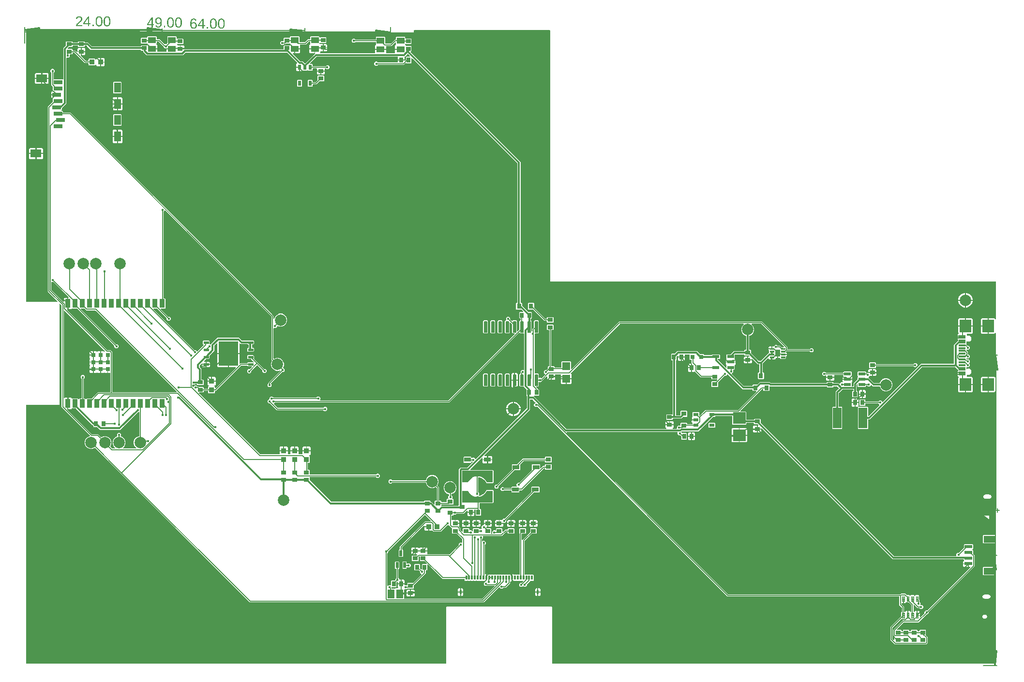
<source format=gbr>
G04 EAGLE Gerber RS-274X export*
G75*
%MOMM*%
%FSLAX34Y34*%
%LPD*%
%INTop Copper*%
%IPPOS*%
%AMOC8*
5,1,8,0,0,1.08239X$1,22.5*%
G01*
G04 Define Apertures*
%ADD10C,0.130000*%
%ADD11R,1.200000X1.800000*%
%ADD12R,1.900000X1.400000*%
%ADD13R,1.500000X0.700000*%
%ADD14R,0.600000X0.900000*%
%ADD15C,0.147500*%
%ADD16R,0.900000X1.500000*%
%ADD17R,0.800000X0.800000*%
%ADD18C,0.125000*%
%ADD19R,1.200000X0.550000*%
%ADD20R,0.300000X0.800000*%
%ADD21R,0.400000X0.800000*%
%ADD22C,0.067500*%
%ADD23R,0.900000X1.300000*%
%ADD24R,2.000000X1.200000*%
%ADD25R,1.350000X0.600000*%
%ADD26R,1.150000X0.300000*%
%ADD27R,2.000000X2.180000*%
%ADD28R,1.200000X0.600000*%
%ADD29C,0.110000*%
%ADD30R,3.400000X4.300000*%
%ADD31R,0.900000X0.600000*%
%ADD32R,1.500000X3.600000*%
%ADD33R,0.700000X0.900000*%
%ADD34R,0.900000X0.700000*%
%ADD35R,2.200000X2.000000*%
%ADD36R,0.900000X0.800000*%
%ADD37R,0.800000X0.900000*%
%ADD38R,1.168400X1.600200*%
%ADD39R,0.127000X0.127000*%
%ADD40R,1.150000X0.800000*%
%ADD41R,0.500000X1.050000*%
%ADD42R,1.400000X1.050000*%
%ADD43R,1.400000X1.400000*%
%ADD44C,2.000000*%
%ADD45R,0.970000X0.940000*%
%ADD46R,0.940000X0.970000*%
%ADD47C,0.300000*%
%ADD48C,0.127000*%
%ADD49C,0.452400*%
G36*
X-113465Y-542940D02*
X-113762Y-543000D01*
X-847238Y-543000D01*
X-847513Y-542949D01*
X-847768Y-542785D01*
X-847940Y-542535D01*
X-848000Y-542238D01*
X-848000Y-90762D01*
X-847949Y-90487D01*
X-847785Y-90232D01*
X-847535Y-90060D01*
X-847238Y-90000D01*
X-789500Y-90000D01*
X-789500Y86466D01*
X-789453Y86730D01*
X-789294Y86988D01*
X-789046Y87163D01*
X-788750Y87228D01*
X-788452Y87173D01*
X-788199Y87005D01*
X-785718Y84524D01*
X-785555Y84283D01*
X-785495Y83985D01*
X-785495Y-94134D01*
X-736099Y-143530D01*
X-735943Y-143755D01*
X-735876Y-144051D01*
X-735929Y-144350D01*
X-736094Y-144604D01*
X-736346Y-144773D01*
X-740384Y-146446D01*
X-743554Y-149616D01*
X-745270Y-153758D01*
X-745270Y-158242D01*
X-743554Y-162384D01*
X-740384Y-165554D01*
X-736242Y-167270D01*
X-731758Y-167270D01*
X-727492Y-165503D01*
X-727212Y-165445D01*
X-726914Y-165500D01*
X-726661Y-165668D01*
X-456719Y-435610D01*
X-46836Y-435610D01*
X-20708Y-409482D01*
X-20488Y-409329D01*
X-20193Y-409259D01*
X-19894Y-409310D01*
X-19639Y-409473D01*
X-19502Y-409673D01*
X-17338Y-411837D01*
X-14412Y-411837D01*
X-13008Y-410433D01*
X-12767Y-410270D01*
X-12469Y-410210D01*
X-8736Y-410210D01*
X-635Y-402109D01*
X-635Y-399802D01*
X-584Y-399527D01*
X-420Y-399272D01*
X-170Y-399100D01*
X127Y-399040D01*
X1738Y-399040D01*
X1738Y-385960D01*
X-52Y-385960D01*
X-1099Y-387007D01*
X-1341Y-387170D01*
X-1638Y-387230D01*
X-4556Y-387230D01*
X-4692Y-387323D01*
X-4988Y-387388D01*
X-5286Y-387333D01*
X-5441Y-387230D01*
X-9556Y-387230D01*
X-9692Y-387323D01*
X-9988Y-387388D01*
X-10286Y-387333D01*
X-10441Y-387230D01*
X-14556Y-387230D01*
X-14692Y-387323D01*
X-14988Y-387388D01*
X-15286Y-387333D01*
X-15441Y-387230D01*
X-19556Y-387230D01*
X-19692Y-387323D01*
X-19988Y-387388D01*
X-20286Y-387333D01*
X-20441Y-387230D01*
X-24556Y-387230D01*
X-24692Y-387323D01*
X-24988Y-387388D01*
X-25286Y-387333D01*
X-25441Y-387230D01*
X-29556Y-387230D01*
X-29692Y-387323D01*
X-29988Y-387388D01*
X-30286Y-387333D01*
X-30441Y-387230D01*
X-34556Y-387230D01*
X-34692Y-387323D01*
X-34988Y-387388D01*
X-35286Y-387333D01*
X-35441Y-387230D01*
X-38362Y-387230D01*
X-38648Y-387174D01*
X-38901Y-387007D01*
X-39948Y-385960D01*
X-41738Y-385960D01*
X-41738Y-393262D01*
X-43262Y-393262D01*
X-43262Y-385960D01*
X-44323Y-385960D01*
X-44598Y-385909D01*
X-44853Y-385745D01*
X-45025Y-385495D01*
X-45085Y-385198D01*
X-45085Y-334876D01*
X-45029Y-334590D01*
X-44862Y-334337D01*
X-43458Y-332933D01*
X-43458Y-330007D01*
X-45527Y-327938D01*
X-48453Y-327938D01*
X-48864Y-328349D01*
X-49084Y-328502D01*
X-49379Y-328572D01*
X-49678Y-328521D01*
X-49933Y-328358D01*
X-50105Y-328108D01*
X-50165Y-327810D01*
X-50165Y-325351D01*
X-50109Y-325065D01*
X-49942Y-324812D01*
X-48538Y-323408D01*
X-48538Y-320167D01*
X-48487Y-319892D01*
X-48323Y-319637D01*
X-48073Y-319465D01*
X-47776Y-319405D01*
X-15086Y-319405D01*
X-8324Y-312643D01*
X-8083Y-312480D01*
X-7785Y-312420D01*
X-5532Y-312420D01*
X-5257Y-312471D01*
X-5002Y-312635D01*
X-4830Y-312885D01*
X-4770Y-313182D01*
X-4770Y-314526D01*
X-4026Y-315270D01*
X6026Y-315270D01*
X6770Y-314526D01*
X6770Y-306474D01*
X6026Y-305730D01*
X-4026Y-305730D01*
X-4770Y-306474D01*
X-4770Y-307848D01*
X-4821Y-308123D01*
X-4985Y-308378D01*
X-5235Y-308550D01*
X-5532Y-308610D01*
X-9679Y-308610D01*
X-12929Y-311860D01*
X-13149Y-312013D01*
X-13444Y-312083D01*
X-13743Y-312032D01*
X-13998Y-311869D01*
X-14170Y-311619D01*
X-14230Y-311321D01*
X-14230Y-306474D01*
X-14974Y-305730D01*
X-25026Y-305730D01*
X-25770Y-306474D01*
X-25770Y-309025D01*
X-25817Y-309289D01*
X-25976Y-309547D01*
X-26224Y-309722D01*
X-26520Y-309787D01*
X-26818Y-309732D01*
X-27071Y-309564D01*
X-27112Y-309523D01*
X-30038Y-309523D01*
X-32107Y-311592D01*
X-32107Y-314833D01*
X-32158Y-315108D01*
X-32322Y-315363D01*
X-32572Y-315535D01*
X-32869Y-315595D01*
X-33468Y-315595D01*
X-33743Y-315544D01*
X-33998Y-315380D01*
X-34170Y-315130D01*
X-34230Y-314833D01*
X-34230Y-306474D01*
X-34974Y-305730D01*
X-41145Y-305730D01*
X-41431Y-305674D01*
X-41684Y-305507D01*
X-42350Y-304841D01*
X-42503Y-304621D01*
X-42573Y-304326D01*
X-42522Y-304027D01*
X-42359Y-303772D01*
X-42109Y-303600D01*
X-41811Y-303540D01*
X-40762Y-303540D01*
X-40762Y-298262D01*
X-47040Y-298262D01*
X-47040Y-299871D01*
X-47091Y-300146D01*
X-47255Y-300401D01*
X-47505Y-300573D01*
X-47802Y-300633D01*
X-48453Y-300633D01*
X-50522Y-302702D01*
X-50522Y-305628D01*
X-50468Y-305682D01*
X-50315Y-305902D01*
X-50245Y-306197D01*
X-50296Y-306496D01*
X-50459Y-306751D01*
X-50709Y-306923D01*
X-51007Y-306983D01*
X-52898Y-306983D01*
X-52929Y-307014D01*
X-53149Y-307167D01*
X-53444Y-307237D01*
X-53743Y-307186D01*
X-53998Y-307023D01*
X-54170Y-306773D01*
X-54230Y-306475D01*
X-54230Y-306474D01*
X-54974Y-305730D01*
X-65026Y-305730D01*
X-65770Y-306474D01*
X-65770Y-310300D01*
X-65817Y-310564D01*
X-65976Y-310822D01*
X-66224Y-310997D01*
X-66520Y-311062D01*
X-66818Y-311007D01*
X-67071Y-310839D01*
X-68387Y-309523D01*
X-71468Y-309523D01*
X-71743Y-309472D01*
X-71998Y-309308D01*
X-72170Y-309058D01*
X-72230Y-308761D01*
X-72230Y-306474D01*
X-72974Y-305730D01*
X-83026Y-305730D01*
X-83770Y-306474D01*
X-83770Y-311111D01*
X-83817Y-311375D01*
X-83976Y-311633D01*
X-84224Y-311808D01*
X-84520Y-311873D01*
X-84818Y-311818D01*
X-85071Y-311650D01*
X-88042Y-308679D01*
X-88205Y-308438D01*
X-88265Y-308140D01*
X-88265Y-305281D01*
X-90188Y-303358D01*
X-90346Y-303127D01*
X-90411Y-302831D01*
X-90356Y-302533D01*
X-90188Y-302280D01*
X-89960Y-302052D01*
X-89960Y-298262D01*
X-97762Y-298262D01*
X-97762Y-291460D01*
X-102743Y-291460D01*
X-103018Y-291409D01*
X-103273Y-291245D01*
X-103445Y-290995D01*
X-103505Y-290698D01*
X-103505Y-284532D01*
X-103454Y-284257D01*
X-103290Y-284002D01*
X-103040Y-283830D01*
X-102743Y-283770D01*
X-100974Y-283770D01*
X-100222Y-283019D01*
X-100179Y-282784D01*
X-100015Y-282529D01*
X-99765Y-282357D01*
X-99468Y-282297D01*
X-96327Y-282297D01*
X-94923Y-280893D01*
X-94682Y-280730D01*
X-94384Y-280670D01*
X-82396Y-280670D01*
X-76841Y-275115D01*
X-76621Y-274962D01*
X-76326Y-274892D01*
X-76027Y-274943D01*
X-75772Y-275106D01*
X-75600Y-275357D01*
X-75540Y-275654D01*
X-75540Y-277238D01*
X-63460Y-277238D01*
X-63460Y-273812D01*
X-63409Y-273537D01*
X-63245Y-273282D01*
X-62995Y-273110D01*
X-62698Y-273050D01*
X-62032Y-273050D01*
X-61757Y-273101D01*
X-61502Y-273265D01*
X-61330Y-273515D01*
X-61270Y-273812D01*
X-61270Y-283026D01*
X-60526Y-283770D01*
X-52474Y-283770D01*
X-51730Y-283026D01*
X-51730Y-272974D01*
X-52474Y-272230D01*
X-53848Y-272230D01*
X-54123Y-272179D01*
X-54378Y-272015D01*
X-54550Y-271765D01*
X-54610Y-271468D01*
X-54610Y-262692D01*
X-54559Y-262417D01*
X-54395Y-262162D01*
X-54145Y-261990D01*
X-53848Y-261930D01*
X-31368Y-261930D01*
X-31080Y-261901D01*
X-30840Y-261828D01*
X-30620Y-261708D01*
X-30427Y-261548D01*
X-30270Y-261352D01*
X-30154Y-261130D01*
X-30084Y-260885D01*
X-30060Y-260625D01*
X-30060Y-240378D01*
X-30089Y-240090D01*
X-30162Y-239850D01*
X-30282Y-239630D01*
X-30442Y-239437D01*
X-30638Y-239280D01*
X-30861Y-239164D01*
X-31105Y-239094D01*
X-31365Y-239070D01*
X-41370Y-239070D01*
X-41658Y-239099D01*
X-41897Y-239172D01*
X-42118Y-239292D01*
X-42311Y-239452D01*
X-42492Y-239677D01*
X-44111Y-242157D01*
X-44160Y-242224D01*
X-46193Y-244701D01*
X-46299Y-244807D01*
X-48703Y-246780D01*
X-48827Y-246863D01*
X-51570Y-248329D01*
X-51708Y-248386D01*
X-54525Y-249240D01*
X-54786Y-249272D01*
X-55135Y-249253D01*
X-55358Y-249207D01*
X-55616Y-249048D01*
X-55792Y-248801D01*
X-55857Y-248505D01*
X-55801Y-248206D01*
X-55634Y-247954D01*
X-54888Y-247208D01*
X-54888Y-244282D01*
X-56292Y-242878D01*
X-56455Y-242637D01*
X-56515Y-242339D01*
X-56515Y-217543D01*
X-56477Y-217306D01*
X-56328Y-217042D01*
X-56087Y-216858D01*
X-55793Y-216782D01*
X-54786Y-216728D01*
X-54525Y-216760D01*
X-51708Y-217614D01*
X-51570Y-217671D01*
X-48827Y-219137D01*
X-48703Y-219220D01*
X-46299Y-221193D01*
X-46193Y-221299D01*
X-44160Y-223776D01*
X-44111Y-223843D01*
X-42492Y-226323D01*
X-42311Y-226548D01*
X-42118Y-226708D01*
X-41897Y-226828D01*
X-41657Y-226901D01*
X-41370Y-226930D01*
X-31368Y-226930D01*
X-31080Y-226901D01*
X-30840Y-226828D01*
X-30620Y-226708D01*
X-30427Y-226548D01*
X-30270Y-226352D01*
X-30154Y-226130D01*
X-30084Y-225885D01*
X-30060Y-225625D01*
X-30060Y-205378D01*
X-30089Y-205090D01*
X-30162Y-204850D01*
X-30282Y-204630D01*
X-30442Y-204437D01*
X-30638Y-204280D01*
X-30861Y-204164D01*
X-31105Y-204094D01*
X-31365Y-204070D01*
X-70043Y-204070D01*
X-70306Y-204023D01*
X-70564Y-203864D01*
X-70740Y-203616D01*
X-70805Y-203320D01*
X-70749Y-203022D01*
X-70582Y-202769D01*
X-50091Y-182278D01*
X-49871Y-182125D01*
X-49576Y-182055D01*
X-49277Y-182106D01*
X-49022Y-182270D01*
X-48850Y-182520D01*
X-48790Y-182817D01*
X-48790Y-185238D01*
X-41262Y-185238D01*
X-41262Y-179460D01*
X-45433Y-179460D01*
X-45696Y-179413D01*
X-45954Y-179254D01*
X-46130Y-179006D01*
X-46195Y-178710D01*
X-46139Y-178412D01*
X-45972Y-178159D01*
X33885Y-98302D01*
X33885Y-81002D01*
X33936Y-80727D01*
X34100Y-80472D01*
X34350Y-80300D01*
X34647Y-80240D01*
X37907Y-80240D01*
X38193Y-80296D01*
X38446Y-80463D01*
X43320Y-85337D01*
X43473Y-85557D01*
X43543Y-85852D01*
X43492Y-86151D01*
X43328Y-86406D01*
X43078Y-86578D01*
X43039Y-86586D01*
X40918Y-88707D01*
X40918Y-91633D01*
X42987Y-93702D01*
X45913Y-93702D01*
X46332Y-93283D01*
X46562Y-93125D01*
X46858Y-93060D01*
X47156Y-93116D01*
X47409Y-93283D01*
X379576Y-425450D01*
X679323Y-425450D01*
X679598Y-425501D01*
X679853Y-425665D01*
X680025Y-425915D01*
X680085Y-426212D01*
X680085Y-440209D01*
X684307Y-444431D01*
X684470Y-444673D01*
X684530Y-444970D01*
X684530Y-451724D01*
X684474Y-452010D01*
X684307Y-452263D01*
X683230Y-453340D01*
X683230Y-459300D01*
X683174Y-459586D01*
X683007Y-459839D01*
X664210Y-478636D01*
X664210Y-501169D01*
X672311Y-509270D01*
X727229Y-509270D01*
X729615Y-506884D01*
X729615Y-496416D01*
X726786Y-493587D01*
X726628Y-493357D01*
X726563Y-493061D01*
X726619Y-492763D01*
X726770Y-492534D01*
X726770Y-484474D01*
X726026Y-483730D01*
X715974Y-483730D01*
X715230Y-484474D01*
X715230Y-485648D01*
X715179Y-485923D01*
X715015Y-486178D01*
X714765Y-486350D01*
X714468Y-486410D01*
X712532Y-486410D01*
X712257Y-486359D01*
X712002Y-486195D01*
X711830Y-485945D01*
X711770Y-485648D01*
X711770Y-484474D01*
X711026Y-483730D01*
X700974Y-483730D01*
X700230Y-484474D01*
X700230Y-485648D01*
X700179Y-485923D01*
X700015Y-486178D01*
X699765Y-486350D01*
X699468Y-486410D01*
X698532Y-486410D01*
X698257Y-486359D01*
X698002Y-486195D01*
X697830Y-485945D01*
X697770Y-485648D01*
X697770Y-484474D01*
X697026Y-483730D01*
X686974Y-483730D01*
X686230Y-484474D01*
X686230Y-485648D01*
X686179Y-485923D01*
X686015Y-486178D01*
X685765Y-486350D01*
X685468Y-486410D01*
X684532Y-486410D01*
X684257Y-486359D01*
X684002Y-486195D01*
X683830Y-485945D01*
X683770Y-485648D01*
X683770Y-484474D01*
X683026Y-483730D01*
X676504Y-483730D01*
X676240Y-483683D01*
X675982Y-483524D01*
X675807Y-483276D01*
X675742Y-482980D01*
X675797Y-482682D01*
X675965Y-482429D01*
X687636Y-470758D01*
X687878Y-470595D01*
X688175Y-470535D01*
X713894Y-470535D01*
X727284Y-457145D01*
X727526Y-456982D01*
X727823Y-456922D01*
X729173Y-456922D01*
X731242Y-454853D01*
X731242Y-453503D01*
X731298Y-453217D01*
X731465Y-452964D01*
X812165Y-372264D01*
X812165Y-353541D01*
X809243Y-350619D01*
X809080Y-350378D01*
X809020Y-350080D01*
X809020Y-344474D01*
X808085Y-343539D01*
X807927Y-343308D01*
X807862Y-343012D01*
X807917Y-342714D01*
X808085Y-342461D01*
X809020Y-341526D01*
X809020Y-334474D01*
X808276Y-333730D01*
X793724Y-333730D01*
X792980Y-334474D01*
X792980Y-340025D01*
X792924Y-340311D01*
X792757Y-340564D01*
X784651Y-348670D01*
X784410Y-348833D01*
X784112Y-348893D01*
X782127Y-348893D01*
X780058Y-350962D01*
X780058Y-353973D01*
X780007Y-354248D01*
X779843Y-354503D01*
X779593Y-354675D01*
X779296Y-354735D01*
X671388Y-354735D01*
X671102Y-354679D01*
X670849Y-354512D01*
X437493Y-121156D01*
X437330Y-120914D01*
X437270Y-120617D01*
X437270Y-115074D01*
X436526Y-114330D01*
X426474Y-114330D01*
X425730Y-115074D01*
X425730Y-115213D01*
X425679Y-115488D01*
X425515Y-115743D01*
X425265Y-115915D01*
X424968Y-115975D01*
X413032Y-115975D01*
X412757Y-115924D01*
X412502Y-115760D01*
X412330Y-115510D01*
X412270Y-115213D01*
X412270Y-102474D01*
X411526Y-101730D01*
X402549Y-101730D01*
X402285Y-101683D01*
X402027Y-101524D01*
X401852Y-101276D01*
X401787Y-100980D01*
X401842Y-100682D01*
X402010Y-100429D01*
X439986Y-62453D01*
X440228Y-62290D01*
X440525Y-62230D01*
X441468Y-62230D01*
X441743Y-62281D01*
X441998Y-62445D01*
X442170Y-62695D01*
X442230Y-62992D01*
X442230Y-65026D01*
X442974Y-65770D01*
X452026Y-65770D01*
X452770Y-65026D01*
X452770Y-58142D01*
X452821Y-57867D01*
X452985Y-57612D01*
X453235Y-57440D01*
X453532Y-57380D01*
X552468Y-57380D01*
X552743Y-57431D01*
X552998Y-57595D01*
X553170Y-57845D01*
X553230Y-58142D01*
X553230Y-58526D01*
X553974Y-59270D01*
X564026Y-59270D01*
X564770Y-58526D01*
X564770Y-58142D01*
X564821Y-57867D01*
X564985Y-57612D01*
X565235Y-57440D01*
X565532Y-57380D01*
X571307Y-57380D01*
X571593Y-57436D01*
X571846Y-57603D01*
X574346Y-60104D01*
X574504Y-60334D01*
X574569Y-60630D01*
X574514Y-60928D01*
X574346Y-61181D01*
X568730Y-66798D01*
X568730Y-92968D01*
X568679Y-93243D01*
X568515Y-93498D01*
X568265Y-93670D01*
X567968Y-93730D01*
X563474Y-93730D01*
X562730Y-94474D01*
X562730Y-131526D01*
X563474Y-132270D01*
X579526Y-132270D01*
X580270Y-131526D01*
X580270Y-94474D01*
X579526Y-93730D01*
X575032Y-93730D01*
X574757Y-93679D01*
X574502Y-93515D01*
X574330Y-93265D01*
X574270Y-92968D01*
X574270Y-69408D01*
X574326Y-69122D01*
X574493Y-68869D01*
X579219Y-64143D01*
X579517Y-63959D01*
X579814Y-63860D01*
X579986Y-63516D01*
X580121Y-63327D01*
X580371Y-63155D01*
X580668Y-63095D01*
X599083Y-63095D01*
X599358Y-63146D01*
X599613Y-63310D01*
X599785Y-63560D01*
X599845Y-63857D01*
X599845Y-64468D01*
X599794Y-64743D01*
X599630Y-64998D01*
X599380Y-65170D01*
X599083Y-65230D01*
X598474Y-65230D01*
X597730Y-65974D01*
X597730Y-76026D01*
X598474Y-76770D01*
X606526Y-76770D01*
X607270Y-76026D01*
X607270Y-65974D01*
X606526Y-65230D01*
X606147Y-65230D01*
X605872Y-65179D01*
X605617Y-65015D01*
X605445Y-64765D01*
X605385Y-64468D01*
X605385Y-54803D01*
X605441Y-54517D01*
X605608Y-54264D01*
X605929Y-53943D01*
X606149Y-53790D01*
X606444Y-53720D01*
X606743Y-53771D01*
X606998Y-53935D01*
X607170Y-54185D01*
X607230Y-54482D01*
X607230Y-58026D01*
X607974Y-58770D01*
X621026Y-58770D01*
X621770Y-58026D01*
X621770Y-56642D01*
X621821Y-56367D01*
X621985Y-56112D01*
X622235Y-55940D01*
X622532Y-55880D01*
X623339Y-55880D01*
X623625Y-55936D01*
X623878Y-56103D01*
X625282Y-57507D01*
X628208Y-57507D01*
X630322Y-55393D01*
X630324Y-55381D01*
X630483Y-55123D01*
X630731Y-54947D01*
X631027Y-54882D01*
X631325Y-54938D01*
X631578Y-55105D01*
X633853Y-57380D01*
X645078Y-57380D01*
X645358Y-57433D01*
X645613Y-57599D01*
X645782Y-57850D01*
X647246Y-61384D01*
X650416Y-64554D01*
X654558Y-66270D01*
X659042Y-66270D01*
X663184Y-64554D01*
X666354Y-61384D01*
X668070Y-57242D01*
X668070Y-52758D01*
X666354Y-48616D01*
X663184Y-45446D01*
X659042Y-43730D01*
X654558Y-43730D01*
X650416Y-45446D01*
X647246Y-48616D01*
X646105Y-51370D01*
X645949Y-51608D01*
X645698Y-51780D01*
X645401Y-51840D01*
X636463Y-51840D01*
X636177Y-51784D01*
X635924Y-51617D01*
X626579Y-42271D01*
X626561Y-42268D01*
X626303Y-42109D01*
X626128Y-41861D01*
X626063Y-41565D01*
X626118Y-41267D01*
X626286Y-41014D01*
X627537Y-39763D01*
X627778Y-39600D01*
X628076Y-39540D01*
X632238Y-39540D01*
X632238Y-34262D01*
X625579Y-34262D01*
X625579Y-33815D01*
X625495Y-33873D01*
X625198Y-33933D01*
X624318Y-33933D01*
X624032Y-33877D01*
X623779Y-33710D01*
X623724Y-33655D01*
X622532Y-33655D01*
X622257Y-33604D01*
X622002Y-33440D01*
X621830Y-33190D01*
X621770Y-32893D01*
X621770Y-31974D01*
X621026Y-31230D01*
X607974Y-31230D01*
X607230Y-31974D01*
X607230Y-39026D01*
X607915Y-39711D01*
X608073Y-39942D01*
X608138Y-40238D01*
X608083Y-40536D01*
X607915Y-40789D01*
X607230Y-41474D01*
X607230Y-44492D01*
X607174Y-44778D01*
X607007Y-45031D01*
X599845Y-52193D01*
X599845Y-56793D01*
X599794Y-57068D01*
X599630Y-57323D01*
X599380Y-57495D01*
X599083Y-57555D01*
X597532Y-57555D01*
X597257Y-57504D01*
X597002Y-57340D01*
X596830Y-57090D01*
X596770Y-56793D01*
X596770Y-50707D01*
X596760Y-50660D01*
X596815Y-50362D01*
X596983Y-50109D01*
X598040Y-49052D01*
X598040Y-45762D01*
X580960Y-45762D01*
X580960Y-49052D01*
X581050Y-49142D01*
X581203Y-49362D01*
X581273Y-49657D01*
X581222Y-49956D01*
X581059Y-50211D01*
X580809Y-50383D01*
X580511Y-50443D01*
X578292Y-50443D01*
X576178Y-52557D01*
X576176Y-52569D01*
X576017Y-52827D01*
X575769Y-53003D01*
X575473Y-53068D01*
X575175Y-53012D01*
X574922Y-52845D01*
X573917Y-51840D01*
X565532Y-51840D01*
X565257Y-51789D01*
X565002Y-51625D01*
X564830Y-51375D01*
X564770Y-51078D01*
X564770Y-50474D01*
X564026Y-49730D01*
X553974Y-49730D01*
X553230Y-50474D01*
X553230Y-51078D01*
X553179Y-51353D01*
X553015Y-51608D01*
X552765Y-51780D01*
X552468Y-51840D01*
X456123Y-51840D01*
X455837Y-51784D01*
X455584Y-51617D01*
X453902Y-49935D01*
X435733Y-49935D01*
X431661Y-54007D01*
X431419Y-54170D01*
X431122Y-54230D01*
X423974Y-54230D01*
X423230Y-54974D01*
X423230Y-56158D01*
X423179Y-56433D01*
X423015Y-56688D01*
X422765Y-56860D01*
X422468Y-56920D01*
X408498Y-56920D01*
X408212Y-56864D01*
X407959Y-56697D01*
X387210Y-35948D01*
X387057Y-35728D01*
X386987Y-35433D01*
X387038Y-35134D01*
X387202Y-34879D01*
X387452Y-34707D01*
X387491Y-34699D01*
X389612Y-32578D01*
X389612Y-29535D01*
X389558Y-29306D01*
X389609Y-29007D01*
X389772Y-28752D01*
X390022Y-28580D01*
X390320Y-28520D01*
X391527Y-28520D01*
X392271Y-27776D01*
X392271Y-21224D01*
X392234Y-21187D01*
X392076Y-20956D01*
X392011Y-20660D01*
X392066Y-20362D01*
X392234Y-20109D01*
X393541Y-18802D01*
X393541Y-15762D01*
X376461Y-15762D01*
X376461Y-18802D01*
X377768Y-20109D01*
X377926Y-20340D01*
X377991Y-20636D01*
X377936Y-20934D01*
X377768Y-21187D01*
X377731Y-21224D01*
X377731Y-24629D01*
X377684Y-24892D01*
X377525Y-25150D01*
X377277Y-25326D01*
X376981Y-25391D01*
X376683Y-25335D01*
X376430Y-25168D01*
X362403Y-11141D01*
X362240Y-10899D01*
X362180Y-10602D01*
X362180Y-10282D01*
X362231Y-10007D01*
X362395Y-9752D01*
X362645Y-9580D01*
X362942Y-9520D01*
X365525Y-9520D01*
X366269Y-8776D01*
X366269Y-2224D01*
X365525Y-1480D01*
X352473Y-1480D01*
X351720Y-2233D01*
X351678Y-2458D01*
X351514Y-2713D01*
X351264Y-2885D01*
X350967Y-2945D01*
X339532Y-2945D01*
X339257Y-2894D01*
X339002Y-2730D01*
X338830Y-2480D01*
X338770Y-2183D01*
X338770Y-1474D01*
X338026Y-730D01*
X331353Y-730D01*
X331067Y-674D01*
X330814Y-507D01*
X326267Y4040D01*
X291588Y4040D01*
X287541Y-7D01*
X287299Y-170D01*
X287002Y-230D01*
X281474Y-230D01*
X280730Y-974D01*
X280730Y-11026D01*
X281474Y-11770D01*
X282853Y-11770D01*
X283128Y-11821D01*
X283383Y-11985D01*
X283555Y-12235D01*
X283615Y-12532D01*
X283615Y-105968D01*
X283564Y-106243D01*
X283400Y-106498D01*
X283150Y-106670D01*
X282853Y-106730D01*
X272974Y-106730D01*
X272230Y-107474D01*
X272230Y-115526D01*
X272974Y-116270D01*
X283026Y-116270D01*
X283770Y-115526D01*
X283770Y-114657D01*
X283821Y-114382D01*
X283985Y-114127D01*
X284235Y-113955D01*
X284532Y-113895D01*
X298962Y-113895D01*
X301864Y-110993D01*
X302106Y-110830D01*
X302403Y-110770D01*
X308026Y-110770D01*
X308770Y-110026D01*
X308770Y-100974D01*
X308026Y-100230D01*
X297974Y-100230D01*
X297230Y-100974D01*
X297230Y-107477D01*
X297174Y-107763D01*
X297007Y-108016D01*
X296891Y-108132D01*
X296649Y-108295D01*
X296352Y-108355D01*
X289917Y-108355D01*
X289642Y-108304D01*
X289387Y-108140D01*
X289215Y-107890D01*
X289155Y-107593D01*
X289155Y-12457D01*
X289211Y-12171D01*
X289378Y-11918D01*
X290270Y-11026D01*
X290270Y-5428D01*
X290326Y-5142D01*
X290493Y-4889D01*
X291159Y-4223D01*
X291379Y-4070D01*
X291674Y-4000D01*
X291973Y-4051D01*
X292228Y-4215D01*
X292400Y-4465D01*
X292460Y-4762D01*
X292460Y-5238D01*
X304540Y-5238D01*
X304540Y-2262D01*
X304591Y-1987D01*
X304755Y-1732D01*
X305005Y-1560D01*
X305302Y-1500D01*
X312468Y-1500D01*
X312743Y-1551D01*
X312998Y-1715D01*
X313170Y-1965D01*
X313230Y-2262D01*
X313230Y-10526D01*
X313974Y-11270D01*
X316103Y-11270D01*
X316378Y-11321D01*
X316633Y-11485D01*
X316805Y-11735D01*
X316865Y-12032D01*
X316865Y-17198D01*
X316814Y-17473D01*
X316746Y-17579D01*
X317262Y-17579D01*
X317262Y-32040D01*
X321052Y-32040D01*
X321345Y-31747D01*
X321576Y-31589D01*
X321872Y-31524D01*
X322170Y-31579D01*
X322423Y-31747D01*
X332586Y-41910D01*
X350468Y-41910D01*
X350743Y-41961D01*
X350998Y-42125D01*
X351170Y-42375D01*
X351230Y-42672D01*
X351230Y-44526D01*
X351974Y-45270D01*
X361041Y-45270D01*
X361305Y-45317D01*
X361563Y-45476D01*
X361738Y-45724D01*
X361803Y-46020D01*
X361748Y-46318D01*
X361580Y-46571D01*
X359644Y-48507D01*
X359403Y-48670D01*
X359105Y-48730D01*
X351974Y-48730D01*
X351230Y-49474D01*
X351230Y-57526D01*
X351974Y-58270D01*
X362026Y-58270D01*
X362770Y-57526D01*
X362770Y-51085D01*
X362826Y-50799D01*
X362993Y-50546D01*
X374224Y-39315D01*
X374466Y-39152D01*
X374763Y-39092D01*
X376748Y-39092D01*
X378862Y-36978D01*
X378864Y-36966D01*
X379023Y-36708D01*
X379271Y-36532D01*
X379567Y-36467D01*
X379865Y-36523D01*
X380118Y-36690D01*
X405888Y-62460D01*
X422468Y-62460D01*
X422743Y-62511D01*
X422998Y-62675D01*
X423170Y-62925D01*
X423230Y-63222D01*
X423230Y-65026D01*
X423974Y-65770D01*
X429441Y-65770D01*
X429705Y-65817D01*
X429963Y-65976D01*
X430138Y-66224D01*
X430203Y-66520D01*
X430148Y-66818D01*
X429980Y-67071D01*
X398214Y-98837D01*
X397973Y-99000D01*
X397675Y-99060D01*
X340841Y-99060D01*
X331071Y-108830D01*
X330851Y-108983D01*
X330556Y-109053D01*
X330257Y-109002D01*
X330002Y-108839D01*
X329830Y-108589D01*
X329770Y-108291D01*
X329770Y-102974D01*
X329026Y-102230D01*
X318974Y-102230D01*
X318230Y-102974D01*
X318230Y-110293D01*
X318240Y-110340D01*
X318185Y-110638D01*
X318017Y-110891D01*
X316960Y-111948D01*
X316960Y-115238D01*
X324762Y-115238D01*
X324762Y-116762D01*
X316960Y-116762D01*
X316960Y-120052D01*
X318017Y-121109D01*
X318176Y-121341D01*
X318240Y-121637D01*
X318230Y-121691D01*
X318230Y-123063D01*
X318179Y-123338D01*
X318015Y-123593D01*
X317765Y-123765D01*
X317468Y-123825D01*
X309532Y-123825D01*
X309257Y-123774D01*
X309002Y-123610D01*
X308830Y-123360D01*
X308770Y-123063D01*
X308770Y-121974D01*
X308026Y-121230D01*
X297974Y-121230D01*
X297230Y-121974D01*
X297230Y-125295D01*
X297183Y-125559D01*
X297024Y-125817D01*
X296776Y-125992D01*
X296480Y-126057D01*
X296216Y-126008D01*
X293177Y-126008D01*
X291108Y-128077D01*
X291108Y-131088D01*
X291057Y-131363D01*
X290893Y-131618D01*
X290643Y-131790D01*
X290346Y-131850D01*
X284082Y-131850D01*
X283818Y-131803D01*
X283560Y-131644D01*
X283385Y-131396D01*
X283320Y-131100D01*
X283375Y-130802D01*
X283543Y-130549D01*
X285040Y-129052D01*
X285040Y-125262D01*
X270960Y-125262D01*
X270960Y-129052D01*
X272457Y-130549D01*
X272610Y-130769D01*
X272680Y-131064D01*
X272629Y-131363D01*
X272466Y-131618D01*
X272216Y-131790D01*
X271918Y-131850D01*
X97983Y-131850D01*
X97697Y-131794D01*
X97444Y-131627D01*
X41188Y-75371D01*
X41035Y-75151D01*
X40965Y-74856D01*
X41016Y-74557D01*
X41180Y-74302D01*
X41430Y-74130D01*
X41727Y-74070D01*
X49326Y-74070D01*
X50070Y-73326D01*
X50070Y-63274D01*
X49326Y-62530D01*
X47752Y-62530D01*
X47477Y-62479D01*
X47222Y-62315D01*
X47050Y-62065D01*
X46990Y-61768D01*
X46990Y-61441D01*
X44920Y-59371D01*
X44767Y-59151D01*
X44697Y-58856D01*
X44748Y-58557D01*
X44911Y-58302D01*
X45162Y-58130D01*
X45459Y-58070D01*
X47994Y-58070D01*
X49170Y-56894D01*
X49170Y-50649D01*
X49221Y-50374D01*
X49385Y-50119D01*
X49635Y-49947D01*
X49932Y-49887D01*
X52898Y-49887D01*
X54302Y-48483D01*
X54543Y-48320D01*
X54745Y-48280D01*
X62659Y-40365D01*
X62879Y-40212D01*
X63174Y-40142D01*
X63473Y-40193D01*
X63728Y-40356D01*
X63900Y-40607D01*
X63960Y-40904D01*
X63960Y-44652D01*
X65448Y-46140D01*
X70238Y-46140D01*
X70238Y-39338D01*
X78040Y-39338D01*
X78040Y-36957D01*
X78091Y-36682D01*
X78255Y-36427D01*
X78505Y-36255D01*
X78802Y-36195D01*
X86998Y-36195D01*
X87273Y-36246D01*
X87528Y-36410D01*
X87700Y-36660D01*
X87760Y-36957D01*
X87760Y-43338D01*
X106840Y-43338D01*
X106840Y-36048D01*
X105544Y-34752D01*
X105386Y-34522D01*
X105321Y-34226D01*
X105377Y-33928D01*
X105544Y-33675D01*
X191066Y51847D01*
X191308Y52010D01*
X191605Y52070D01*
X407292Y52070D01*
X407555Y52023D01*
X407814Y51864D01*
X407989Y51616D01*
X408054Y51320D01*
X407998Y51022D01*
X407831Y50769D01*
X405246Y48184D01*
X403530Y44042D01*
X403530Y39558D01*
X405246Y35416D01*
X408416Y32246D01*
X411415Y31004D01*
X411653Y30847D01*
X411825Y30597D01*
X411885Y30300D01*
X411885Y7032D01*
X411834Y6757D01*
X411670Y6502D01*
X411420Y6330D01*
X411123Y6270D01*
X409974Y6270D01*
X409230Y5526D01*
X409230Y4802D01*
X409179Y4527D01*
X409015Y4272D01*
X408765Y4100D01*
X408468Y4040D01*
X390648Y4040D01*
X385351Y-1257D01*
X385109Y-1420D01*
X384812Y-1480D01*
X378475Y-1480D01*
X377731Y-2224D01*
X377731Y-8776D01*
X377768Y-8813D01*
X377926Y-9044D01*
X377991Y-9340D01*
X377936Y-9638D01*
X377768Y-9891D01*
X376461Y-11198D01*
X376461Y-14238D01*
X393541Y-14238D01*
X393541Y-11198D01*
X392234Y-9891D01*
X392076Y-9660D01*
X392011Y-9364D01*
X392066Y-9066D01*
X392234Y-8813D01*
X392271Y-8776D01*
X392271Y-2487D01*
X392327Y-2201D01*
X392494Y-1948D01*
X392719Y-1723D01*
X392961Y-1560D01*
X393258Y-1500D01*
X408468Y-1500D01*
X408743Y-1551D01*
X408998Y-1715D01*
X409170Y-1965D01*
X409230Y-2262D01*
X409230Y-2526D01*
X409974Y-3270D01*
X416867Y-3270D01*
X417153Y-3326D01*
X417406Y-3493D01*
X418072Y-4159D01*
X418225Y-4379D01*
X418295Y-4674D01*
X418244Y-4973D01*
X418080Y-5228D01*
X417830Y-5400D01*
X417533Y-5460D01*
X415762Y-5460D01*
X415762Y-10738D01*
X422040Y-10738D01*
X422040Y-9967D01*
X422087Y-9704D01*
X422246Y-9446D01*
X422494Y-9270D01*
X422790Y-9205D01*
X423088Y-9261D01*
X423341Y-9428D01*
X432558Y-18645D01*
X434618Y-18645D01*
X434893Y-18696D01*
X435148Y-18860D01*
X435320Y-19110D01*
X435380Y-19407D01*
X435380Y-32468D01*
X435329Y-32743D01*
X435165Y-32998D01*
X434915Y-33170D01*
X434618Y-33230D01*
X433474Y-33230D01*
X432730Y-33974D01*
X432730Y-44026D01*
X433474Y-44770D01*
X442526Y-44770D01*
X443270Y-44026D01*
X443270Y-33974D01*
X442526Y-33230D01*
X441682Y-33230D01*
X441407Y-33179D01*
X441152Y-33015D01*
X440980Y-32765D01*
X440920Y-32468D01*
X440920Y-17973D01*
X440976Y-17687D01*
X441143Y-17434D01*
X449803Y-8775D01*
X450033Y-8617D01*
X450329Y-8552D01*
X450627Y-8607D01*
X450880Y-8775D01*
X452496Y-10390D01*
X456388Y-10390D01*
X456388Y-5738D01*
X457912Y-5738D01*
X457912Y-10390D01*
X461804Y-10390D01*
X463512Y-8682D01*
X463541Y-8527D01*
X463705Y-8272D01*
X463955Y-8100D01*
X464252Y-8040D01*
X466238Y-8040D01*
X466238Y1762D01*
X467762Y1762D01*
X467762Y-8040D01*
X471326Y-8040D01*
X471612Y-8096D01*
X471865Y-8263D01*
X472722Y-9120D01*
X480978Y-9120D01*
X481920Y-8178D01*
X481920Y-5290D01*
X481976Y-5004D01*
X482143Y-4751D01*
X483190Y-3704D01*
X483190Y-2262D01*
X476088Y-2262D01*
X476088Y-738D01*
X483190Y-738D01*
X483190Y704D01*
X482143Y1751D01*
X481980Y1993D01*
X481920Y2290D01*
X481920Y2660D01*
X481976Y2946D01*
X482143Y3199D01*
X482531Y3587D01*
X482773Y3750D01*
X483070Y3810D01*
X523009Y3810D01*
X523295Y3754D01*
X523548Y3587D01*
X524952Y2183D01*
X527878Y2183D01*
X529947Y4252D01*
X529947Y7178D01*
X527878Y9247D01*
X524952Y9247D01*
X523548Y7843D01*
X523307Y7680D01*
X523009Y7620D01*
X485267Y7620D01*
X484992Y7671D01*
X484737Y7835D01*
X484565Y8085D01*
X484505Y8382D01*
X484505Y11584D01*
X440209Y55880D01*
X189711Y55880D01*
X106871Y-26960D01*
X106651Y-27113D01*
X106356Y-27183D01*
X106057Y-27132D01*
X105802Y-26969D01*
X105630Y-26719D01*
X105570Y-26421D01*
X105570Y-14574D01*
X104826Y-13830D01*
X89774Y-13830D01*
X89030Y-14574D01*
X89030Y-24003D01*
X88979Y-24278D01*
X88815Y-24533D01*
X88565Y-24705D01*
X88268Y-24765D01*
X77532Y-24765D01*
X77257Y-24714D01*
X77002Y-24550D01*
X76830Y-24300D01*
X76770Y-24003D01*
X76770Y-23074D01*
X76026Y-22330D01*
X71882Y-22330D01*
X71607Y-22279D01*
X71352Y-22115D01*
X71180Y-21865D01*
X71120Y-21568D01*
X71120Y40368D01*
X71171Y40643D01*
X71335Y40898D01*
X71585Y41070D01*
X71882Y41130D01*
X74226Y41130D01*
X74970Y41874D01*
X74970Y49926D01*
X74226Y50670D01*
X64174Y50670D01*
X63430Y49926D01*
X63430Y41874D01*
X64174Y41130D01*
X66548Y41130D01*
X66823Y41079D01*
X67078Y40915D01*
X67250Y40665D01*
X67310Y40368D01*
X67310Y-21568D01*
X67259Y-21843D01*
X67095Y-22098D01*
X66845Y-22270D01*
X66548Y-22330D01*
X65974Y-22330D01*
X65230Y-23074D01*
X65230Y-25740D01*
X65174Y-26026D01*
X65007Y-26279D01*
X62656Y-28630D01*
X62415Y-28793D01*
X62117Y-28853D01*
X60132Y-28853D01*
X58063Y-30922D01*
X58063Y-33848D01*
X60238Y-36023D01*
X60401Y-36123D01*
X60576Y-36371D01*
X60641Y-36667D01*
X60586Y-36965D01*
X60418Y-37218D01*
X54394Y-43242D01*
X54164Y-43400D01*
X53868Y-43465D01*
X53570Y-43409D01*
X53317Y-43242D01*
X52898Y-42823D01*
X49932Y-42823D01*
X49657Y-42772D01*
X49402Y-42608D01*
X49230Y-42358D01*
X49170Y-42061D01*
X49170Y-36206D01*
X47994Y-35030D01*
X42672Y-35030D01*
X42397Y-34979D01*
X42142Y-34815D01*
X41970Y-34565D01*
X41910Y-34268D01*
X41910Y32789D01*
X41966Y33075D01*
X42133Y33328D01*
X42267Y33462D01*
X42267Y34268D01*
X42318Y34543D01*
X42482Y34798D01*
X42732Y34970D01*
X43029Y35030D01*
X47994Y35030D01*
X49170Y36206D01*
X49170Y56894D01*
X47994Y58070D01*
X41906Y58070D01*
X40730Y56894D01*
X40730Y45645D01*
X40674Y45359D01*
X40507Y45106D01*
X38100Y42699D01*
X38100Y39219D01*
X38049Y38944D01*
X37885Y38689D01*
X37635Y38517D01*
X37338Y38457D01*
X37232Y38457D01*
X36957Y38508D01*
X36702Y38672D01*
X36530Y38922D01*
X36470Y39219D01*
X36470Y56894D01*
X36013Y57351D01*
X35850Y57592D01*
X35790Y57890D01*
X35790Y60568D01*
X35841Y60843D01*
X36005Y61098D01*
X36255Y61270D01*
X36552Y61330D01*
X36726Y61330D01*
X37470Y62074D01*
X37470Y72126D01*
X36726Y72870D01*
X31058Y72870D01*
X30772Y72926D01*
X30519Y73093D01*
X20393Y83219D01*
X20230Y83461D01*
X20170Y83758D01*
X20170Y87626D01*
X19426Y88370D01*
X18137Y88370D01*
X17862Y88421D01*
X17607Y88585D01*
X17435Y88835D01*
X17375Y89132D01*
X17375Y335157D01*
X-174897Y527429D01*
X-175050Y527649D01*
X-175120Y527944D01*
X-175069Y528243D01*
X-174905Y528498D01*
X-174655Y528670D01*
X-174358Y528730D01*
X-173974Y528730D01*
X-173230Y529474D01*
X-173230Y537526D01*
X-173974Y538270D01*
X-182198Y538270D01*
X-182473Y538321D01*
X-182728Y538485D01*
X-182900Y538735D01*
X-182901Y538744D01*
X-184517Y540359D01*
X-184675Y540590D01*
X-184740Y540886D01*
X-184685Y541184D01*
X-184517Y541437D01*
X-184447Y541507D01*
X-184206Y541670D01*
X-183908Y541730D01*
X-173974Y541730D01*
X-173230Y542474D01*
X-173230Y550526D01*
X-173974Y551270D01*
X-183468Y551270D01*
X-183743Y551321D01*
X-183998Y551485D01*
X-184170Y551735D01*
X-184230Y552032D01*
X-184230Y553276D01*
X-184974Y554020D01*
X-200026Y554020D01*
X-200770Y553276D01*
X-200770Y550037D01*
X-200821Y549762D01*
X-200985Y549507D01*
X-201235Y549335D01*
X-201532Y549275D01*
X-202719Y549275D01*
X-209481Y542513D01*
X-209723Y542350D01*
X-210020Y542290D01*
X-218468Y542290D01*
X-218743Y542341D01*
X-218998Y542505D01*
X-219170Y542755D01*
X-219230Y543052D01*
X-219230Y553276D01*
X-219974Y554020D01*
X-235026Y554020D01*
X-235770Y553276D01*
X-235770Y550037D01*
X-235821Y549762D01*
X-235985Y549507D01*
X-236235Y549335D01*
X-236532Y549275D01*
X-270914Y549275D01*
X-271200Y549331D01*
X-271453Y549498D01*
X-272857Y550902D01*
X-275783Y550902D01*
X-277852Y548833D01*
X-277852Y545907D01*
X-275783Y543838D01*
X-272857Y543838D01*
X-271453Y545242D01*
X-271212Y545405D01*
X-270914Y545465D01*
X-236532Y545465D01*
X-236257Y545414D01*
X-236002Y545250D01*
X-235830Y545000D01*
X-235770Y544703D01*
X-235770Y541724D01*
X-235483Y541437D01*
X-235325Y541206D01*
X-235260Y540910D01*
X-235315Y540612D01*
X-235483Y540359D01*
X-237040Y538802D01*
X-237040Y533262D01*
X-217960Y533262D01*
X-217960Y537718D01*
X-217909Y537993D01*
X-217745Y538248D01*
X-217495Y538420D01*
X-217198Y538480D01*
X-208126Y538480D01*
X-202071Y544535D01*
X-201851Y544688D01*
X-201556Y544758D01*
X-201257Y544707D01*
X-201002Y544544D01*
X-200830Y544294D01*
X-200770Y543996D01*
X-200770Y541724D01*
X-200483Y541437D01*
X-200325Y541206D01*
X-200260Y540910D01*
X-200315Y540612D01*
X-200483Y540359D01*
X-202040Y538802D01*
X-202040Y533262D01*
X-191738Y533262D01*
X-191738Y531738D01*
X-202040Y531738D01*
X-202040Y526137D01*
X-202091Y525862D01*
X-202255Y525607D01*
X-202505Y525435D01*
X-202802Y525375D01*
X-217198Y525375D01*
X-217473Y525426D01*
X-217728Y525590D01*
X-217900Y525840D01*
X-217960Y526137D01*
X-217960Y531738D01*
X-237040Y531738D01*
X-237040Y526137D01*
X-237091Y525862D01*
X-237255Y525607D01*
X-237505Y525435D01*
X-237802Y525375D01*
X-332943Y525375D01*
X-333207Y525422D01*
X-333465Y525581D01*
X-333640Y525829D01*
X-333705Y526125D01*
X-333650Y526423D01*
X-333482Y526676D01*
X-332960Y527198D01*
X-332960Y528538D01*
X-332909Y528813D01*
X-332745Y529068D01*
X-332495Y529240D01*
X-332198Y529300D01*
X-328762Y529300D01*
X-328762Y541380D01*
X-333734Y541380D01*
X-333998Y541427D01*
X-334256Y541586D01*
X-334431Y541834D01*
X-334496Y542130D01*
X-334441Y542428D01*
X-334273Y542681D01*
X-334230Y542724D01*
X-334230Y542934D01*
X-334183Y543198D01*
X-334024Y543456D01*
X-333776Y543631D01*
X-333480Y543696D01*
X-333182Y543641D01*
X-333075Y543570D01*
X-322974Y543570D01*
X-322230Y544314D01*
X-322230Y552366D01*
X-322974Y553110D01*
X-333068Y553110D01*
X-333149Y553054D01*
X-333444Y552984D01*
X-333743Y553035D01*
X-333998Y553198D01*
X-334170Y553448D01*
X-334230Y553746D01*
X-334230Y554276D01*
X-334974Y555020D01*
X-350026Y555020D01*
X-350770Y554276D01*
X-350770Y550672D01*
X-350821Y550397D01*
X-350985Y550142D01*
X-351235Y549970D01*
X-351532Y549910D01*
X-354484Y549910D01*
X-359341Y545053D01*
X-359583Y544890D01*
X-359880Y544830D01*
X-368468Y544830D01*
X-368743Y544881D01*
X-368998Y545045D01*
X-369170Y545295D01*
X-369230Y545592D01*
X-369230Y554276D01*
X-369974Y555020D01*
X-385026Y555020D01*
X-385770Y554276D01*
X-385770Y553132D01*
X-385821Y552857D01*
X-385985Y552602D01*
X-386235Y552430D01*
X-386532Y552370D01*
X-396050Y552370D01*
X-396794Y551626D01*
X-396794Y547774D01*
X-396841Y547510D01*
X-397000Y547252D01*
X-397248Y547077D01*
X-397544Y547012D01*
X-397842Y547067D01*
X-397879Y547092D01*
X-400878Y547092D01*
X-402947Y545023D01*
X-402947Y542097D01*
X-400878Y540028D01*
X-397952Y540028D01*
X-396548Y541432D01*
X-396307Y541595D01*
X-396009Y541655D01*
X-394181Y541655D01*
X-393229Y542607D01*
X-392988Y542770D01*
X-392690Y542830D01*
X-386192Y542830D01*
X-385906Y542774D01*
X-385653Y542607D01*
X-385483Y542437D01*
X-385325Y542206D01*
X-385260Y541910D01*
X-385315Y541612D01*
X-385483Y541359D01*
X-387249Y539593D01*
X-387491Y539430D01*
X-387788Y539370D01*
X-396050Y539370D01*
X-396794Y538626D01*
X-396794Y533122D01*
X-396845Y532847D01*
X-397009Y532592D01*
X-397259Y532420D01*
X-397556Y532360D01*
X-570198Y532360D01*
X-570473Y532411D01*
X-570728Y532575D01*
X-570840Y532738D01*
X-578762Y532738D01*
X-578762Y539540D01*
X-582382Y539540D01*
X-582668Y539596D01*
X-582921Y539763D01*
X-583587Y540429D01*
X-583740Y540649D01*
X-583810Y540944D01*
X-583759Y541243D01*
X-583596Y541498D01*
X-583346Y541670D01*
X-583048Y541730D01*
X-572974Y541730D01*
X-572230Y542474D01*
X-572230Y550526D01*
X-572974Y551270D01*
X-583068Y551270D01*
X-583149Y551214D01*
X-583444Y551144D01*
X-583743Y551195D01*
X-583998Y551358D01*
X-584170Y551608D01*
X-584230Y551906D01*
X-584230Y554276D01*
X-584974Y555020D01*
X-600026Y555020D01*
X-600770Y554276D01*
X-600770Y543335D01*
X-600826Y543049D01*
X-600993Y542796D01*
X-602189Y541600D01*
X-602431Y541437D01*
X-602728Y541377D01*
X-604993Y541377D01*
X-605023Y541370D01*
X-605321Y541426D01*
X-605574Y541593D01*
X-613891Y549910D01*
X-618468Y549910D01*
X-618743Y549961D01*
X-618998Y550125D01*
X-619170Y550375D01*
X-619230Y550672D01*
X-619230Y554276D01*
X-619974Y555020D01*
X-635026Y555020D01*
X-635770Y554276D01*
X-635770Y553032D01*
X-635821Y552757D01*
X-635985Y552502D01*
X-636235Y552330D01*
X-636532Y552270D01*
X-646026Y552270D01*
X-646770Y551526D01*
X-646770Y543474D01*
X-646026Y542730D01*
X-636092Y542730D01*
X-635806Y542674D01*
X-635553Y542507D01*
X-635483Y542437D01*
X-635325Y542206D01*
X-635260Y541910D01*
X-635315Y541612D01*
X-635483Y541359D01*
X-637103Y539739D01*
X-637255Y539502D01*
X-637505Y539330D01*
X-637802Y539270D01*
X-646026Y539270D01*
X-646770Y538526D01*
X-646770Y538202D01*
X-646821Y537927D01*
X-646985Y537672D01*
X-647235Y537500D01*
X-647532Y537440D01*
X-731962Y537440D01*
X-732248Y537496D01*
X-732501Y537663D01*
X-739263Y544425D01*
X-744468Y544425D01*
X-744743Y544476D01*
X-744998Y544640D01*
X-745170Y544890D01*
X-745230Y545187D01*
X-745230Y545526D01*
X-745974Y546270D01*
X-756026Y546270D01*
X-756770Y545526D01*
X-756770Y545187D01*
X-756821Y544912D01*
X-756985Y544657D01*
X-757235Y544485D01*
X-757532Y544425D01*
X-765468Y544425D01*
X-765743Y544476D01*
X-765998Y544640D01*
X-766170Y544890D01*
X-766230Y545187D01*
X-766230Y545526D01*
X-766974Y546270D01*
X-777026Y546270D01*
X-777770Y545526D01*
X-777770Y539643D01*
X-777826Y539357D01*
X-777993Y539104D01*
X-782550Y534547D01*
X-782550Y480346D01*
X-782597Y480082D01*
X-782756Y479824D01*
X-783004Y479649D01*
X-783300Y479584D01*
X-783598Y479639D01*
X-783795Y479770D01*
X-798703Y479770D01*
X-798978Y479821D01*
X-799233Y479985D01*
X-799405Y480235D01*
X-799465Y480532D01*
X-799465Y491259D01*
X-799409Y491545D01*
X-799242Y491798D01*
X-797838Y493202D01*
X-797838Y496128D01*
X-799907Y498197D01*
X-802833Y498197D01*
X-804902Y496128D01*
X-804902Y493202D01*
X-803498Y491798D01*
X-803335Y491557D01*
X-803275Y491259D01*
X-803275Y469746D01*
X-800833Y467304D01*
X-800670Y467063D01*
X-800610Y466765D01*
X-800610Y459802D01*
X-800661Y459527D01*
X-800825Y459272D01*
X-801075Y459100D01*
X-801372Y459040D01*
X-802392Y459040D01*
X-803880Y457552D01*
X-803880Y453762D01*
X-793078Y453762D01*
X-793078Y452238D01*
X-803880Y452238D01*
X-803880Y448448D01*
X-802392Y446960D01*
X-801372Y446960D01*
X-801097Y446909D01*
X-800842Y446745D01*
X-800670Y446495D01*
X-800610Y446198D01*
X-800610Y441285D01*
X-800666Y440999D01*
X-800833Y440746D01*
X-809625Y431954D01*
X-809625Y108431D01*
X-792495Y91301D01*
X-792342Y91081D01*
X-792272Y90786D01*
X-792323Y90487D01*
X-792486Y90232D01*
X-792737Y90060D01*
X-793034Y90000D01*
X-847238Y90000D01*
X-847513Y90051D01*
X-847768Y90215D01*
X-847940Y90465D01*
X-848000Y90762D01*
X-848000Y565238D01*
X-847949Y565513D01*
X-847785Y565768D01*
X-847535Y565940D01*
X-847238Y566000D01*
X-649762Y566000D01*
X-649487Y565949D01*
X-649232Y565785D01*
X-649060Y565535D01*
X-649000Y565238D01*
X-649000Y563172D01*
X-647828Y562000D01*
X-170172Y562000D01*
X-169000Y563172D01*
X-169000Y565238D01*
X-168949Y565513D01*
X-168785Y565768D01*
X-168535Y565940D01*
X-168238Y566000D01*
X68238Y566000D01*
X68513Y565949D01*
X68768Y565785D01*
X68940Y565535D01*
X69000Y565238D01*
X69000Y127172D01*
X70172Y126000D01*
X848234Y126000D01*
X848510Y125948D01*
X848765Y125785D01*
X848936Y125534D01*
X848996Y125237D01*
X848900Y60800D01*
X848853Y60538D01*
X848694Y60280D01*
X848446Y60105D01*
X848150Y60040D01*
X847852Y60095D01*
X847599Y60263D01*
X846322Y61540D01*
X836032Y61540D01*
X836032Y34660D01*
X846322Y34660D01*
X847562Y35899D01*
X847782Y36053D01*
X848077Y36122D01*
X848376Y36071D01*
X848631Y35907D01*
X848802Y35657D01*
X848862Y35360D01*
X848749Y-41248D01*
X848702Y-41510D01*
X848542Y-41768D01*
X848295Y-41944D01*
X847999Y-42009D01*
X847701Y-41953D01*
X847448Y-41786D01*
X846322Y-40660D01*
X836032Y-40660D01*
X836032Y-67540D01*
X846322Y-67540D01*
X847409Y-66453D01*
X847630Y-66299D01*
X847925Y-66230D01*
X848224Y-66281D01*
X848479Y-66445D01*
X848650Y-66695D01*
X848710Y-66993D01*
X848339Y-316969D01*
X848288Y-317243D01*
X848124Y-317498D01*
X847874Y-317670D01*
X847577Y-317730D01*
X827224Y-317730D01*
X826480Y-318474D01*
X826480Y-331526D01*
X827224Y-332270D01*
X847553Y-332270D01*
X847829Y-332322D01*
X848084Y-332485D01*
X848255Y-332736D01*
X848315Y-333033D01*
X848256Y-372969D01*
X848204Y-373243D01*
X848041Y-373498D01*
X847791Y-373670D01*
X847494Y-373730D01*
X827224Y-373730D01*
X826480Y-374474D01*
X826480Y-387526D01*
X827224Y-388270D01*
X847470Y-388270D01*
X847746Y-388322D01*
X848001Y-388485D01*
X848172Y-388736D01*
X848232Y-389033D01*
X848004Y-542239D01*
X847953Y-542513D01*
X847789Y-542768D01*
X847539Y-542940D01*
X847242Y-543000D01*
X73762Y-543000D01*
X73487Y-542949D01*
X73232Y-542785D01*
X73060Y-542535D01*
X73000Y-542238D01*
X73000Y-444172D01*
X71828Y-443000D01*
X-111828Y-443000D01*
X-113000Y-444172D01*
X-113000Y-542238D01*
X-113051Y-542513D01*
X-113215Y-542768D01*
X-113465Y-542940D01*
G37*
%LPC*%
G36*
X-327238Y536102D02*
X-320960Y536102D01*
X-320960Y539892D01*
X-322448Y541380D01*
X-327238Y541380D01*
X-327238Y536102D01*
G37*
G36*
X-577238Y534262D02*
X-570960Y534262D01*
X-570960Y538052D01*
X-572448Y539540D01*
X-577238Y539540D01*
X-577238Y534262D01*
G37*
G36*
X-327238Y529300D02*
X-322448Y529300D01*
X-320960Y530788D01*
X-320960Y534578D01*
X-327238Y534578D01*
X-327238Y529300D01*
G37*
G36*
X-832380Y482262D02*
X-821102Y482262D01*
X-821102Y491040D01*
X-830892Y491040D01*
X-832380Y489552D01*
X-832380Y482262D01*
G37*
G36*
X-819578Y482262D02*
X-808300Y482262D01*
X-808300Y489552D01*
X-809788Y491040D01*
X-819578Y491040D01*
X-819578Y482262D01*
G37*
G36*
X-830892Y471960D02*
X-821102Y471960D01*
X-821102Y480738D01*
X-832380Y480738D01*
X-832380Y473448D01*
X-830892Y471960D01*
G37*
G36*
X-819578Y471960D02*
X-809788Y471960D01*
X-808300Y473448D01*
X-808300Y480738D01*
X-819578Y480738D01*
X-819578Y471960D01*
G37*
G36*
X-829578Y350762D02*
X-818300Y350762D01*
X-818300Y358052D01*
X-819788Y359540D01*
X-829578Y359540D01*
X-829578Y350762D01*
G37*
G36*
X-842380Y350762D02*
X-831102Y350762D01*
X-831102Y359540D01*
X-840892Y359540D01*
X-842380Y358052D01*
X-842380Y350762D01*
G37*
G36*
X-840892Y340460D02*
X-831102Y340460D01*
X-831102Y349238D01*
X-842380Y349238D01*
X-842380Y341948D01*
X-840892Y340460D01*
G37*
G36*
X-829578Y340460D02*
X-819788Y340460D01*
X-818300Y341948D01*
X-818300Y349238D01*
X-829578Y349238D01*
X-829578Y340460D01*
G37*
G36*
X783260Y93962D02*
X795038Y93962D01*
X795038Y105740D01*
X793306Y105740D01*
X788697Y103831D01*
X785169Y100303D01*
X783260Y95694D01*
X783260Y93962D01*
G37*
G36*
X796562Y93962D02*
X808340Y93962D01*
X808340Y95694D01*
X806431Y100303D01*
X802903Y103831D01*
X798294Y105740D01*
X796562Y105740D01*
X796562Y93962D01*
G37*
G36*
X796562Y80660D02*
X798294Y80660D01*
X802903Y82569D01*
X806431Y86097D01*
X808340Y90706D01*
X808340Y92438D01*
X796562Y92438D01*
X796562Y80660D01*
G37*
G36*
X793306Y80660D02*
X795038Y80660D01*
X795038Y92438D01*
X783260Y92438D01*
X783260Y90706D01*
X785169Y86097D01*
X788697Y82569D01*
X793306Y80660D01*
G37*
G36*
X64174Y54130D02*
X74226Y54130D01*
X74970Y54874D01*
X74970Y62926D01*
X74226Y63670D01*
X64174Y63670D01*
X63430Y62926D01*
X63430Y61722D01*
X63379Y61447D01*
X63215Y61192D01*
X62965Y61020D01*
X62668Y60960D01*
X60795Y60960D01*
X60509Y61016D01*
X60256Y61183D01*
X41393Y80046D01*
X41230Y80288D01*
X41170Y80585D01*
X41170Y87626D01*
X40426Y88370D01*
X31374Y88370D01*
X30630Y87626D01*
X30630Y77574D01*
X31374Y76830D01*
X38905Y76830D01*
X39191Y76774D01*
X39444Y76607D01*
X58901Y57150D01*
X62668Y57150D01*
X62943Y57099D01*
X63198Y56935D01*
X63370Y56685D01*
X63430Y56388D01*
X63430Y54874D01*
X64174Y54130D01*
G37*
G36*
X822730Y48862D02*
X834508Y48862D01*
X834508Y61540D01*
X824218Y61540D01*
X822730Y60052D01*
X822730Y48862D01*
G37*
G36*
X796732Y48862D02*
X808510Y48862D01*
X808510Y60052D01*
X807022Y61540D01*
X796732Y61540D01*
X796732Y48862D01*
G37*
G36*
X783430Y48862D02*
X795208Y48862D01*
X795208Y61540D01*
X784918Y61540D01*
X783430Y60052D01*
X783430Y48862D01*
G37*
G36*
X608474Y-132270D02*
X624526Y-132270D01*
X625270Y-131526D01*
X625270Y-115927D01*
X625321Y-115652D01*
X625485Y-115397D01*
X625735Y-115225D01*
X626032Y-115165D01*
X628527Y-115165D01*
X719744Y-23948D01*
X719986Y-23785D01*
X720283Y-23725D01*
X776667Y-23725D01*
X776908Y-23764D01*
X777453Y-23946D01*
X777472Y-23936D01*
X777800Y-23856D01*
X778099Y-23911D01*
X778351Y-24079D01*
X782444Y-28171D01*
X782713Y-28221D01*
X782968Y-28385D01*
X783140Y-28635D01*
X783200Y-28932D01*
X783200Y-29362D01*
X783144Y-29648D01*
X782977Y-29901D01*
X781930Y-30948D01*
X781930Y-32738D01*
X790982Y-32738D01*
X790982Y-34262D01*
X781930Y-34262D01*
X781930Y-35738D01*
X790982Y-35738D01*
X790982Y-37262D01*
X781930Y-37262D01*
X781930Y-39052D01*
X783470Y-40592D01*
X783720Y-40746D01*
X783895Y-40994D01*
X783960Y-41290D01*
X783905Y-41588D01*
X783737Y-41841D01*
X783430Y-42148D01*
X783430Y-53338D01*
X808510Y-53338D01*
X808510Y-42148D01*
X807022Y-40660D01*
X798742Y-40660D01*
X798478Y-40613D01*
X798220Y-40454D01*
X798045Y-40206D01*
X797980Y-39910D01*
X798035Y-39612D01*
X798203Y-39359D01*
X798510Y-39052D01*
X798510Y-37912D01*
X798561Y-37637D01*
X798725Y-37382D01*
X798975Y-37210D01*
X799272Y-37150D01*
X803145Y-37150D01*
X806220Y-34075D01*
X806220Y-29725D01*
X803145Y-26650D01*
X798795Y-26650D01*
X798541Y-26905D01*
X798321Y-27058D01*
X798026Y-27127D01*
X797727Y-27077D01*
X797472Y-26913D01*
X797300Y-26663D01*
X797240Y-26366D01*
X797240Y-24295D01*
X797287Y-24031D01*
X797446Y-23773D01*
X797694Y-23598D01*
X797990Y-23533D01*
X798288Y-23588D01*
X798541Y-23756D01*
X798637Y-23852D01*
X801563Y-23852D01*
X803632Y-21783D01*
X803632Y-18857D01*
X802459Y-17684D01*
X802301Y-17453D01*
X802236Y-17157D01*
X802291Y-16859D01*
X802459Y-16606D01*
X803632Y-15433D01*
X803632Y-12507D01*
X801563Y-10438D01*
X798357Y-10438D01*
X798327Y-10445D01*
X798029Y-10389D01*
X797776Y-10222D01*
X797463Y-9909D01*
X797300Y-9668D01*
X797240Y-9370D01*
X797240Y-9055D01*
X797287Y-8791D01*
X797446Y-8533D01*
X797694Y-8358D01*
X797990Y-8293D01*
X798288Y-8348D01*
X798541Y-8516D01*
X798637Y-8612D01*
X801563Y-8612D01*
X803632Y-6543D01*
X803632Y-3617D01*
X801563Y-1548D01*
X800862Y-1548D01*
X800587Y-1497D01*
X800332Y-1333D01*
X800160Y-1083D01*
X800100Y-786D01*
X800100Y2694D01*
X797463Y5331D01*
X797300Y5573D01*
X797240Y5870D01*
X797240Y6185D01*
X797287Y6449D01*
X797446Y6707D01*
X797694Y6882D01*
X797990Y6947D01*
X798288Y6892D01*
X798541Y6724D01*
X798637Y6628D01*
X801563Y6628D01*
X803632Y8697D01*
X803632Y11623D01*
X801563Y13692D01*
X799578Y13692D01*
X799292Y13748D01*
X799039Y13915D01*
X797463Y15491D01*
X797300Y15733D01*
X797240Y16030D01*
X797240Y16556D01*
X797147Y16692D01*
X797082Y16988D01*
X797137Y17286D01*
X797240Y17441D01*
X797240Y20366D01*
X797287Y20629D01*
X797446Y20887D01*
X797694Y21063D01*
X797990Y21128D01*
X798288Y21072D01*
X798541Y20905D01*
X798795Y20650D01*
X803145Y20650D01*
X806220Y23725D01*
X806220Y28075D01*
X803145Y31150D01*
X799272Y31150D01*
X798997Y31201D01*
X798742Y31365D01*
X798570Y31615D01*
X798510Y31912D01*
X798510Y33052D01*
X798203Y33359D01*
X798050Y33579D01*
X797980Y33874D01*
X798031Y34173D01*
X798194Y34428D01*
X798445Y34600D01*
X798742Y34660D01*
X807022Y34660D01*
X808510Y36148D01*
X808510Y47338D01*
X783430Y47338D01*
X783430Y36148D01*
X783737Y35841D01*
X783890Y35621D01*
X783960Y35326D01*
X783909Y35027D01*
X783746Y34772D01*
X783496Y34600D01*
X783474Y34596D01*
X781930Y33052D01*
X781930Y31262D01*
X790982Y31262D01*
X790982Y29738D01*
X781930Y29738D01*
X781930Y28262D01*
X790982Y28262D01*
X790982Y26738D01*
X781930Y26738D01*
X781930Y24948D01*
X782977Y23901D01*
X783140Y23660D01*
X783200Y23362D01*
X783200Y22582D01*
X783149Y22307D01*
X782985Y22052D01*
X782735Y21880D01*
X782444Y21821D01*
X775740Y15117D01*
X775740Y-17423D01*
X775689Y-17698D01*
X775525Y-17953D01*
X775275Y-18125D01*
X774978Y-18185D01*
X717673Y-18185D01*
X651263Y-84595D01*
X651043Y-84748D01*
X650748Y-84818D01*
X650449Y-84767D01*
X650194Y-84603D01*
X650022Y-84353D01*
X650014Y-84314D01*
X647893Y-82193D01*
X644967Y-82193D01*
X643563Y-83597D01*
X643322Y-83760D01*
X643024Y-83820D01*
X621032Y-83820D01*
X620757Y-83769D01*
X620502Y-83605D01*
X620330Y-83355D01*
X620270Y-83058D01*
X620270Y-80974D01*
X619526Y-80230D01*
X611474Y-80230D01*
X610730Y-80974D01*
X610730Y-91026D01*
X611474Y-91770D01*
X619526Y-91770D01*
X620270Y-91026D01*
X620270Y-88392D01*
X620321Y-88117D01*
X620485Y-87862D01*
X620735Y-87690D01*
X621032Y-87630D01*
X643024Y-87630D01*
X643310Y-87686D01*
X643563Y-87853D01*
X645012Y-89302D01*
X645024Y-89304D01*
X645282Y-89463D01*
X645458Y-89711D01*
X645523Y-90007D01*
X645467Y-90305D01*
X645300Y-90558D01*
X626571Y-109287D01*
X626351Y-109440D01*
X626056Y-109510D01*
X625757Y-109459D01*
X625502Y-109295D01*
X625330Y-109045D01*
X625270Y-108748D01*
X625270Y-94474D01*
X624526Y-93730D01*
X608202Y-93730D01*
X608068Y-93706D01*
X608086Y-93790D01*
X608031Y-94088D01*
X607863Y-94341D01*
X607730Y-94474D01*
X607730Y-131526D01*
X608474Y-132270D01*
G37*
G36*
X824218Y34660D02*
X834508Y34660D01*
X834508Y47338D01*
X822730Y47338D01*
X822730Y36148D01*
X824218Y34660D01*
G37*
G36*
X407960Y-10738D02*
X414238Y-10738D01*
X414238Y-5460D01*
X409448Y-5460D01*
X407960Y-6948D01*
X407960Y-10738D01*
G37*
G36*
X299262Y-13040D02*
X303052Y-13040D01*
X304540Y-11552D01*
X304540Y-6762D01*
X299262Y-6762D01*
X299262Y-13040D01*
G37*
G36*
X293948Y-13040D02*
X297738Y-13040D01*
X297738Y-6762D01*
X292460Y-6762D01*
X292460Y-11552D01*
X293948Y-13040D01*
G37*
G36*
X415762Y-17540D02*
X420552Y-17540D01*
X422040Y-16052D01*
X422040Y-12262D01*
X415762Y-12262D01*
X415762Y-17540D01*
G37*
G36*
X409448Y-17540D02*
X414238Y-17540D01*
X414238Y-12262D01*
X407960Y-12262D01*
X407960Y-16052D01*
X409448Y-17540D01*
G37*
G36*
X627974Y-25270D02*
X638026Y-25270D01*
X638770Y-24526D01*
X638770Y-22987D01*
X638821Y-22712D01*
X638985Y-22457D01*
X639235Y-22285D01*
X639532Y-22225D01*
X704619Y-22225D01*
X704905Y-22281D01*
X705158Y-22448D01*
X706562Y-23852D01*
X709488Y-23852D01*
X711557Y-21783D01*
X711557Y-18857D01*
X709488Y-16788D01*
X706562Y-16788D01*
X705158Y-18192D01*
X704917Y-18355D01*
X704619Y-18415D01*
X639532Y-18415D01*
X639257Y-18364D01*
X639002Y-18200D01*
X638830Y-17950D01*
X638770Y-17653D01*
X638770Y-16474D01*
X638026Y-15730D01*
X627974Y-15730D01*
X627230Y-16474D01*
X627230Y-24526D01*
X627974Y-25270D01*
G37*
G36*
X310460Y-24238D02*
X315738Y-24238D01*
X315738Y-17960D01*
X311948Y-17960D01*
X310460Y-19448D01*
X310460Y-24238D01*
G37*
G36*
X311948Y-32040D02*
X315738Y-32040D01*
X315738Y-25762D01*
X310460Y-25762D01*
X310460Y-30552D01*
X311948Y-32040D01*
G37*
G36*
X625960Y-32738D02*
X632238Y-32738D01*
X632238Y-27460D01*
X627448Y-27460D01*
X625960Y-28948D01*
X625960Y-32738D01*
G37*
G36*
X633762Y-32738D02*
X640040Y-32738D01*
X640040Y-28948D01*
X638552Y-27460D01*
X633762Y-27460D01*
X633762Y-32738D01*
G37*
G36*
X580960Y-44238D02*
X598040Y-44238D01*
X598040Y-40948D01*
X596983Y-39891D01*
X596825Y-39661D01*
X596760Y-39365D01*
X596770Y-39310D01*
X596770Y-31974D01*
X596026Y-31230D01*
X582974Y-31230D01*
X582230Y-31974D01*
X582230Y-32893D01*
X582179Y-33168D01*
X582015Y-33423D01*
X581765Y-33595D01*
X581468Y-33655D01*
X552046Y-33655D01*
X551760Y-33599D01*
X551507Y-33432D01*
X550103Y-32028D01*
X547177Y-32028D01*
X545108Y-34097D01*
X545108Y-37023D01*
X547177Y-39092D01*
X550103Y-39092D01*
X550659Y-38536D01*
X550879Y-38383D01*
X551174Y-38313D01*
X551473Y-38364D01*
X551728Y-38527D01*
X551900Y-38777D01*
X551960Y-39075D01*
X551960Y-40738D01*
X566040Y-40738D01*
X566040Y-38227D01*
X566091Y-37952D01*
X566255Y-37697D01*
X566505Y-37525D01*
X566802Y-37465D01*
X581468Y-37465D01*
X581743Y-37516D01*
X581998Y-37680D01*
X582170Y-37930D01*
X582230Y-38227D01*
X582230Y-39293D01*
X582240Y-39340D01*
X582185Y-39638D01*
X582017Y-39891D01*
X580960Y-40948D01*
X580960Y-44238D01*
G37*
G36*
X633762Y-39540D02*
X638552Y-39540D01*
X640040Y-38052D01*
X640040Y-34262D01*
X633762Y-34262D01*
X633762Y-39540D01*
G37*
G36*
X822730Y-53338D02*
X834508Y-53338D01*
X834508Y-40660D01*
X824218Y-40660D01*
X822730Y-42148D01*
X822730Y-53338D01*
G37*
G36*
X71762Y-46140D02*
X76552Y-46140D01*
X78040Y-44652D01*
X78040Y-40862D01*
X71762Y-40862D01*
X71762Y-46140D01*
G37*
G36*
X559762Y-47540D02*
X564552Y-47540D01*
X566040Y-46052D01*
X566040Y-42262D01*
X559762Y-42262D01*
X559762Y-47540D01*
G37*
G36*
X553448Y-47540D02*
X558238Y-47540D01*
X558238Y-42262D01*
X551960Y-42262D01*
X551960Y-46052D01*
X553448Y-47540D01*
G37*
G36*
X98062Y-53640D02*
X105352Y-53640D01*
X106840Y-52152D01*
X106840Y-44862D01*
X98062Y-44862D01*
X98062Y-53640D01*
G37*
G36*
X89248Y-53640D02*
X96538Y-53640D01*
X96538Y-44862D01*
X87760Y-44862D01*
X87760Y-52152D01*
X89248Y-53640D01*
G37*
G36*
X796732Y-67540D02*
X807022Y-67540D01*
X808510Y-66052D01*
X808510Y-54862D01*
X796732Y-54862D01*
X796732Y-67540D01*
G37*
G36*
X784918Y-67540D02*
X795208Y-67540D01*
X795208Y-54862D01*
X783430Y-54862D01*
X783430Y-66052D01*
X784918Y-67540D01*
G37*
G36*
X824218Y-67540D02*
X834508Y-67540D01*
X834508Y-54862D01*
X822730Y-54862D01*
X822730Y-66052D01*
X824218Y-67540D01*
G37*
G36*
X609460Y-70238D02*
X614738Y-70238D01*
X614738Y-63960D01*
X610948Y-63960D01*
X609460Y-65448D01*
X609460Y-70238D01*
G37*
G36*
X616262Y-70238D02*
X621540Y-70238D01*
X621540Y-65448D01*
X620052Y-63960D01*
X616262Y-63960D01*
X616262Y-70238D01*
G37*
G36*
X610948Y-78040D02*
X614738Y-78040D01*
X614738Y-71762D01*
X609460Y-71762D01*
X609460Y-76552D01*
X610948Y-78040D01*
G37*
G36*
X616262Y-78040D02*
X620052Y-78040D01*
X621540Y-76552D01*
X621540Y-71762D01*
X616262Y-71762D01*
X616262Y-78040D01*
G37*
G36*
X596460Y-85238D02*
X601738Y-85238D01*
X601738Y-78960D01*
X597948Y-78960D01*
X596460Y-80448D01*
X596460Y-85238D01*
G37*
G36*
X603262Y-85238D02*
X608540Y-85238D01*
X608540Y-80448D01*
X607052Y-78960D01*
X603262Y-78960D01*
X603262Y-85238D01*
G37*
G36*
X597948Y-93040D02*
X601738Y-93040D01*
X601738Y-86762D01*
X596460Y-86762D01*
X596460Y-91552D01*
X597948Y-93040D01*
G37*
G36*
X607324Y-93040D02*
X607458Y-93064D01*
X607440Y-92980D01*
X607495Y-92682D01*
X607663Y-92429D01*
X608540Y-91552D01*
X608540Y-86762D01*
X603262Y-86762D01*
X603262Y-93040D01*
X607324Y-93040D01*
G37*
G36*
X278762Y-123738D02*
X285040Y-123738D01*
X285040Y-119948D01*
X283552Y-118460D01*
X278762Y-118460D01*
X278762Y-123738D01*
G37*
G36*
X270960Y-123738D02*
X277238Y-123738D01*
X277238Y-118460D01*
X272448Y-118460D01*
X270960Y-119948D01*
X270960Y-123738D01*
G37*
G36*
X-39738Y-185238D02*
X-32210Y-185238D01*
X-32210Y-180948D01*
X-33698Y-179460D01*
X-39738Y-179460D01*
X-39738Y-185238D01*
G37*
G36*
X-26228Y-236577D02*
X-23302Y-236577D01*
X-21233Y-234508D01*
X-21233Y-232523D01*
X-21177Y-232237D01*
X-21010Y-231984D01*
X6481Y-204493D01*
X6723Y-204330D01*
X7020Y-204270D01*
X15776Y-204270D01*
X16520Y-203526D01*
X16520Y-194770D01*
X16576Y-194484D01*
X16743Y-194231D01*
X22791Y-188183D01*
X23033Y-188020D01*
X23330Y-187960D01*
X59468Y-187960D01*
X59743Y-188011D01*
X59998Y-188175D01*
X60170Y-188425D01*
X60230Y-188722D01*
X60230Y-189526D01*
X60974Y-190270D01*
X71026Y-190270D01*
X71770Y-189526D01*
X71770Y-181474D01*
X71026Y-180730D01*
X60974Y-180730D01*
X60230Y-181474D01*
X60230Y-183388D01*
X60179Y-183663D01*
X60015Y-183918D01*
X59765Y-184090D01*
X59468Y-184150D01*
X21436Y-184150D01*
X12079Y-193507D01*
X11838Y-193670D01*
X11540Y-193730D01*
X3224Y-193730D01*
X2480Y-194474D01*
X2480Y-202790D01*
X2424Y-203076D01*
X2257Y-203329D01*
X-23704Y-229290D01*
X-23946Y-229453D01*
X-24243Y-229513D01*
X-26228Y-229513D01*
X-28297Y-231582D01*
X-28297Y-234508D01*
X-26228Y-236577D01*
G37*
G36*
X-39738Y-192540D02*
X-33698Y-192540D01*
X-32210Y-191052D01*
X-32210Y-186762D01*
X-39738Y-186762D01*
X-39738Y-192540D01*
G37*
G36*
X-47302Y-192540D02*
X-41262Y-192540D01*
X-41262Y-186762D01*
X-48790Y-186762D01*
X-48790Y-191052D01*
X-47302Y-192540D01*
G37*
G36*
X2224Y-243270D02*
X14776Y-243270D01*
X15520Y-242526D01*
X15520Y-240157D01*
X15571Y-239882D01*
X15735Y-239627D01*
X15985Y-239455D01*
X16282Y-239395D01*
X19839Y-239395D01*
X58351Y-200883D01*
X58593Y-200720D01*
X58890Y-200660D01*
X59468Y-200660D01*
X59743Y-200711D01*
X59998Y-200875D01*
X60170Y-201125D01*
X60230Y-201422D01*
X60230Y-202526D01*
X60974Y-203270D01*
X71026Y-203270D01*
X71770Y-202526D01*
X71770Y-194474D01*
X71026Y-193730D01*
X60974Y-193730D01*
X60230Y-194474D01*
X60230Y-196088D01*
X60179Y-196363D01*
X60015Y-196618D01*
X59765Y-196790D01*
X59468Y-196850D01*
X56996Y-196850D01*
X52821Y-201025D01*
X52601Y-201178D01*
X52306Y-201248D01*
X52007Y-201197D01*
X51752Y-201034D01*
X51580Y-200784D01*
X51520Y-200486D01*
X51520Y-194474D01*
X50776Y-193730D01*
X38224Y-193730D01*
X37480Y-194474D01*
X37480Y-203350D01*
X37424Y-203636D01*
X37257Y-203889D01*
X15031Y-226115D01*
X14790Y-226278D01*
X14492Y-226338D01*
X12507Y-226338D01*
X10438Y-228407D01*
X10438Y-231333D01*
X10534Y-231429D01*
X10687Y-231649D01*
X10757Y-231944D01*
X10706Y-232243D01*
X10543Y-232498D01*
X10293Y-232670D01*
X9995Y-232730D01*
X2224Y-232730D01*
X1480Y-233474D01*
X1480Y-234823D01*
X1429Y-235098D01*
X1265Y-235353D01*
X1015Y-235525D01*
X718Y-235585D01*
X-10564Y-235585D01*
X-10850Y-235529D01*
X-11103Y-235362D01*
X-12507Y-233958D01*
X-15433Y-233958D01*
X-17502Y-236027D01*
X-17502Y-238953D01*
X-15433Y-241022D01*
X-12507Y-241022D01*
X-11103Y-239618D01*
X-10862Y-239455D01*
X-10564Y-239395D01*
X718Y-239395D01*
X993Y-239446D01*
X1248Y-239610D01*
X1420Y-239860D01*
X1480Y-240157D01*
X1480Y-242526D01*
X2224Y-243270D01*
G37*
G36*
X-19238Y-296738D02*
X-12898Y-296738D01*
X-12745Y-296499D01*
X-12495Y-296327D01*
X-12198Y-296267D01*
X-9967Y-296267D01*
X-7898Y-294198D01*
X-7898Y-292213D01*
X-7842Y-291927D01*
X-7675Y-291674D01*
X40506Y-243493D01*
X40748Y-243330D01*
X41045Y-243270D01*
X49776Y-243270D01*
X50520Y-242526D01*
X50520Y-233474D01*
X49776Y-232730D01*
X37224Y-232730D01*
X36480Y-233474D01*
X36480Y-241815D01*
X36424Y-242101D01*
X36257Y-242354D01*
X-10369Y-288980D01*
X-10611Y-289143D01*
X-10908Y-289203D01*
X-12893Y-289203D01*
X-14927Y-291237D01*
X-15168Y-291400D01*
X-15466Y-291460D01*
X-19238Y-291460D01*
X-19238Y-296738D01*
G37*
G36*
X-74052Y-285040D02*
X-70262Y-285040D01*
X-70262Y-278762D01*
X-75540Y-278762D01*
X-75540Y-283552D01*
X-74052Y-285040D01*
G37*
G36*
X-68738Y-285040D02*
X-64948Y-285040D01*
X-63460Y-283552D01*
X-63460Y-278762D01*
X-68738Y-278762D01*
X-68738Y-285040D01*
G37*
G36*
X13960Y-296738D02*
X20238Y-296738D01*
X20238Y-291460D01*
X15448Y-291460D01*
X13960Y-292948D01*
X13960Y-296738D01*
G37*
G36*
X21762Y-296738D02*
X28040Y-296738D01*
X28040Y-292948D01*
X26552Y-291460D01*
X21762Y-291460D01*
X21762Y-296738D01*
G37*
G36*
X-59238Y-296738D02*
X-52960Y-296738D01*
X-52960Y-292948D01*
X-54448Y-291460D01*
X-59238Y-291460D01*
X-59238Y-296738D01*
G37*
G36*
X-77238Y-296738D02*
X-70960Y-296738D01*
X-70960Y-292948D01*
X-72448Y-291460D01*
X-77238Y-291460D01*
X-77238Y-296738D01*
G37*
G36*
X40762Y-296738D02*
X47040Y-296738D01*
X47040Y-292948D01*
X45552Y-291460D01*
X40762Y-291460D01*
X40762Y-296738D01*
G37*
G36*
X-39238Y-296738D02*
X-32960Y-296738D01*
X-32960Y-292948D01*
X-34448Y-291460D01*
X-39238Y-291460D01*
X-39238Y-296738D01*
G37*
G36*
X1762Y-296738D02*
X8040Y-296738D01*
X8040Y-292948D01*
X6552Y-291460D01*
X1762Y-291460D01*
X1762Y-296738D01*
G37*
G36*
X-27040Y-296738D02*
X-20762Y-296738D01*
X-20762Y-291460D01*
X-25552Y-291460D01*
X-27040Y-292948D01*
X-27040Y-296738D01*
G37*
G36*
X-96238Y-296738D02*
X-89960Y-296738D01*
X-89960Y-292948D01*
X-91448Y-291460D01*
X-96238Y-291460D01*
X-96238Y-296738D01*
G37*
G36*
X32960Y-296738D02*
X39238Y-296738D01*
X39238Y-291460D01*
X34448Y-291460D01*
X32960Y-292948D01*
X32960Y-296738D01*
G37*
G36*
X-6040Y-296738D02*
X238Y-296738D01*
X238Y-291460D01*
X-4552Y-291460D01*
X-6040Y-292948D01*
X-6040Y-296738D01*
G37*
G36*
X-47040Y-296738D02*
X-40762Y-296738D01*
X-40762Y-291460D01*
X-45552Y-291460D01*
X-47040Y-292948D01*
X-47040Y-296738D01*
G37*
G36*
X-67040Y-296738D02*
X-60762Y-296738D01*
X-60762Y-291460D01*
X-65552Y-291460D01*
X-67040Y-292948D01*
X-67040Y-296738D01*
G37*
G36*
X-85040Y-296738D02*
X-78762Y-296738D01*
X-78762Y-291460D01*
X-83552Y-291460D01*
X-85040Y-292948D01*
X-85040Y-296738D01*
G37*
G36*
X-65552Y-303540D02*
X-60762Y-303540D01*
X-60762Y-298262D01*
X-67040Y-298262D01*
X-67040Y-302052D01*
X-65552Y-303540D01*
G37*
G36*
X1762Y-303540D02*
X6552Y-303540D01*
X8040Y-302052D01*
X8040Y-298262D01*
X1762Y-298262D01*
X1762Y-303540D01*
G37*
G36*
X15448Y-303540D02*
X20238Y-303540D01*
X20238Y-298262D01*
X13960Y-298262D01*
X13960Y-302052D01*
X15448Y-303540D01*
G37*
G36*
X-59238Y-303540D02*
X-54448Y-303540D01*
X-52960Y-302052D01*
X-52960Y-298262D01*
X-59238Y-298262D01*
X-59238Y-303540D01*
G37*
G36*
X-39238Y-303540D02*
X-34448Y-303540D01*
X-32960Y-302052D01*
X-32960Y-298262D01*
X-39238Y-298262D01*
X-39238Y-303540D01*
G37*
G36*
X-4552Y-303540D02*
X238Y-303540D01*
X238Y-298262D01*
X-6040Y-298262D01*
X-6040Y-302052D01*
X-4552Y-303540D01*
G37*
G36*
X-25552Y-303540D02*
X-20762Y-303540D01*
X-20762Y-298262D01*
X-27040Y-298262D01*
X-27040Y-302052D01*
X-25552Y-303540D01*
G37*
G36*
X-19238Y-303540D02*
X-14448Y-303540D01*
X-12960Y-302052D01*
X-12960Y-298262D01*
X-19238Y-298262D01*
X-19238Y-303540D01*
G37*
G36*
X-83552Y-303540D02*
X-78762Y-303540D01*
X-78762Y-298262D01*
X-85040Y-298262D01*
X-85040Y-302052D01*
X-83552Y-303540D01*
G37*
G36*
X34448Y-303540D02*
X39238Y-303540D01*
X39238Y-298262D01*
X32960Y-298262D01*
X32960Y-302052D01*
X34448Y-303540D01*
G37*
G36*
X-77238Y-303540D02*
X-72448Y-303540D01*
X-70960Y-302052D01*
X-70960Y-298262D01*
X-77238Y-298262D01*
X-77238Y-303540D01*
G37*
G36*
X21762Y-303540D02*
X26552Y-303540D01*
X28040Y-302052D01*
X28040Y-298262D01*
X21762Y-298262D01*
X21762Y-303540D01*
G37*
G36*
X40762Y-303540D02*
X45552Y-303540D01*
X47040Y-302052D01*
X47040Y-298262D01*
X40762Y-298262D01*
X40762Y-303540D01*
G37*
G36*
X16952Y-408662D02*
X19878Y-408662D01*
X21051Y-407489D01*
X21282Y-407331D01*
X21578Y-407266D01*
X21876Y-407321D01*
X22129Y-407489D01*
X23302Y-408662D01*
X26228Y-408662D01*
X28297Y-406593D01*
X28297Y-404608D01*
X28353Y-404322D01*
X28520Y-404069D01*
X34317Y-398272D01*
X34337Y-398162D01*
X34496Y-397904D01*
X34744Y-397729D01*
X35040Y-397664D01*
X35338Y-397719D01*
X35414Y-397770D01*
X39526Y-397770D01*
X40270Y-397026D01*
X40270Y-387974D01*
X39526Y-387230D01*
X35444Y-387230D01*
X35308Y-387323D01*
X35012Y-387388D01*
X34714Y-387333D01*
X34559Y-387230D01*
X30444Y-387230D01*
X30308Y-387323D01*
X30012Y-387388D01*
X29714Y-387333D01*
X29559Y-387230D01*
X25527Y-387230D01*
X25252Y-387179D01*
X24997Y-387015D01*
X24825Y-386765D01*
X24765Y-386468D01*
X24765Y-328130D01*
X24821Y-327844D01*
X24988Y-327591D01*
X37086Y-315493D01*
X37328Y-315330D01*
X37625Y-315270D01*
X45026Y-315270D01*
X45770Y-314526D01*
X45770Y-306474D01*
X45026Y-305730D01*
X34974Y-305730D01*
X34230Y-306474D01*
X34230Y-312645D01*
X34174Y-312931D01*
X34007Y-313184D01*
X20986Y-326205D01*
X20766Y-326358D01*
X20471Y-326428D01*
X20172Y-326377D01*
X19917Y-326214D01*
X19745Y-325964D01*
X19685Y-325666D01*
X19685Y-316032D01*
X19736Y-315757D01*
X19900Y-315502D01*
X20150Y-315330D01*
X20447Y-315270D01*
X26026Y-315270D01*
X26770Y-314526D01*
X26770Y-306474D01*
X26026Y-305730D01*
X15974Y-305730D01*
X15230Y-306474D01*
X15230Y-314526D01*
X15652Y-314948D01*
X15815Y-315189D01*
X15875Y-315487D01*
X15875Y-386513D01*
X15819Y-386799D01*
X15652Y-387052D01*
X15539Y-387165D01*
X15308Y-387323D01*
X15012Y-387388D01*
X14714Y-387333D01*
X14559Y-387230D01*
X10444Y-387230D01*
X10308Y-387323D01*
X10012Y-387388D01*
X9714Y-387333D01*
X9559Y-387230D01*
X6638Y-387230D01*
X6352Y-387174D01*
X6099Y-387007D01*
X5052Y-385960D01*
X3262Y-385960D01*
X3262Y-399040D01*
X5052Y-399040D01*
X6099Y-397993D01*
X6341Y-397830D01*
X6638Y-397770D01*
X9556Y-397770D01*
X9692Y-397677D01*
X9988Y-397612D01*
X10286Y-397667D01*
X10441Y-397770D01*
X14556Y-397770D01*
X14692Y-397677D01*
X14988Y-397612D01*
X15286Y-397667D01*
X15441Y-397770D01*
X19556Y-397770D01*
X19692Y-397677D01*
X19988Y-397612D01*
X20286Y-397667D01*
X20441Y-397770D01*
X21241Y-397770D01*
X21505Y-397817D01*
X21763Y-397976D01*
X21938Y-398224D01*
X22003Y-398520D01*
X21948Y-398818D01*
X21780Y-399071D01*
X19476Y-401375D01*
X19235Y-401538D01*
X18937Y-401598D01*
X16952Y-401598D01*
X14883Y-403667D01*
X14883Y-406593D01*
X16952Y-408662D01*
G37*
G36*
X48262Y-416738D02*
X52040Y-416738D01*
X52040Y-412448D01*
X50552Y-410960D01*
X48262Y-410960D01*
X48262Y-416738D01*
G37*
G36*
X42960Y-416738D02*
X46738Y-416738D01*
X46738Y-410960D01*
X44448Y-410960D01*
X42960Y-412448D01*
X42960Y-416738D01*
G37*
G36*
X48262Y-424040D02*
X50552Y-424040D01*
X52040Y-422552D01*
X52040Y-418262D01*
X48262Y-418262D01*
X48262Y-424040D01*
G37*
G36*
X44448Y-424040D02*
X46738Y-424040D01*
X46738Y-418262D01*
X42960Y-418262D01*
X42960Y-422552D01*
X44448Y-424040D01*
G37*
%LPD*%
G36*
X-359419Y507536D02*
X-359715Y507471D01*
X-360013Y507526D01*
X-360266Y507694D01*
X-363978Y511405D01*
X-367472Y511405D01*
X-367758Y511461D01*
X-368011Y511628D01*
X-380792Y524409D01*
X-380945Y524629D01*
X-381015Y524924D01*
X-380964Y525223D01*
X-380800Y525478D01*
X-380550Y525650D01*
X-380253Y525710D01*
X-378262Y525710D01*
X-378262Y534262D01*
X-367960Y534262D01*
X-367960Y539838D01*
X-368030Y539939D01*
X-368100Y540234D01*
X-368049Y540533D01*
X-367886Y540788D01*
X-367636Y540960D01*
X-367338Y541020D01*
X-357986Y541020D01*
X-353129Y545877D01*
X-352888Y546040D01*
X-352590Y546100D01*
X-351532Y546100D01*
X-351257Y546049D01*
X-351002Y545885D01*
X-350830Y545635D01*
X-350770Y545338D01*
X-350770Y542724D01*
X-350483Y542437D01*
X-350325Y542206D01*
X-350260Y541910D01*
X-350315Y541612D01*
X-350483Y541359D01*
X-352040Y539802D01*
X-352040Y534262D01*
X-341738Y534262D01*
X-341738Y525329D01*
X-342367Y525329D01*
X-342315Y525256D01*
X-342250Y524960D01*
X-342306Y524662D01*
X-342473Y524409D01*
X-359189Y507694D01*
X-359419Y507536D01*
G37*
%LPC*%
G36*
X-350552Y525710D02*
X-343262Y525710D01*
X-343262Y532738D01*
X-352040Y532738D01*
X-352040Y527198D01*
X-350552Y525710D01*
G37*
G36*
X-376738Y525710D02*
X-369448Y525710D01*
X-367960Y527198D01*
X-367960Y532738D01*
X-376738Y532738D01*
X-376738Y525710D01*
G37*
%LPD*%
G36*
X-602505Y527975D02*
X-602802Y527915D01*
X-617198Y527915D01*
X-617473Y527966D01*
X-617728Y528130D01*
X-617900Y528380D01*
X-617960Y528677D01*
X-617960Y532738D01*
X-628262Y532738D01*
X-628262Y534262D01*
X-617960Y534262D01*
X-617960Y539802D01*
X-619517Y541359D01*
X-619675Y541590D01*
X-619740Y541886D01*
X-619685Y542184D01*
X-619517Y542437D01*
X-619230Y542724D01*
X-619230Y545338D01*
X-619179Y545613D01*
X-619015Y545868D01*
X-618765Y546040D01*
X-618468Y546100D01*
X-615785Y546100D01*
X-615499Y546044D01*
X-615246Y545877D01*
X-607005Y537636D01*
X-606842Y537395D01*
X-606782Y537097D01*
X-606782Y536382D01*
X-604713Y534313D01*
X-602802Y534313D01*
X-602527Y534262D01*
X-602421Y534194D01*
X-602421Y534262D01*
X-591738Y534262D01*
X-591738Y532738D01*
X-602040Y532738D01*
X-602040Y528677D01*
X-602091Y528402D01*
X-602255Y528147D01*
X-602505Y527975D01*
G37*
G36*
X-91235Y-266410D02*
X-91532Y-266470D01*
X-120468Y-266470D01*
X-120743Y-266419D01*
X-120998Y-266255D01*
X-121170Y-266005D01*
X-121230Y-265708D01*
X-121230Y-264922D01*
X-121179Y-264647D01*
X-121015Y-264392D01*
X-120765Y-264220D01*
X-120468Y-264160D01*
X-111952Y-264160D01*
X-111666Y-264216D01*
X-111413Y-264383D01*
X-111026Y-264770D01*
X-100974Y-264770D01*
X-100230Y-264026D01*
X-100230Y-254974D01*
X-100974Y-254230D01*
X-101345Y-254230D01*
X-101609Y-254183D01*
X-101867Y-254024D01*
X-102042Y-253776D01*
X-102107Y-253480D01*
X-102052Y-253182D01*
X-101884Y-252929D01*
X-101878Y-252923D01*
X-101878Y-249997D01*
X-103282Y-248593D01*
X-103445Y-248352D01*
X-103505Y-248054D01*
X-103505Y-246674D01*
X-103452Y-246394D01*
X-103286Y-246140D01*
X-103035Y-245970D01*
X-99616Y-244554D01*
X-96446Y-241384D01*
X-94730Y-237242D01*
X-94730Y-232758D01*
X-96446Y-228616D01*
X-99616Y-225446D01*
X-103758Y-223730D01*
X-108242Y-223730D01*
X-112384Y-225446D01*
X-115554Y-228616D01*
X-117270Y-232758D01*
X-117270Y-237242D01*
X-115554Y-241384D01*
X-112384Y-244554D01*
X-108242Y-246270D01*
X-108077Y-246270D01*
X-107802Y-246321D01*
X-107547Y-246485D01*
X-107375Y-246735D01*
X-107315Y-247032D01*
X-107315Y-248054D01*
X-107371Y-248340D01*
X-107538Y-248593D01*
X-108942Y-249997D01*
X-108942Y-252923D01*
X-108936Y-252929D01*
X-108783Y-253149D01*
X-108713Y-253444D01*
X-108764Y-253743D01*
X-108927Y-253998D01*
X-109177Y-254170D01*
X-109475Y-254230D01*
X-111026Y-254230D01*
X-111770Y-254974D01*
X-111770Y-259588D01*
X-111821Y-259863D01*
X-111985Y-260118D01*
X-112235Y-260290D01*
X-112532Y-260350D01*
X-120468Y-260350D01*
X-120743Y-260299D01*
X-120998Y-260135D01*
X-121170Y-259885D01*
X-121230Y-259588D01*
X-121230Y-258474D01*
X-121974Y-257730D01*
X-124333Y-257730D01*
X-124608Y-257679D01*
X-124863Y-257515D01*
X-125035Y-257265D01*
X-125095Y-256968D01*
X-125095Y-234161D01*
X-127620Y-231636D01*
X-127778Y-231405D01*
X-127843Y-231109D01*
X-127788Y-230811D01*
X-127660Y-230619D01*
X-125930Y-226442D01*
X-125930Y-221958D01*
X-127646Y-217816D01*
X-130816Y-214646D01*
X-134958Y-212930D01*
X-139442Y-212930D01*
X-143584Y-214646D01*
X-146754Y-217816D01*
X-148396Y-221780D01*
X-148553Y-222018D01*
X-148803Y-222190D01*
X-149100Y-222250D01*
X-206779Y-222250D01*
X-207065Y-222194D01*
X-207318Y-222027D01*
X-208722Y-220623D01*
X-211648Y-220623D01*
X-213717Y-222692D01*
X-213717Y-225618D01*
X-211648Y-227687D01*
X-208722Y-227687D01*
X-207318Y-226283D01*
X-207077Y-226120D01*
X-206779Y-226060D01*
X-149137Y-226060D01*
X-148857Y-226113D01*
X-148603Y-226279D01*
X-148433Y-226530D01*
X-146754Y-230584D01*
X-143584Y-233754D01*
X-139442Y-235470D01*
X-134958Y-235470D01*
X-131339Y-233971D01*
X-131059Y-233913D01*
X-130761Y-233968D01*
X-130508Y-234136D01*
X-129128Y-235516D01*
X-128965Y-235758D01*
X-128905Y-236055D01*
X-128905Y-256968D01*
X-128956Y-257243D01*
X-129120Y-257498D01*
X-129370Y-257670D01*
X-129667Y-257730D01*
X-132026Y-257730D01*
X-132770Y-258474D01*
X-132770Y-263428D01*
X-132817Y-263691D01*
X-132976Y-263949D01*
X-133224Y-264125D01*
X-133520Y-264190D01*
X-133818Y-264134D01*
X-134071Y-263967D01*
X-137918Y-260120D01*
X-139468Y-260120D01*
X-139743Y-260069D01*
X-139998Y-259905D01*
X-140170Y-259655D01*
X-140230Y-259358D01*
X-140230Y-258474D01*
X-140974Y-257730D01*
X-151026Y-257730D01*
X-151770Y-258474D01*
X-151770Y-258723D01*
X-151821Y-258998D01*
X-151985Y-259253D01*
X-152235Y-259425D01*
X-152532Y-259485D01*
X-313497Y-259485D01*
X-313783Y-259429D01*
X-314036Y-259262D01*
X-351007Y-222291D01*
X-351170Y-222049D01*
X-351230Y-221752D01*
X-351230Y-217474D01*
X-351503Y-217201D01*
X-351656Y-216981D01*
X-351726Y-216686D01*
X-351675Y-216387D01*
X-351512Y-216132D01*
X-351262Y-215960D01*
X-350964Y-215900D01*
X-235816Y-215900D01*
X-235530Y-215956D01*
X-235277Y-216123D01*
X-233873Y-217527D01*
X-230947Y-217527D01*
X-228878Y-215458D01*
X-228878Y-212532D01*
X-230947Y-210463D01*
X-233873Y-210463D01*
X-235277Y-211867D01*
X-235518Y-212030D01*
X-235816Y-212090D01*
X-350468Y-212090D01*
X-350743Y-212039D01*
X-350998Y-211875D01*
X-351170Y-211625D01*
X-351230Y-211328D01*
X-351230Y-204474D01*
X-351974Y-203730D01*
X-354203Y-203730D01*
X-354478Y-203679D01*
X-354733Y-203515D01*
X-354905Y-203265D01*
X-354965Y-202968D01*
X-354965Y-192382D01*
X-354914Y-192107D01*
X-354750Y-191852D01*
X-354500Y-191680D01*
X-354203Y-191620D01*
X-351774Y-191620D01*
X-351030Y-190876D01*
X-351030Y-180124D01*
X-351963Y-179191D01*
X-352116Y-178971D01*
X-352186Y-178676D01*
X-352135Y-178377D01*
X-351972Y-178122D01*
X-351722Y-177950D01*
X-351424Y-177890D01*
X-351248Y-177890D01*
X-349760Y-176402D01*
X-349760Y-171262D01*
X-364240Y-171262D01*
X-364240Y-175768D01*
X-364291Y-176043D01*
X-364455Y-176298D01*
X-364705Y-176470D01*
X-365002Y-176530D01*
X-369998Y-176530D01*
X-370273Y-176479D01*
X-370528Y-176315D01*
X-370700Y-176065D01*
X-370760Y-175768D01*
X-370760Y-171262D01*
X-385240Y-171262D01*
X-385240Y-175768D01*
X-385291Y-176043D01*
X-385455Y-176298D01*
X-385705Y-176470D01*
X-386002Y-176530D01*
X-388998Y-176530D01*
X-389273Y-176479D01*
X-389528Y-176315D01*
X-389700Y-176065D01*
X-389760Y-175768D01*
X-389760Y-171262D01*
X-404240Y-171262D01*
X-404240Y-175768D01*
X-404291Y-176043D01*
X-404455Y-176298D01*
X-404705Y-176470D01*
X-405002Y-176530D01*
X-437680Y-176530D01*
X-437966Y-176474D01*
X-438219Y-176307D01*
X-544955Y-69571D01*
X-545108Y-69351D01*
X-545178Y-69056D01*
X-545127Y-68757D01*
X-544964Y-68502D01*
X-544714Y-68330D01*
X-544416Y-68270D01*
X-537974Y-68270D01*
X-537230Y-67526D01*
X-537230Y-66167D01*
X-537179Y-65892D01*
X-537015Y-65637D01*
X-536765Y-65465D01*
X-536468Y-65405D01*
X-529732Y-65405D01*
X-529457Y-65456D01*
X-529202Y-65620D01*
X-529030Y-65870D01*
X-528970Y-66167D01*
X-528970Y-68876D01*
X-528226Y-69620D01*
X-517774Y-69620D01*
X-517030Y-68876D01*
X-517030Y-66167D01*
X-516979Y-65892D01*
X-516815Y-65637D01*
X-516565Y-65465D01*
X-516268Y-65405D01*
X-515466Y-65405D01*
X-471239Y-21178D01*
X-470998Y-21015D01*
X-470700Y-20955D01*
X-461782Y-20955D01*
X-461507Y-21006D01*
X-461252Y-21170D01*
X-461138Y-21336D01*
X-459954Y-22520D01*
X-453139Y-22520D01*
X-452875Y-22567D01*
X-452617Y-22726D01*
X-452442Y-22974D01*
X-452377Y-23270D01*
X-452432Y-23568D01*
X-452600Y-23821D01*
X-456139Y-27360D01*
X-456381Y-27523D01*
X-456678Y-27583D01*
X-458663Y-27583D01*
X-460732Y-29652D01*
X-460732Y-32578D01*
X-458663Y-34647D01*
X-455737Y-34647D01*
X-453668Y-32578D01*
X-453668Y-30593D01*
X-453612Y-30307D01*
X-453445Y-30054D01*
X-444086Y-20695D01*
X-443856Y-20537D01*
X-443560Y-20472D01*
X-443262Y-20528D01*
X-443009Y-20695D01*
X-434285Y-29419D01*
X-434122Y-29661D01*
X-434062Y-29958D01*
X-434062Y-31943D01*
X-431993Y-34012D01*
X-429067Y-34012D01*
X-426998Y-31943D01*
X-426998Y-29017D01*
X-429067Y-26948D01*
X-431052Y-26948D01*
X-431338Y-26892D01*
X-431591Y-26725D01*
X-448857Y-9459D01*
X-449020Y-9218D01*
X-449080Y-8920D01*
X-449080Y-3946D01*
X-450146Y-2880D01*
X-459954Y-2880D01*
X-461020Y-3946D01*
X-461020Y-8754D01*
X-459954Y-9820D01*
X-454200Y-9820D01*
X-453914Y-9876D01*
X-453661Y-10043D01*
X-449425Y-14279D01*
X-449272Y-14499D01*
X-449202Y-14794D01*
X-449253Y-15093D01*
X-449416Y-15348D01*
X-449667Y-15520D01*
X-449964Y-15580D01*
X-459954Y-15580D01*
X-461142Y-16768D01*
X-461235Y-16913D01*
X-461485Y-17085D01*
X-461782Y-17145D01*
X-472594Y-17145D01*
X-473159Y-17710D01*
X-473379Y-17863D01*
X-473674Y-17933D01*
X-473973Y-17882D01*
X-474228Y-17719D01*
X-474400Y-17469D01*
X-474460Y-17171D01*
X-474460Y-762D01*
X-493238Y-762D01*
X-493238Y-24040D01*
X-481329Y-24040D01*
X-481065Y-24087D01*
X-480807Y-24246D01*
X-480632Y-24494D01*
X-480567Y-24790D01*
X-480622Y-25088D01*
X-480790Y-25341D01*
X-515729Y-60280D01*
X-515949Y-60433D01*
X-516244Y-60503D01*
X-516543Y-60452D01*
X-516798Y-60289D01*
X-516970Y-60039D01*
X-517030Y-59741D01*
X-517030Y-58124D01*
X-517963Y-57191D01*
X-518116Y-56971D01*
X-518186Y-56676D01*
X-518135Y-56377D01*
X-517972Y-56122D01*
X-517722Y-55950D01*
X-517424Y-55890D01*
X-517248Y-55890D01*
X-515760Y-54402D01*
X-515760Y-49262D01*
X-530240Y-49262D01*
X-530240Y-54402D01*
X-528752Y-55890D01*
X-528576Y-55890D01*
X-528312Y-55937D01*
X-528054Y-56096D01*
X-527879Y-56344D01*
X-527814Y-56640D01*
X-527869Y-56938D01*
X-528037Y-57191D01*
X-528970Y-58124D01*
X-528970Y-60833D01*
X-529021Y-61108D01*
X-529185Y-61363D01*
X-529435Y-61535D01*
X-529732Y-61595D01*
X-536468Y-61595D01*
X-536743Y-61544D01*
X-536998Y-61380D01*
X-537170Y-61130D01*
X-537230Y-60833D01*
X-537230Y-59474D01*
X-537974Y-58730D01*
X-545320Y-58730D01*
X-545606Y-58674D01*
X-545859Y-58507D01*
X-546581Y-57785D01*
X-547774Y-57785D01*
X-548060Y-57729D01*
X-548313Y-57562D01*
X-549717Y-56158D01*
X-552643Y-56158D01*
X-554818Y-58333D01*
X-554918Y-58496D01*
X-555166Y-58671D01*
X-555462Y-58736D01*
X-555760Y-58681D01*
X-556013Y-58513D01*
X-556672Y-57854D01*
X-556835Y-57613D01*
X-556895Y-57315D01*
X-556895Y-55094D01*
X-556844Y-54819D01*
X-556680Y-54564D01*
X-556430Y-54392D01*
X-556133Y-54332D01*
X-552892Y-54332D01*
X-552353Y-53793D01*
X-552112Y-53630D01*
X-551814Y-53570D01*
X-549532Y-53570D01*
X-549257Y-53621D01*
X-549002Y-53785D01*
X-548830Y-54035D01*
X-548770Y-54332D01*
X-548770Y-54526D01*
X-548026Y-55270D01*
X-537974Y-55270D01*
X-537230Y-54526D01*
X-537230Y-46474D01*
X-537974Y-45730D01*
X-540028Y-45730D01*
X-540303Y-45679D01*
X-540558Y-45515D01*
X-540730Y-45265D01*
X-540790Y-44968D01*
X-540790Y-26793D01*
X-543742Y-23841D01*
X-543905Y-23599D01*
X-543965Y-23302D01*
X-543965Y-21148D01*
X-543909Y-20862D01*
X-543742Y-20609D01*
X-541491Y-18358D01*
X-541271Y-18205D01*
X-540976Y-18135D01*
X-540677Y-18186D01*
X-540518Y-18288D01*
X-533712Y-18288D01*
X-533712Y-14310D01*
X-535603Y-14310D01*
X-535866Y-14263D01*
X-536124Y-14104D01*
X-536300Y-13856D01*
X-536365Y-13560D01*
X-536309Y-13262D01*
X-536142Y-13009D01*
X-533176Y-10043D01*
X-532934Y-9880D01*
X-532637Y-9820D01*
X-528046Y-9820D01*
X-526980Y-8754D01*
X-526980Y-4163D01*
X-526924Y-3877D01*
X-526757Y-3624D01*
X-518565Y4568D01*
X-518565Y13777D01*
X-518509Y14063D01*
X-518342Y14316D01*
X-514841Y17817D01*
X-514621Y17970D01*
X-514326Y18040D01*
X-514027Y17989D01*
X-513772Y17825D01*
X-513600Y17575D01*
X-513540Y17278D01*
X-513540Y762D01*
X-474460Y762D01*
X-474460Y17218D01*
X-474413Y17481D01*
X-474254Y17739D01*
X-474006Y17915D01*
X-473710Y17980D01*
X-473412Y17924D01*
X-473159Y17757D01*
X-472317Y16915D01*
X-461605Y16915D01*
X-461319Y16859D01*
X-461066Y16692D01*
X-459954Y15580D01*
X-458827Y15580D01*
X-458552Y15529D01*
X-458297Y15365D01*
X-458125Y15115D01*
X-458065Y14818D01*
X-458065Y10582D01*
X-458116Y10307D01*
X-458280Y10052D01*
X-458530Y9880D01*
X-458827Y9820D01*
X-459954Y9820D01*
X-461020Y8754D01*
X-461020Y3946D01*
X-459954Y2880D01*
X-450146Y2880D01*
X-449080Y3946D01*
X-449080Y8754D01*
X-450146Y9820D01*
X-451763Y9820D01*
X-452038Y9871D01*
X-452293Y10035D01*
X-452465Y10285D01*
X-452525Y10582D01*
X-452525Y14818D01*
X-452474Y15093D01*
X-452310Y15348D01*
X-452060Y15520D01*
X-451763Y15580D01*
X-450146Y15580D01*
X-449080Y16646D01*
X-449080Y21454D01*
X-450146Y22520D01*
X-456010Y22520D01*
X-456304Y22579D01*
X-456552Y22683D01*
X-456812Y22577D01*
X-457101Y22520D01*
X-460030Y22520D01*
X-460037Y22515D01*
X-460335Y22455D01*
X-469707Y22455D01*
X-469993Y22511D01*
X-470246Y22678D01*
X-475103Y27535D01*
X-512957Y27535D01*
X-524067Y16425D01*
X-524298Y16267D01*
X-524594Y16202D01*
X-524755Y16232D01*
X-526218Y16232D01*
X-526493Y16283D01*
X-526748Y16447D01*
X-526920Y16697D01*
X-526980Y16994D01*
X-526980Y21454D01*
X-528046Y22520D01*
X-537854Y22520D01*
X-538920Y21454D01*
X-538920Y16646D01*
X-537854Y15580D01*
X-537594Y15580D01*
X-537330Y15533D01*
X-537072Y15374D01*
X-536897Y15126D01*
X-536832Y14830D01*
X-536887Y14532D01*
X-537055Y14279D01*
X-547617Y3717D01*
X-547837Y3564D01*
X-548132Y3494D01*
X-548431Y3545D01*
X-548686Y3708D01*
X-548823Y3908D01*
X-550987Y6072D01*
X-552972Y6072D01*
X-553258Y6128D01*
X-553511Y6295D01*
X-624645Y77429D01*
X-624798Y77649D01*
X-624868Y77944D01*
X-624817Y78243D01*
X-624654Y78498D01*
X-624404Y78670D01*
X-624106Y78730D01*
X-618950Y78730D01*
X-618664Y78674D01*
X-618411Y78507D01*
X-601925Y62021D01*
X-601762Y61780D01*
X-601702Y61482D01*
X-601702Y59497D01*
X-599633Y57428D01*
X-596707Y57428D01*
X-594638Y59497D01*
X-594638Y62423D01*
X-596707Y64492D01*
X-598692Y64492D01*
X-598978Y64548D01*
X-599231Y64715D01*
X-611945Y77429D01*
X-612098Y77649D01*
X-612168Y77944D01*
X-612117Y78243D01*
X-611954Y78498D01*
X-611704Y78670D01*
X-611406Y78730D01*
X-604474Y78730D01*
X-603730Y79474D01*
X-603730Y95526D01*
X-604474Y96270D01*
X-606298Y96270D01*
X-606573Y96321D01*
X-606828Y96485D01*
X-607000Y96735D01*
X-607060Y97032D01*
X-607060Y248054D01*
X-607004Y248340D01*
X-606837Y248593D01*
X-605327Y250103D01*
X-605227Y250266D01*
X-604979Y250441D01*
X-604683Y250506D01*
X-604385Y250451D01*
X-604132Y250283D01*
X-418688Y64839D01*
X-418525Y64598D01*
X-418465Y64300D01*
X-418465Y-10949D01*
X-417693Y-11721D01*
X-417532Y-11957D01*
X-417470Y-12254D01*
X-417528Y-12552D01*
X-419270Y-16758D01*
X-419270Y-21242D01*
X-417554Y-25384D01*
X-414384Y-28554D01*
X-410242Y-30270D01*
X-405758Y-30270D01*
X-403794Y-29456D01*
X-403538Y-29399D01*
X-403239Y-29445D01*
X-402981Y-29604D01*
X-402805Y-29852D01*
X-402740Y-30148D01*
X-402796Y-30446D01*
X-402963Y-30699D01*
X-423545Y-51281D01*
X-423545Y-51839D01*
X-423601Y-52125D01*
X-423768Y-52378D01*
X-425172Y-53782D01*
X-425172Y-56708D01*
X-423103Y-58777D01*
X-420177Y-58777D01*
X-418108Y-56708D01*
X-418108Y-53782D01*
X-418844Y-53046D01*
X-419002Y-52815D01*
X-419067Y-52519D01*
X-419012Y-52221D01*
X-418844Y-51968D01*
X-399841Y-32965D01*
X-399600Y-32802D01*
X-399302Y-32742D01*
X-397317Y-32742D01*
X-395248Y-30673D01*
X-395248Y-27747D01*
X-397317Y-25678D01*
X-397427Y-25678D01*
X-397696Y-25629D01*
X-397953Y-25468D01*
X-398126Y-25219D01*
X-398189Y-24922D01*
X-398131Y-24624D01*
X-396730Y-21242D01*
X-396730Y-16758D01*
X-398446Y-12616D01*
X-401616Y-9446D01*
X-405758Y-7730D01*
X-410242Y-7730D01*
X-413601Y-9122D01*
X-413869Y-9179D01*
X-414168Y-9128D01*
X-414423Y-8965D01*
X-414595Y-8715D01*
X-414655Y-8418D01*
X-414655Y43966D01*
X-414604Y44241D01*
X-414440Y44496D01*
X-414190Y44668D01*
X-413893Y44728D01*
X-410652Y44728D01*
X-408583Y46797D01*
X-408583Y47705D01*
X-408534Y47974D01*
X-408373Y48231D01*
X-408124Y48404D01*
X-407827Y48467D01*
X-407529Y48409D01*
X-404442Y47130D01*
X-399958Y47130D01*
X-395816Y48846D01*
X-392646Y52016D01*
X-390930Y56158D01*
X-390930Y60642D01*
X-392646Y64784D01*
X-395816Y67954D01*
X-399958Y69670D01*
X-404442Y69670D01*
X-408584Y67954D01*
X-411754Y64784D01*
X-413189Y61320D01*
X-413329Y61099D01*
X-413574Y60920D01*
X-413869Y60850D01*
X-414168Y60901D01*
X-414423Y61064D01*
X-414595Y61315D01*
X-414655Y61612D01*
X-414655Y66194D01*
X-770101Y421640D01*
X-782308Y421640D01*
X-782583Y421691D01*
X-782838Y421855D01*
X-783010Y422105D01*
X-783070Y422402D01*
X-783070Y424026D01*
X-783814Y424770D01*
X-785434Y424770D01*
X-785698Y424817D01*
X-785956Y424976D01*
X-786131Y425224D01*
X-786196Y425520D01*
X-786141Y425818D01*
X-785973Y426071D01*
X-785070Y426974D01*
X-785070Y429262D01*
X-785014Y429548D01*
X-784847Y429801D01*
X-777010Y437638D01*
X-777010Y517041D01*
X-776959Y517316D01*
X-776795Y517571D01*
X-776545Y517743D01*
X-776248Y517803D01*
X-773237Y517803D01*
X-771168Y519872D01*
X-771168Y522968D01*
X-771117Y523243D01*
X-770953Y523498D01*
X-770703Y523670D01*
X-770406Y523730D01*
X-766974Y523730D01*
X-766230Y524474D01*
X-766230Y525653D01*
X-766179Y525928D01*
X-766015Y526183D01*
X-765765Y526355D01*
X-765468Y526415D01*
X-763105Y526415D01*
X-762819Y526359D01*
X-762566Y526192D01*
X-745009Y508635D01*
X-739382Y508635D01*
X-739107Y508584D01*
X-738852Y508420D01*
X-738680Y508170D01*
X-738620Y507873D01*
X-738620Y504774D01*
X-737876Y504030D01*
X-727124Y504030D01*
X-726191Y504963D01*
X-725971Y505116D01*
X-725676Y505186D01*
X-725377Y505135D01*
X-725122Y504972D01*
X-724950Y504722D01*
X-724890Y504424D01*
X-724890Y504248D01*
X-723402Y502760D01*
X-718262Y502760D01*
X-718262Y517240D01*
X-723402Y517240D01*
X-724890Y515752D01*
X-724890Y515576D01*
X-724937Y515312D01*
X-725096Y515054D01*
X-725344Y514879D01*
X-725640Y514814D01*
X-725938Y514869D01*
X-726191Y515037D01*
X-727124Y515970D01*
X-737876Y515970D01*
X-738620Y515226D01*
X-738620Y513207D01*
X-738671Y512932D01*
X-738835Y512677D01*
X-739085Y512505D01*
X-739382Y512445D01*
X-743115Y512445D01*
X-743401Y512501D01*
X-743654Y512668D01*
X-752145Y521159D01*
X-752298Y521379D01*
X-752368Y521674D01*
X-752317Y521973D01*
X-752154Y522228D01*
X-751904Y522400D01*
X-751762Y522428D01*
X-751762Y527738D01*
X-758421Y527738D01*
X-758421Y528248D01*
X-758494Y528197D01*
X-758790Y528132D01*
X-759088Y528187D01*
X-759341Y528355D01*
X-761211Y530225D01*
X-765468Y530225D01*
X-765743Y530276D01*
X-765998Y530440D01*
X-766170Y530690D01*
X-766230Y530987D01*
X-766230Y532526D01*
X-766974Y533270D01*
X-774153Y533270D01*
X-774416Y533317D01*
X-774674Y533476D01*
X-774850Y533724D01*
X-774915Y534020D01*
X-774859Y534318D01*
X-774692Y534571D01*
X-772756Y536507D01*
X-772514Y536670D01*
X-772217Y536730D01*
X-766974Y536730D01*
X-766230Y537474D01*
X-766230Y538123D01*
X-766179Y538398D01*
X-766015Y538653D01*
X-765765Y538825D01*
X-765468Y538885D01*
X-757532Y538885D01*
X-757257Y538834D01*
X-757002Y538670D01*
X-756830Y538420D01*
X-756770Y538123D01*
X-756770Y537474D01*
X-756026Y536730D01*
X-745974Y536730D01*
X-745230Y537474D01*
X-745230Y538123D01*
X-745179Y538398D01*
X-745015Y538653D01*
X-744765Y538825D01*
X-744468Y538885D01*
X-741873Y538885D01*
X-741587Y538829D01*
X-741334Y538662D01*
X-734572Y531900D01*
X-647532Y531900D01*
X-647257Y531849D01*
X-647002Y531685D01*
X-646830Y531435D01*
X-646770Y531138D01*
X-646770Y530474D01*
X-646026Y529730D01*
X-643612Y529730D01*
X-643337Y529679D01*
X-643082Y529515D01*
X-642910Y529265D01*
X-642850Y528968D01*
X-642850Y528443D01*
X-636782Y522375D01*
X-572893Y522375D01*
X-568671Y526597D01*
X-568429Y526760D01*
X-568132Y526820D01*
X-392368Y526820D01*
X-392127Y526781D01*
X-391582Y526599D01*
X-391563Y526609D01*
X-391235Y526689D01*
X-390936Y526634D01*
X-390684Y526466D01*
X-373444Y509226D01*
X-373286Y508996D01*
X-373220Y508700D01*
X-373276Y508401D01*
X-373444Y508149D01*
X-375040Y506552D01*
X-375040Y501762D01*
X-368738Y501762D01*
X-368738Y493960D01*
X-365448Y493960D01*
X-364391Y495017D01*
X-364160Y495175D01*
X-363864Y495240D01*
X-363809Y495230D01*
X-356474Y495230D01*
X-355789Y495915D01*
X-355558Y496073D01*
X-355262Y496138D01*
X-354964Y496083D01*
X-354711Y495915D01*
X-354026Y495230D01*
X-346974Y495230D01*
X-346230Y495974D01*
X-346230Y498348D01*
X-346179Y498623D01*
X-346015Y498878D01*
X-345765Y499050D01*
X-345468Y499110D01*
X-339802Y499110D01*
X-339527Y499059D01*
X-339272Y498895D01*
X-339100Y498645D01*
X-339040Y498348D01*
X-339040Y495262D01*
X-324960Y495262D01*
X-324960Y498348D01*
X-324909Y498623D01*
X-324745Y498878D01*
X-324495Y499050D01*
X-324198Y499110D01*
X-324081Y499110D01*
X-323795Y499054D01*
X-323542Y498887D01*
X-322138Y497483D01*
X-319212Y497483D01*
X-317143Y499552D01*
X-317143Y502478D01*
X-319212Y504547D01*
X-322138Y504547D01*
X-323542Y503143D01*
X-323783Y502980D01*
X-324081Y502920D01*
X-345468Y502920D01*
X-345743Y502971D01*
X-345998Y503135D01*
X-346170Y503385D01*
X-346230Y503682D01*
X-346230Y506026D01*
X-346974Y506770D01*
X-350438Y506770D01*
X-350701Y506817D01*
X-350959Y506976D01*
X-351135Y507224D01*
X-351200Y507520D01*
X-351144Y507818D01*
X-350977Y508071D01*
X-339436Y519612D01*
X-339194Y519775D01*
X-338897Y519835D01*
X-198302Y519835D01*
X-198027Y519784D01*
X-197772Y519620D01*
X-197600Y519370D01*
X-197540Y519073D01*
X-197540Y514762D01*
X-185460Y514762D01*
X-185460Y519073D01*
X-185409Y519348D01*
X-185245Y519603D01*
X-184995Y519775D01*
X-184961Y519782D01*
X-180561Y524181D01*
X-180331Y524339D01*
X-180035Y524404D01*
X-179737Y524349D01*
X-179484Y524181D01*
X-176373Y521071D01*
X-176220Y520851D01*
X-176150Y520556D01*
X-176201Y520257D01*
X-176365Y520002D01*
X-176615Y519830D01*
X-176912Y519770D01*
X-182526Y519770D01*
X-183270Y519026D01*
X-183270Y514430D01*
X-183326Y514144D01*
X-183493Y513891D01*
X-184159Y513225D01*
X-184379Y513072D01*
X-184674Y513002D01*
X-184973Y513053D01*
X-185228Y513216D01*
X-185243Y513238D01*
X-197540Y513238D01*
X-197540Y510032D01*
X-197591Y509757D01*
X-197755Y509502D01*
X-198005Y509330D01*
X-198302Y509270D01*
X-231544Y509270D01*
X-231830Y509326D01*
X-232083Y509493D01*
X-233487Y510897D01*
X-236413Y510897D01*
X-238482Y508828D01*
X-238482Y505902D01*
X-236413Y503833D01*
X-233487Y503833D01*
X-232083Y505237D01*
X-231842Y505400D01*
X-231544Y505460D01*
X-186536Y505460D01*
X-183685Y508311D01*
X-183454Y508469D01*
X-183158Y508534D01*
X-182860Y508479D01*
X-182607Y508311D01*
X-182526Y508230D01*
X-174474Y508230D01*
X-173730Y508974D01*
X-173730Y516588D01*
X-173683Y516851D01*
X-173524Y517109D01*
X-173276Y517285D01*
X-172980Y517350D01*
X-172682Y517294D01*
X-172429Y517127D01*
X11612Y333086D01*
X11775Y332844D01*
X11835Y332547D01*
X11835Y89132D01*
X11784Y88857D01*
X11620Y88602D01*
X11370Y88430D01*
X11073Y88370D01*
X10374Y88370D01*
X9630Y87626D01*
X9630Y77574D01*
X10374Y76830D01*
X18632Y76830D01*
X18918Y76774D01*
X19171Y76607D01*
X21607Y74171D01*
X21760Y73951D01*
X21830Y73656D01*
X21779Y73357D01*
X21615Y73102D01*
X21365Y72930D01*
X21068Y72870D01*
X15674Y72870D01*
X14930Y72126D01*
X14930Y62074D01*
X15674Y61330D01*
X17018Y61330D01*
X17293Y61279D01*
X17548Y61115D01*
X17720Y60865D01*
X17780Y60568D01*
X17780Y58832D01*
X17729Y58557D01*
X17565Y58302D01*
X17315Y58130D01*
X17018Y58070D01*
X16506Y58070D01*
X15330Y56894D01*
X15330Y42470D01*
X15274Y42184D01*
X15107Y41931D01*
X12371Y39195D01*
X12151Y39042D01*
X11856Y38972D01*
X11557Y39023D01*
X11302Y39186D01*
X11130Y39437D01*
X11070Y39734D01*
X11070Y56894D01*
X9894Y58070D01*
X3806Y58070D01*
X3011Y57275D01*
X2781Y57117D01*
X2485Y57052D01*
X2187Y57108D01*
X1934Y57275D01*
X-690Y59899D01*
X-853Y60141D01*
X-913Y60438D01*
X-913Y62423D01*
X-2982Y64492D01*
X-5908Y64492D01*
X-7977Y62423D01*
X-7977Y59497D01*
X-7851Y59371D01*
X-7698Y59151D01*
X-7628Y58856D01*
X-7679Y58557D01*
X-7842Y58302D01*
X-8092Y58130D01*
X-8390Y58070D01*
X-8894Y58070D01*
X-10070Y56894D01*
X-10070Y36206D01*
X-8894Y35030D01*
X-2806Y35030D01*
X-1630Y36206D01*
X-1630Y53611D01*
X-1583Y53875D01*
X-1424Y54133D01*
X-1176Y54308D01*
X-880Y54373D01*
X-582Y54318D01*
X-329Y54150D01*
X2407Y51414D01*
X2570Y51173D01*
X2630Y50875D01*
X2630Y36206D01*
X3806Y35030D01*
X6366Y35030D01*
X6630Y34983D01*
X6888Y34824D01*
X7063Y34576D01*
X7128Y34280D01*
X7073Y33982D01*
X6905Y33729D01*
X-108516Y-81692D01*
X-108758Y-81855D01*
X-109055Y-81915D01*
X-332890Y-81915D01*
X-333154Y-81868D01*
X-333412Y-81709D01*
X-333587Y-81461D01*
X-333652Y-81165D01*
X-333597Y-80867D01*
X-333429Y-80614D01*
X-333018Y-80203D01*
X-333018Y-77277D01*
X-335087Y-75208D01*
X-338013Y-75208D01*
X-339417Y-76612D01*
X-339658Y-76775D01*
X-339956Y-76835D01*
X-415059Y-76835D01*
X-415345Y-76779D01*
X-415598Y-76612D01*
X-417002Y-75208D01*
X-419928Y-75208D01*
X-421997Y-77277D01*
X-421997Y-79526D01*
X-422048Y-79801D01*
X-422212Y-80056D01*
X-422462Y-80228D01*
X-422759Y-80288D01*
X-423103Y-80288D01*
X-425172Y-82357D01*
X-425172Y-85283D01*
X-423103Y-87352D01*
X-421118Y-87352D01*
X-420832Y-87408D01*
X-420579Y-87575D01*
X-409094Y-99060D01*
X-327891Y-99060D01*
X-327605Y-99116D01*
X-327352Y-99283D01*
X-325948Y-100687D01*
X-323022Y-100687D01*
X-320953Y-98618D01*
X-320953Y-95692D01*
X-323022Y-93623D01*
X-325948Y-93623D01*
X-327352Y-95027D01*
X-327593Y-95190D01*
X-327891Y-95250D01*
X-407200Y-95250D01*
X-407486Y-95194D01*
X-407739Y-95027D01*
X-414113Y-88653D01*
X-414266Y-88433D01*
X-414336Y-88138D01*
X-414285Y-87839D01*
X-414122Y-87584D01*
X-413922Y-87447D01*
X-412423Y-85948D01*
X-412182Y-85785D01*
X-411884Y-85725D01*
X-107161Y-85725D01*
X14511Y35947D01*
X14742Y36105D01*
X15038Y36170D01*
X15336Y36115D01*
X15589Y35947D01*
X16506Y35030D01*
X22503Y35030D01*
X22778Y34979D01*
X23033Y34815D01*
X23205Y34565D01*
X23265Y34268D01*
X23265Y-28091D01*
X23214Y-28366D01*
X23050Y-28621D01*
X22800Y-28793D01*
X22503Y-28853D01*
X19492Y-28853D01*
X17423Y-30922D01*
X17423Y-33900D01*
X17457Y-33949D01*
X17527Y-34244D01*
X17476Y-34543D01*
X17313Y-34798D01*
X17063Y-34970D01*
X16765Y-35030D01*
X16506Y-35030D01*
X15330Y-36206D01*
X15330Y-56894D01*
X16506Y-58070D01*
X22722Y-58070D01*
X23008Y-58126D01*
X23261Y-58293D01*
X27347Y-62379D01*
X27505Y-62610D01*
X27570Y-62906D01*
X27530Y-63121D01*
X27530Y-73326D01*
X28122Y-73918D01*
X28285Y-74159D01*
X28345Y-74457D01*
X28345Y-95692D01*
X28289Y-95978D01*
X28122Y-96231D01*
X-60572Y-184925D01*
X-60792Y-185078D01*
X-61087Y-185148D01*
X-61386Y-185097D01*
X-61641Y-184933D01*
X-61813Y-184683D01*
X-61821Y-184644D01*
X-63942Y-182523D01*
X-66868Y-182523D01*
X-67179Y-182834D01*
X-67399Y-182987D01*
X-67694Y-183057D01*
X-67993Y-183006D01*
X-68248Y-182843D01*
X-68420Y-182593D01*
X-68480Y-182295D01*
X-68480Y-181474D01*
X-69224Y-180730D01*
X-81776Y-180730D01*
X-82520Y-181474D01*
X-82520Y-190526D01*
X-81776Y-191270D01*
X-69224Y-191270D01*
X-68480Y-190526D01*
X-68480Y-189815D01*
X-68433Y-189551D01*
X-68274Y-189293D01*
X-68026Y-189118D01*
X-67730Y-189053D01*
X-67432Y-189108D01*
X-67179Y-189276D01*
X-66823Y-189632D01*
X-66811Y-189634D01*
X-66553Y-189793D01*
X-66377Y-190041D01*
X-66312Y-190337D01*
X-66368Y-190635D01*
X-66535Y-190888D01*
X-75219Y-199572D01*
X-75461Y-199735D01*
X-75758Y-199795D01*
X-87507Y-199795D01*
X-90400Y-202688D01*
X-90400Y-263788D01*
X-90456Y-264074D01*
X-90623Y-264327D01*
X-90770Y-264474D01*
X-90770Y-265708D01*
X-90821Y-265983D01*
X-90985Y-266238D01*
X-91235Y-266410D01*
G37*
%LPC*%
G36*
X-758040Y529262D02*
X-751762Y529262D01*
X-751762Y534540D01*
X-756552Y534540D01*
X-758040Y533052D01*
X-758040Y529262D01*
G37*
G36*
X-750238Y529262D02*
X-743960Y529262D01*
X-743960Y533052D01*
X-745448Y534540D01*
X-750238Y534540D01*
X-750238Y529262D01*
G37*
G36*
X-750238Y522460D02*
X-745448Y522460D01*
X-743960Y523948D01*
X-743960Y527738D01*
X-750238Y527738D01*
X-750238Y522460D01*
G37*
G36*
X-716738Y510762D02*
X-710110Y510762D01*
X-710110Y515752D01*
X-711598Y517240D01*
X-716738Y517240D01*
X-716738Y510762D01*
G37*
G36*
X-716738Y502760D02*
X-711598Y502760D01*
X-710110Y504248D01*
X-710110Y509238D01*
X-716738Y509238D01*
X-716738Y502760D01*
G37*
G36*
X-373552Y493960D02*
X-370262Y493960D01*
X-370262Y500238D01*
X-375040Y500238D01*
X-375040Y495448D01*
X-373552Y493960D01*
G37*
G36*
X-331238Y488460D02*
X-326448Y488460D01*
X-324960Y489948D01*
X-324960Y493738D01*
X-331238Y493738D01*
X-331238Y488460D01*
G37*
G36*
X-337552Y488460D02*
X-332762Y488460D01*
X-332762Y493738D01*
X-339040Y493738D01*
X-339040Y489948D01*
X-337552Y488460D01*
G37*
G36*
X-354026Y467230D02*
X-346974Y467230D01*
X-346230Y467974D01*
X-346230Y470408D01*
X-346179Y470683D01*
X-346015Y470938D01*
X-345765Y471110D01*
X-345468Y471170D01*
X-339571Y471170D01*
X-334234Y476507D01*
X-333993Y476670D01*
X-333695Y476730D01*
X-326974Y476730D01*
X-326230Y477474D01*
X-326230Y485526D01*
X-326974Y486270D01*
X-337026Y486270D01*
X-337770Y485526D01*
X-337770Y478675D01*
X-337826Y478389D01*
X-337993Y478136D01*
X-340926Y475203D01*
X-341168Y475040D01*
X-341465Y474980D01*
X-345468Y474980D01*
X-345743Y475031D01*
X-345998Y475195D01*
X-346170Y475445D01*
X-346230Y475742D01*
X-346230Y478026D01*
X-346974Y478770D01*
X-354026Y478770D01*
X-354770Y478026D01*
X-354770Y467974D01*
X-354026Y467230D01*
G37*
G36*
X-373026Y467230D02*
X-365974Y467230D01*
X-365230Y467974D01*
X-365230Y478026D01*
X-365974Y478770D01*
X-373026Y478770D01*
X-373770Y478026D01*
X-373770Y467974D01*
X-373026Y467230D01*
G37*
G36*
X-694366Y455230D02*
X-681314Y455230D01*
X-680570Y455974D01*
X-680570Y475026D01*
X-681314Y475770D01*
X-694366Y475770D01*
X-695110Y475026D01*
X-695110Y455974D01*
X-694366Y455230D01*
G37*
G36*
X-687078Y437762D02*
X-679300Y437762D01*
X-679300Y447052D01*
X-680788Y448540D01*
X-687078Y448540D01*
X-687078Y437762D01*
G37*
G36*
X-696380Y437762D02*
X-688602Y437762D01*
X-688602Y448540D01*
X-694892Y448540D01*
X-696380Y447052D01*
X-696380Y437762D01*
G37*
G36*
X-687078Y425460D02*
X-680788Y425460D01*
X-679300Y426948D01*
X-679300Y436238D01*
X-687078Y436238D01*
X-687078Y425460D01*
G37*
G36*
X-694892Y425460D02*
X-688602Y425460D01*
X-688602Y436238D01*
X-696380Y436238D01*
X-696380Y426948D01*
X-694892Y425460D01*
G37*
G36*
X-694366Y398230D02*
X-681314Y398230D01*
X-680570Y398974D01*
X-680570Y418026D01*
X-681314Y418770D01*
X-694366Y418770D01*
X-695110Y418026D01*
X-695110Y398974D01*
X-694366Y398230D01*
G37*
G36*
X-696380Y380762D02*
X-688602Y380762D01*
X-688602Y391540D01*
X-694892Y391540D01*
X-696380Y390052D01*
X-696380Y380762D01*
G37*
G36*
X-687078Y380762D02*
X-679300Y380762D01*
X-679300Y390052D01*
X-680788Y391540D01*
X-687078Y391540D01*
X-687078Y380762D01*
G37*
G36*
X-694892Y368460D02*
X-688602Y368460D01*
X-688602Y379238D01*
X-696380Y379238D01*
X-696380Y369948D01*
X-694892Y368460D01*
G37*
G36*
X-687078Y368460D02*
X-680788Y368460D01*
X-679300Y369948D01*
X-679300Y379238D01*
X-687078Y379238D01*
X-687078Y368460D01*
G37*
G36*
X-46994Y35030D02*
X-40906Y35030D01*
X-39730Y36206D01*
X-39730Y56894D01*
X-40906Y58070D01*
X-46994Y58070D01*
X-48170Y56894D01*
X-48170Y36206D01*
X-46994Y35030D01*
G37*
G36*
X-21594Y35030D02*
X-15506Y35030D01*
X-14330Y36206D01*
X-14330Y56894D01*
X-15506Y58070D01*
X-21594Y58070D01*
X-22770Y56894D01*
X-22770Y36206D01*
X-21594Y35030D01*
G37*
G36*
X-34294Y35030D02*
X-28206Y35030D01*
X-27030Y36206D01*
X-27030Y56894D01*
X-28206Y58070D01*
X-34294Y58070D01*
X-35470Y56894D01*
X-35470Y36206D01*
X-34294Y35030D01*
G37*
G36*
X-512052Y-24040D02*
X-494762Y-24040D01*
X-494762Y-762D01*
X-513540Y-762D01*
X-513540Y-22552D01*
X-512052Y-24040D01*
G37*
G36*
X-532188Y-18288D02*
X-525710Y-18288D01*
X-525710Y-16120D01*
X-527520Y-14310D01*
X-532188Y-14310D01*
X-532188Y-18288D01*
G37*
G36*
X-532188Y-23790D02*
X-527520Y-23790D01*
X-525710Y-21980D01*
X-525710Y-19812D01*
X-532188Y-19812D01*
X-532188Y-23790D01*
G37*
G36*
X-538380Y-23790D02*
X-533712Y-23790D01*
X-533712Y-19812D01*
X-540190Y-19812D01*
X-540190Y-21980D01*
X-538380Y-23790D01*
G37*
G36*
X1360Y-45788D02*
X6088Y-45788D01*
X6088Y-33760D01*
X3280Y-33760D01*
X1360Y-35680D01*
X1360Y-45788D01*
G37*
G36*
X7612Y-45788D02*
X12340Y-45788D01*
X12340Y-35680D01*
X10420Y-33760D01*
X7612Y-33760D01*
X7612Y-45788D01*
G37*
G36*
X-8894Y-58070D02*
X-2806Y-58070D01*
X-1630Y-56894D01*
X-1630Y-36206D01*
X-2806Y-35030D01*
X-8894Y-35030D01*
X-10070Y-36206D01*
X-10070Y-56894D01*
X-8894Y-58070D01*
G37*
G36*
X-21594Y-58070D02*
X-15506Y-58070D01*
X-14330Y-56894D01*
X-14330Y-36206D01*
X-15506Y-35030D01*
X-21594Y-35030D01*
X-22770Y-36206D01*
X-22770Y-56894D01*
X-21594Y-58070D01*
G37*
G36*
X-46994Y-58070D02*
X-40906Y-58070D01*
X-39730Y-56894D01*
X-39730Y-36206D01*
X-40906Y-35030D01*
X-46994Y-35030D01*
X-48170Y-36206D01*
X-48170Y-56894D01*
X-46994Y-58070D01*
G37*
G36*
X-34294Y-58070D02*
X-28206Y-58070D01*
X-27030Y-56894D01*
X-27030Y-36206D01*
X-28206Y-35030D01*
X-34294Y-35030D01*
X-35470Y-36206D01*
X-35470Y-56894D01*
X-34294Y-58070D01*
G37*
G36*
X-530240Y-47738D02*
X-523762Y-47738D01*
X-523762Y-41110D01*
X-528752Y-41110D01*
X-530240Y-42598D01*
X-530240Y-47738D01*
G37*
G36*
X-522238Y-47738D02*
X-515760Y-47738D01*
X-515760Y-42598D01*
X-517248Y-41110D01*
X-522238Y-41110D01*
X-522238Y-47738D01*
G37*
G36*
X7612Y-59340D02*
X10420Y-59340D01*
X12340Y-57420D01*
X12340Y-47312D01*
X7612Y-47312D01*
X7612Y-59340D01*
G37*
G36*
X3280Y-59340D02*
X6088Y-59340D01*
X6088Y-47312D01*
X1360Y-47312D01*
X1360Y-57420D01*
X3280Y-59340D01*
G37*
G36*
X-7740Y-96238D02*
X4038Y-96238D01*
X4038Y-84460D01*
X2306Y-84460D01*
X-2303Y-86369D01*
X-5831Y-89897D01*
X-7740Y-94506D01*
X-7740Y-96238D01*
G37*
G36*
X5562Y-96238D02*
X17340Y-96238D01*
X17340Y-94506D01*
X15431Y-89897D01*
X11903Y-86369D01*
X7294Y-84460D01*
X5562Y-84460D01*
X5562Y-96238D01*
G37*
G36*
X5562Y-109540D02*
X7294Y-109540D01*
X11903Y-107631D01*
X15431Y-104103D01*
X17340Y-99494D01*
X17340Y-97762D01*
X5562Y-97762D01*
X5562Y-109540D01*
G37*
G36*
X2306Y-109540D02*
X4038Y-109540D01*
X4038Y-97762D01*
X-7740Y-97762D01*
X-7740Y-99494D01*
X-5831Y-104103D01*
X-2303Y-107631D01*
X2306Y-109540D01*
G37*
G36*
X-396238Y-169738D02*
X-389760Y-169738D01*
X-389760Y-164598D01*
X-391248Y-163110D01*
X-396238Y-163110D01*
X-396238Y-169738D01*
G37*
G36*
X-385240Y-169738D02*
X-378762Y-169738D01*
X-378762Y-163110D01*
X-383752Y-163110D01*
X-385240Y-164598D01*
X-385240Y-169738D01*
G37*
G36*
X-356238Y-169738D02*
X-349760Y-169738D01*
X-349760Y-164598D01*
X-351248Y-163110D01*
X-356238Y-163110D01*
X-356238Y-169738D01*
G37*
G36*
X-404240Y-169738D02*
X-397762Y-169738D01*
X-397762Y-163110D01*
X-402752Y-163110D01*
X-404240Y-164598D01*
X-404240Y-169738D01*
G37*
G36*
X-364240Y-169738D02*
X-357762Y-169738D01*
X-357762Y-163110D01*
X-362752Y-163110D01*
X-364240Y-164598D01*
X-364240Y-169738D01*
G37*
G36*
X-377238Y-169738D02*
X-370760Y-169738D01*
X-370760Y-164598D01*
X-372248Y-163110D01*
X-377238Y-163110D01*
X-377238Y-169738D01*
G37*
%LPD*%
G36*
X-584627Y-67885D02*
X-584924Y-67945D01*
X-695833Y-67945D01*
X-696108Y-67894D01*
X-696363Y-67730D01*
X-696535Y-67480D01*
X-696595Y-67183D01*
X-696595Y2694D01*
X-699616Y5715D01*
X-705015Y5715D01*
X-705301Y5771D01*
X-705554Y5938D01*
X-775775Y76159D01*
X-775928Y76379D01*
X-775998Y76674D01*
X-775947Y76973D01*
X-775784Y77228D01*
X-775534Y77400D01*
X-775362Y77434D01*
X-775362Y97540D01*
X-780152Y97540D01*
X-781640Y96052D01*
X-781640Y91484D01*
X-781687Y91220D01*
X-781846Y90962D01*
X-782094Y90787D01*
X-782390Y90722D01*
X-782688Y90777D01*
X-782941Y90945D01*
X-803052Y111056D01*
X-803215Y111298D01*
X-803275Y111595D01*
X-803275Y124611D01*
X-803224Y124886D01*
X-803060Y125141D01*
X-802810Y125313D01*
X-802513Y125373D01*
X-800213Y125373D01*
X-799927Y125317D01*
X-799674Y125150D01*
X-773365Y98841D01*
X-773212Y98621D01*
X-773142Y98326D01*
X-773193Y98027D01*
X-773356Y97772D01*
X-773607Y97600D01*
X-773838Y97553D01*
X-773838Y77460D01*
X-769048Y77460D01*
X-767891Y78617D01*
X-767660Y78775D01*
X-767364Y78840D01*
X-767066Y78785D01*
X-766984Y78730D01*
X-758650Y78730D01*
X-758364Y78674D01*
X-758111Y78507D01*
X-693365Y13761D01*
X-693202Y13520D01*
X-693142Y13222D01*
X-693142Y11237D01*
X-691073Y9168D01*
X-688147Y9168D01*
X-686078Y11237D01*
X-686078Y14163D01*
X-688147Y16232D01*
X-690132Y16232D01*
X-690418Y16288D01*
X-690671Y16455D01*
X-751645Y77429D01*
X-751798Y77649D01*
X-751868Y77944D01*
X-751817Y78243D01*
X-751654Y78498D01*
X-751404Y78670D01*
X-751106Y78730D01*
X-745950Y78730D01*
X-745664Y78674D01*
X-745411Y78507D01*
X-742469Y75565D01*
X-726910Y75565D01*
X-726624Y75509D01*
X-726371Y75342D01*
X-584385Y-66644D01*
X-584232Y-66864D01*
X-584162Y-67159D01*
X-584213Y-67458D01*
X-584376Y-67713D01*
X-584627Y-67885D01*
G37*
G36*
X-692111Y-166310D02*
X-692408Y-166370D01*
X-696760Y-166370D01*
X-697046Y-166314D01*
X-697299Y-166147D01*
X-700266Y-163180D01*
X-700427Y-162944D01*
X-700489Y-162647D01*
X-700431Y-162349D01*
X-698730Y-158242D01*
X-698730Y-153758D01*
X-700446Y-149616D01*
X-703616Y-146446D01*
X-707758Y-144730D01*
X-712242Y-144730D01*
X-716349Y-146431D01*
X-716629Y-146489D01*
X-716927Y-146434D01*
X-717180Y-146266D01*
X-721841Y-141605D01*
X-732320Y-141605D01*
X-732606Y-141549D01*
X-732859Y-141382D01*
X-775400Y-98841D01*
X-775553Y-98621D01*
X-775623Y-98326D01*
X-775572Y-98027D01*
X-775409Y-97772D01*
X-775362Y-97740D01*
X-775362Y-77460D01*
X-780152Y-77460D01*
X-780384Y-77692D01*
X-780604Y-77845D01*
X-780899Y-77915D01*
X-781198Y-77864D01*
X-781453Y-77701D01*
X-781625Y-77451D01*
X-781685Y-77153D01*
X-781685Y74841D01*
X-781638Y75105D01*
X-781479Y75363D01*
X-781231Y75538D01*
X-780935Y75603D01*
X-780637Y75548D01*
X-780384Y75380D01*
X-710012Y5008D01*
X-709854Y4777D01*
X-709789Y4481D01*
X-709844Y4183D01*
X-710012Y3930D01*
X-710611Y3331D01*
X-710842Y3173D01*
X-711138Y3108D01*
X-711436Y3163D01*
X-711689Y3331D01*
X-712348Y3990D01*
X-716638Y3990D01*
X-716638Y-3312D01*
X-718162Y-3312D01*
X-718162Y3990D01*
X-722452Y3990D01*
X-723111Y3331D01*
X-723342Y3173D01*
X-723638Y3108D01*
X-723936Y3163D01*
X-724189Y3331D01*
X-724848Y3990D01*
X-729138Y3990D01*
X-729138Y-3312D01*
X-736440Y-3312D01*
X-736440Y-7602D01*
X-735781Y-8261D01*
X-735623Y-8492D01*
X-735558Y-8788D01*
X-735613Y-9086D01*
X-735781Y-9339D01*
X-736440Y-9998D01*
X-736440Y-14288D01*
X-729138Y-14288D01*
X-729138Y-15812D01*
X-736440Y-15812D01*
X-736440Y-20102D01*
X-735781Y-20761D01*
X-735623Y-20992D01*
X-735558Y-21288D01*
X-735613Y-21586D01*
X-735781Y-21839D01*
X-736440Y-22498D01*
X-736440Y-26788D01*
X-729138Y-26788D01*
X-729138Y-34090D01*
X-724848Y-34090D01*
X-724189Y-33431D01*
X-723958Y-33273D01*
X-723662Y-33208D01*
X-723364Y-33263D01*
X-723111Y-33431D01*
X-722452Y-34090D01*
X-718162Y-34090D01*
X-718162Y-26788D01*
X-716638Y-26788D01*
X-716638Y-34090D01*
X-712348Y-34090D01*
X-711689Y-33431D01*
X-711458Y-33273D01*
X-711162Y-33208D01*
X-710864Y-33263D01*
X-710611Y-33431D01*
X-709952Y-34090D01*
X-705662Y-34090D01*
X-705662Y-26788D01*
X-704138Y-26788D01*
X-704138Y-34090D01*
X-701167Y-34090D01*
X-700892Y-34141D01*
X-700637Y-34305D01*
X-700465Y-34555D01*
X-700405Y-34852D01*
X-700405Y-67183D01*
X-700456Y-67458D01*
X-700620Y-67713D01*
X-700870Y-67885D01*
X-701167Y-67945D01*
X-722149Y-67945D01*
X-732711Y-78507D01*
X-732953Y-78670D01*
X-733250Y-78730D01*
X-741526Y-78730D01*
X-742311Y-79515D01*
X-742542Y-79673D01*
X-742838Y-79738D01*
X-743136Y-79683D01*
X-743389Y-79515D01*
X-744174Y-78730D01*
X-745998Y-78730D01*
X-746273Y-78679D01*
X-746528Y-78515D01*
X-746700Y-78265D01*
X-746760Y-77968D01*
X-746760Y-44681D01*
X-746704Y-44395D01*
X-746537Y-44142D01*
X-745133Y-42738D01*
X-745133Y-39812D01*
X-747202Y-37743D01*
X-750128Y-37743D01*
X-752197Y-39812D01*
X-752197Y-42738D01*
X-750793Y-44142D01*
X-750630Y-44383D01*
X-750570Y-44681D01*
X-750570Y-77968D01*
X-750621Y-78243D01*
X-750785Y-78498D01*
X-751035Y-78670D01*
X-751332Y-78730D01*
X-754226Y-78730D01*
X-755011Y-79515D01*
X-755242Y-79673D01*
X-755538Y-79738D01*
X-755836Y-79683D01*
X-756089Y-79515D01*
X-756874Y-78730D01*
X-766978Y-78730D01*
X-767044Y-78775D01*
X-767340Y-78840D01*
X-767638Y-78785D01*
X-767891Y-78617D01*
X-769048Y-77460D01*
X-773838Y-77460D01*
X-773838Y-97540D01*
X-769048Y-97540D01*
X-767891Y-96383D01*
X-767660Y-96225D01*
X-767364Y-96160D01*
X-767066Y-96215D01*
X-766984Y-96270D01*
X-760768Y-96270D01*
X-760482Y-96326D01*
X-760229Y-96493D01*
X-731397Y-125325D01*
X-731032Y-125325D01*
X-730757Y-125376D01*
X-730502Y-125540D01*
X-730330Y-125790D01*
X-730270Y-126087D01*
X-730270Y-128026D01*
X-729526Y-128770D01*
X-723823Y-128770D01*
X-723537Y-128826D01*
X-723284Y-128993D01*
X-718697Y-133580D01*
X-682748Y-133580D01*
X-651983Y-102815D01*
X-651741Y-102652D01*
X-651444Y-102592D01*
X-650367Y-102592D01*
X-650092Y-102643D01*
X-649837Y-102807D01*
X-649665Y-103057D01*
X-649605Y-103354D01*
X-649605Y-143968D01*
X-649656Y-144243D01*
X-649820Y-144498D01*
X-650070Y-144670D01*
X-650121Y-144680D01*
X-654384Y-146446D01*
X-657554Y-149616D01*
X-659270Y-153758D01*
X-659270Y-158242D01*
X-657554Y-162384D01*
X-654869Y-165069D01*
X-654716Y-165289D01*
X-654646Y-165584D01*
X-654697Y-165883D01*
X-654861Y-166138D01*
X-655111Y-166310D01*
X-655408Y-166370D01*
X-677592Y-166370D01*
X-677855Y-166323D01*
X-678114Y-166164D01*
X-678289Y-165916D01*
X-678354Y-165620D01*
X-678298Y-165322D01*
X-678131Y-165069D01*
X-675446Y-162384D01*
X-673730Y-158242D01*
X-673730Y-153758D01*
X-675446Y-149616D01*
X-678616Y-146446D01*
X-681635Y-145195D01*
X-681865Y-145047D01*
X-682040Y-144800D01*
X-682105Y-144503D01*
X-682050Y-144205D01*
X-681882Y-143952D01*
X-681633Y-143703D01*
X-681633Y-140777D01*
X-683702Y-138708D01*
X-686628Y-138708D01*
X-688697Y-140777D01*
X-688697Y-143703D01*
X-688351Y-144049D01*
X-688195Y-144274D01*
X-688128Y-144570D01*
X-688181Y-144868D01*
X-688347Y-145122D01*
X-688598Y-145292D01*
X-691384Y-146446D01*
X-694554Y-149616D01*
X-696270Y-153758D01*
X-696270Y-158242D01*
X-694554Y-162384D01*
X-691869Y-165069D01*
X-691716Y-165289D01*
X-691646Y-165584D01*
X-691697Y-165883D01*
X-691861Y-166138D01*
X-692111Y-166310D01*
G37*
%LPC*%
G36*
X-736440Y-1788D02*
X-730662Y-1788D01*
X-730662Y3990D01*
X-734952Y3990D01*
X-736440Y2502D01*
X-736440Y-1788D01*
G37*
G36*
X-734952Y-34090D02*
X-730662Y-34090D01*
X-730662Y-28312D01*
X-736440Y-28312D01*
X-736440Y-32602D01*
X-734952Y-34090D01*
G37*
%LPD*%
G36*
X436548Y-13066D02*
X436307Y-13105D01*
X435168Y-13105D01*
X434882Y-13049D01*
X434629Y-12882D01*
X420993Y754D01*
X420830Y996D01*
X420770Y1293D01*
X420770Y5526D01*
X420026Y6270D01*
X418187Y6270D01*
X417912Y6321D01*
X417657Y6485D01*
X417485Y6735D01*
X417425Y7032D01*
X417425Y30180D01*
X417478Y30460D01*
X417644Y30714D01*
X417895Y30884D01*
X421184Y32246D01*
X424354Y35416D01*
X426070Y39558D01*
X426070Y44042D01*
X424354Y48184D01*
X421769Y50769D01*
X421616Y50989D01*
X421546Y51284D01*
X421597Y51583D01*
X421761Y51838D01*
X422011Y52010D01*
X422308Y52070D01*
X438315Y52070D01*
X438601Y52014D01*
X438854Y51847D01*
X478280Y12421D01*
X478433Y12201D01*
X478503Y11906D01*
X478452Y11607D01*
X478289Y11352D01*
X478039Y11180D01*
X477741Y11120D01*
X473855Y11120D01*
X473569Y11176D01*
X473316Y11343D01*
X471324Y13335D01*
X467591Y13335D01*
X467305Y13391D01*
X467052Y13558D01*
X465648Y14962D01*
X462722Y14962D01*
X460539Y12779D01*
X460438Y12622D01*
X460188Y12450D01*
X459891Y12390D01*
X457912Y12390D01*
X457912Y7738D01*
X450810Y7738D01*
X450810Y6296D01*
X451857Y5249D01*
X452020Y5007D01*
X452080Y4710D01*
X452080Y1627D01*
X452029Y1352D01*
X451865Y1097D01*
X451783Y1040D01*
X437991Y-12751D01*
X437705Y-12931D01*
X437405Y-12973D01*
X437112Y-12894D01*
X437093Y-12884D01*
X436548Y-13066D01*
G37*
%LPC*%
G36*
X450810Y9262D02*
X456388Y9262D01*
X456388Y12390D01*
X452496Y12390D01*
X450810Y10704D01*
X450810Y9262D01*
G37*
%LPD*%
G36*
X717321Y-461653D02*
X717026Y-461723D01*
X716727Y-461672D01*
X716472Y-461509D01*
X716300Y-461259D01*
X716240Y-460961D01*
X716240Y-459342D01*
X710438Y-459342D01*
X710438Y-450960D01*
X708014Y-450960D01*
X706741Y-452233D01*
X706510Y-452391D01*
X706214Y-452456D01*
X705916Y-452401D01*
X705663Y-452233D01*
X705660Y-452230D01*
X705612Y-452230D01*
X705337Y-452179D01*
X705082Y-452015D01*
X704910Y-451765D01*
X704850Y-451468D01*
X704850Y-440144D01*
X704897Y-439880D01*
X705056Y-439622D01*
X705304Y-439447D01*
X705600Y-439382D01*
X705898Y-439437D01*
X706151Y-439605D01*
X712316Y-445770D01*
X714779Y-445770D01*
X715065Y-445826D01*
X715318Y-445993D01*
X716722Y-447397D01*
X719648Y-447397D01*
X721717Y-445328D01*
X721717Y-442402D01*
X719648Y-440333D01*
X718034Y-440333D01*
X717759Y-440282D01*
X717504Y-440118D01*
X717332Y-439868D01*
X717272Y-439571D01*
X717272Y-436687D01*
X715868Y-435283D01*
X715705Y-435042D01*
X715645Y-434744D01*
X715645Y-431646D01*
X714993Y-430994D01*
X714830Y-430753D01*
X714770Y-430455D01*
X714770Y-424180D01*
X713660Y-423070D01*
X708340Y-423070D01*
X707539Y-423871D01*
X707308Y-424029D01*
X707012Y-424094D01*
X706714Y-424039D01*
X706461Y-423871D01*
X705660Y-423070D01*
X700340Y-423070D01*
X699539Y-423871D01*
X699308Y-424029D01*
X699012Y-424094D01*
X698714Y-424039D01*
X698461Y-423871D01*
X697660Y-423070D01*
X694050Y-423070D01*
X693764Y-423014D01*
X693511Y-422847D01*
X691034Y-420370D01*
X683106Y-420370D01*
X682059Y-421417D01*
X681818Y-421580D01*
X681520Y-421640D01*
X381470Y-421640D01*
X381184Y-421584D01*
X380931Y-421417D01*
X98205Y-138691D01*
X98052Y-138471D01*
X97982Y-138176D01*
X98033Y-137877D01*
X98196Y-137622D01*
X98447Y-137450D01*
X98744Y-137390D01*
X291616Y-137390D01*
X291891Y-137441D01*
X292146Y-137605D01*
X292318Y-137855D01*
X292378Y-138152D01*
X292378Y-141163D01*
X294447Y-143232D01*
X296432Y-143232D01*
X296718Y-143288D01*
X296971Y-143455D01*
X298507Y-144991D01*
X298670Y-145233D01*
X298730Y-145530D01*
X298730Y-150026D01*
X299474Y-150770D01*
X307526Y-150770D01*
X308270Y-150026D01*
X308270Y-139974D01*
X307526Y-139230D01*
X300204Y-139230D01*
X299929Y-139179D01*
X299674Y-139015D01*
X299502Y-138765D01*
X299442Y-138468D01*
X299442Y-138237D01*
X299000Y-137795D01*
X298842Y-137565D01*
X298777Y-137268D01*
X298833Y-136970D01*
X299000Y-136717D01*
X299374Y-136343D01*
X299616Y-136180D01*
X299913Y-136120D01*
X328807Y-136120D01*
X353934Y-110993D01*
X354176Y-110830D01*
X354473Y-110770D01*
X357026Y-110770D01*
X357813Y-109983D01*
X357821Y-109937D01*
X357985Y-109682D01*
X358235Y-109510D01*
X358532Y-109450D01*
X386968Y-109450D01*
X387243Y-109501D01*
X387498Y-109665D01*
X387670Y-109915D01*
X387730Y-110212D01*
X387730Y-123526D01*
X388474Y-124270D01*
X411526Y-124270D01*
X412270Y-123526D01*
X412270Y-122277D01*
X412321Y-122002D01*
X412485Y-121747D01*
X412735Y-121575D01*
X413032Y-121515D01*
X424968Y-121515D01*
X425243Y-121566D01*
X425498Y-121730D01*
X425670Y-121980D01*
X425730Y-122277D01*
X425730Y-123126D01*
X426474Y-123870D01*
X432057Y-123870D01*
X432343Y-123926D01*
X432596Y-124093D01*
X433262Y-124759D01*
X433415Y-124979D01*
X433485Y-125274D01*
X433434Y-125573D01*
X433270Y-125828D01*
X433020Y-126000D01*
X432723Y-126060D01*
X432262Y-126060D01*
X432262Y-131338D01*
X438771Y-131338D01*
X438994Y-131180D01*
X439290Y-131115D01*
X439588Y-131171D01*
X439841Y-131338D01*
X668778Y-360275D01*
X792218Y-360275D01*
X792493Y-360326D01*
X792748Y-360490D01*
X792920Y-360740D01*
X792980Y-361037D01*
X792980Y-361526D01*
X793017Y-361563D01*
X793175Y-361794D01*
X793240Y-362090D01*
X793185Y-362388D01*
X793017Y-362641D01*
X791710Y-363948D01*
X791710Y-367238D01*
X801762Y-367238D01*
X801762Y-373540D01*
X803661Y-373540D01*
X803925Y-373587D01*
X804183Y-373746D01*
X804358Y-373994D01*
X804423Y-374290D01*
X804368Y-374588D01*
X804200Y-374841D01*
X729406Y-449635D01*
X729165Y-449798D01*
X728867Y-449858D01*
X726247Y-449858D01*
X724178Y-451927D01*
X724178Y-454547D01*
X724122Y-454833D01*
X723955Y-455086D01*
X717541Y-461500D01*
X717321Y-461653D01*
G37*
%LPC*%
G36*
X346974Y-129770D02*
X357026Y-129770D01*
X357770Y-129026D01*
X357770Y-121974D01*
X357026Y-121230D01*
X346974Y-121230D01*
X346230Y-121974D01*
X346230Y-129026D01*
X346974Y-129770D01*
G37*
G36*
X424460Y-131338D02*
X430738Y-131338D01*
X430738Y-126060D01*
X425948Y-126060D01*
X424460Y-127548D01*
X424460Y-131338D01*
G37*
G36*
X400762Y-142238D02*
X413540Y-142238D01*
X413540Y-131948D01*
X412052Y-130460D01*
X400762Y-130460D01*
X400762Y-142238D01*
G37*
G36*
X386460Y-142238D02*
X399238Y-142238D01*
X399238Y-130460D01*
X387948Y-130460D01*
X386460Y-131948D01*
X386460Y-142238D01*
G37*
G36*
X425948Y-138140D02*
X430738Y-138140D01*
X430738Y-132862D01*
X424460Y-132862D01*
X424460Y-136652D01*
X425948Y-138140D01*
G37*
G36*
X432262Y-138140D02*
X437052Y-138140D01*
X438540Y-136652D01*
X438540Y-132862D01*
X432262Y-132862D01*
X432262Y-138140D01*
G37*
G36*
X317262Y-144238D02*
X322540Y-144238D01*
X322540Y-139448D01*
X321052Y-137960D01*
X317262Y-137960D01*
X317262Y-144238D01*
G37*
G36*
X310460Y-144238D02*
X315738Y-144238D01*
X315738Y-137960D01*
X311948Y-137960D01*
X310460Y-139448D01*
X310460Y-144238D01*
G37*
G36*
X400762Y-155540D02*
X412052Y-155540D01*
X413540Y-154052D01*
X413540Y-143762D01*
X400762Y-143762D01*
X400762Y-155540D01*
G37*
G36*
X387948Y-155540D02*
X399238Y-155540D01*
X399238Y-143762D01*
X386460Y-143762D01*
X386460Y-154052D01*
X387948Y-155540D01*
G37*
G36*
X311948Y-152040D02*
X315738Y-152040D01*
X315738Y-145762D01*
X310460Y-145762D01*
X310460Y-150552D01*
X311948Y-152040D01*
G37*
G36*
X317262Y-152040D02*
X321052Y-152040D01*
X322540Y-150552D01*
X322540Y-145762D01*
X317262Y-145762D01*
X317262Y-152040D01*
G37*
G36*
X793198Y-373540D02*
X800238Y-373540D01*
X800238Y-368762D01*
X791710Y-368762D01*
X791710Y-372052D01*
X793198Y-373540D01*
G37*
G36*
X711962Y-457818D02*
X716240Y-457818D01*
X716240Y-452814D01*
X714386Y-450960D01*
X711962Y-450960D01*
X711962Y-457818D01*
G37*
%LPD*%
G36*
X-202590Y-411702D02*
X-202886Y-411767D01*
X-203091Y-411729D01*
X-207518Y-411729D01*
X-207793Y-411678D01*
X-208048Y-411514D01*
X-208220Y-411264D01*
X-208280Y-410967D01*
X-208280Y-410049D01*
X-208418Y-409851D01*
X-208488Y-409556D01*
X-208437Y-409257D01*
X-208274Y-409002D01*
X-208024Y-408830D01*
X-207726Y-408770D01*
X-200474Y-408770D01*
X-199730Y-408026D01*
X-199730Y-400860D01*
X-199674Y-400574D01*
X-199507Y-400321D01*
X-199181Y-399995D01*
X-198940Y-399832D01*
X-198642Y-399772D01*
X-198302Y-399772D01*
X-198027Y-399823D01*
X-197772Y-399987D01*
X-197600Y-400237D01*
X-197540Y-400534D01*
X-197540Y-402238D01*
X-192262Y-402238D01*
X-192262Y-395960D01*
X-193826Y-395960D01*
X-194101Y-395909D01*
X-194356Y-395745D01*
X-194528Y-395495D01*
X-194588Y-395198D01*
X-194588Y-394777D01*
X-195992Y-393373D01*
X-196155Y-393132D01*
X-196215Y-392834D01*
X-196215Y-377782D01*
X-196164Y-377507D01*
X-196000Y-377252D01*
X-195750Y-377080D01*
X-195479Y-377025D01*
X-194730Y-376276D01*
X-194730Y-364724D01*
X-195474Y-363980D01*
X-201526Y-363980D01*
X-202270Y-364724D01*
X-202270Y-376276D01*
X-201526Y-377020D01*
X-200787Y-377020D01*
X-200512Y-377071D01*
X-200257Y-377235D01*
X-200085Y-377485D01*
X-200025Y-377782D01*
X-200025Y-392834D01*
X-200081Y-393120D01*
X-200248Y-393373D01*
X-201652Y-394777D01*
X-201652Y-396468D01*
X-201703Y-396743D01*
X-201867Y-396998D01*
X-202117Y-397170D01*
X-202414Y-397230D01*
X-208526Y-397230D01*
X-209270Y-397974D01*
X-209270Y-404925D01*
X-209317Y-405189D01*
X-209476Y-405447D01*
X-209724Y-405622D01*
X-210020Y-405687D01*
X-210318Y-405632D01*
X-210571Y-405464D01*
X-210627Y-405408D01*
X-213553Y-405408D01*
X-214599Y-406454D01*
X-214819Y-406607D01*
X-215114Y-406677D01*
X-215413Y-406626D01*
X-215668Y-406463D01*
X-215840Y-406213D01*
X-215900Y-405915D01*
X-215900Y-350116D01*
X-215844Y-349830D01*
X-215677Y-349577D01*
X-214273Y-348173D01*
X-214273Y-346823D01*
X-214217Y-346537D01*
X-214050Y-346284D01*
X-150716Y-282950D01*
X-150486Y-282792D01*
X-150190Y-282727D01*
X-149892Y-282783D01*
X-149639Y-282950D01*
X-139885Y-292704D01*
X-139732Y-292924D01*
X-139662Y-293219D01*
X-139713Y-293518D01*
X-139876Y-293773D01*
X-140127Y-293945D01*
X-140424Y-294005D01*
X-150014Y-294005D01*
X-193675Y-337666D01*
X-193675Y-342218D01*
X-193726Y-342493D01*
X-193890Y-342748D01*
X-194140Y-342920D01*
X-194437Y-342980D01*
X-195026Y-342980D01*
X-195770Y-343724D01*
X-195770Y-355276D01*
X-195026Y-356020D01*
X-188974Y-356020D01*
X-188230Y-355276D01*
X-188230Y-343724D01*
X-188974Y-342980D01*
X-189103Y-342980D01*
X-189378Y-342929D01*
X-189633Y-342765D01*
X-189805Y-342515D01*
X-189865Y-342218D01*
X-189865Y-339560D01*
X-189809Y-339274D01*
X-189642Y-339021D01*
X-152191Y-301570D01*
X-151971Y-301417D01*
X-151676Y-301347D01*
X-151377Y-301398D01*
X-151122Y-301561D01*
X-150950Y-301812D01*
X-150890Y-302109D01*
X-150890Y-302238D01*
X-142738Y-302238D01*
X-142738Y-310240D01*
X-137598Y-310240D01*
X-137497Y-310139D01*
X-137267Y-309981D01*
X-136971Y-309916D01*
X-136673Y-309972D01*
X-136420Y-310139D01*
X-134774Y-311785D01*
X-121766Y-311785D01*
X-110916Y-300935D01*
X-110675Y-300772D01*
X-110377Y-300712D01*
X-108112Y-300712D01*
X-108082Y-300705D01*
X-107784Y-300761D01*
X-107531Y-300928D01*
X-105976Y-302483D01*
X-102916Y-305543D01*
X-102758Y-305773D01*
X-102693Y-306069D01*
X-102749Y-306368D01*
X-102770Y-306399D01*
X-102770Y-314526D01*
X-102026Y-315270D01*
X-94775Y-315270D01*
X-94489Y-315326D01*
X-94236Y-315493D01*
X-84678Y-325051D01*
X-84515Y-325293D01*
X-84455Y-325590D01*
X-84455Y-330351D01*
X-84506Y-330626D01*
X-84670Y-330881D01*
X-84920Y-331053D01*
X-85217Y-331113D01*
X-88458Y-331113D01*
X-90527Y-333182D01*
X-90527Y-335167D01*
X-90583Y-335453D01*
X-90750Y-335706D01*
X-106459Y-351415D01*
X-106689Y-351573D01*
X-106985Y-351638D01*
X-107283Y-351582D01*
X-107536Y-351415D01*
X-107796Y-351155D01*
X-145223Y-351155D01*
X-145487Y-351108D01*
X-145745Y-350949D01*
X-145920Y-350701D01*
X-145985Y-350405D01*
X-145960Y-350270D01*
X-145960Y-346262D01*
X-153762Y-346262D01*
X-153762Y-339460D01*
X-158552Y-339460D01*
X-159461Y-340369D01*
X-159692Y-340527D01*
X-159988Y-340592D01*
X-160286Y-340537D01*
X-160539Y-340369D01*
X-161448Y-339460D01*
X-166238Y-339460D01*
X-166238Y-351540D01*
X-164304Y-351540D01*
X-164040Y-351587D01*
X-163782Y-351746D01*
X-163607Y-351994D01*
X-163542Y-352290D01*
X-163597Y-352588D01*
X-163765Y-352841D01*
X-164431Y-353507D01*
X-164673Y-353670D01*
X-164970Y-353730D01*
X-172026Y-353730D01*
X-172770Y-354474D01*
X-172770Y-362526D01*
X-172026Y-363270D01*
X-161974Y-363270D01*
X-161230Y-362526D01*
X-161230Y-356010D01*
X-161174Y-355724D01*
X-161007Y-355471D01*
X-160724Y-355188D01*
X-160483Y-355025D01*
X-160185Y-354965D01*
X-159532Y-354965D01*
X-159257Y-355016D01*
X-159002Y-355180D01*
X-158830Y-355430D01*
X-158770Y-355727D01*
X-158770Y-362526D01*
X-158026Y-363270D01*
X-150915Y-363270D01*
X-150629Y-363326D01*
X-150376Y-363493D01*
X-146940Y-366929D01*
X-146787Y-367149D01*
X-146717Y-367444D01*
X-146768Y-367743D01*
X-146931Y-367998D01*
X-147182Y-368170D01*
X-147479Y-368230D01*
X-154526Y-368230D01*
X-155270Y-368974D01*
X-155270Y-377406D01*
X-155317Y-377670D01*
X-155476Y-377928D01*
X-155724Y-378103D01*
X-156020Y-378168D01*
X-156318Y-378113D01*
X-156571Y-377945D01*
X-158507Y-376009D01*
X-158670Y-375768D01*
X-158730Y-375470D01*
X-158730Y-368974D01*
X-159474Y-368230D01*
X-167526Y-368230D01*
X-168270Y-368974D01*
X-168270Y-379026D01*
X-167526Y-379770D01*
X-160450Y-379770D01*
X-160164Y-379826D01*
X-159911Y-379993D01*
X-158695Y-381209D01*
X-158532Y-381451D01*
X-158472Y-381748D01*
X-158472Y-383733D01*
X-156297Y-385908D01*
X-156134Y-386008D01*
X-155959Y-386256D01*
X-155894Y-386552D01*
X-155949Y-386850D01*
X-156117Y-387103D01*
X-170521Y-401507D01*
X-170763Y-401670D01*
X-171060Y-401730D01*
X-180026Y-401730D01*
X-180770Y-402474D01*
X-180770Y-404850D01*
X-180817Y-405114D01*
X-180976Y-405372D01*
X-181224Y-405547D01*
X-181520Y-405612D01*
X-181818Y-405557D01*
X-182042Y-405408D01*
X-184698Y-405408D01*
X-184973Y-405357D01*
X-185228Y-405193D01*
X-185400Y-404943D01*
X-185460Y-404646D01*
X-185460Y-403762D01*
X-197540Y-403762D01*
X-197540Y-408552D01*
X-196934Y-409158D01*
X-196781Y-409378D01*
X-196711Y-409673D01*
X-196762Y-409972D01*
X-196925Y-410227D01*
X-197176Y-410399D01*
X-197473Y-410459D01*
X-201274Y-410459D01*
X-202359Y-411544D01*
X-202590Y-411702D01*
G37*
%LPC*%
G36*
X-149402Y-310240D02*
X-144262Y-310240D01*
X-144262Y-303762D01*
X-150890Y-303762D01*
X-150890Y-308752D01*
X-149402Y-310240D01*
G37*
G36*
X-174040Y-344738D02*
X-167762Y-344738D01*
X-167762Y-339460D01*
X-172552Y-339460D01*
X-174040Y-340948D01*
X-174040Y-344738D01*
G37*
G36*
X-152238Y-344738D02*
X-145960Y-344738D01*
X-145960Y-340948D01*
X-147448Y-339460D01*
X-152238Y-339460D01*
X-152238Y-344738D01*
G37*
G36*
X-172552Y-351540D02*
X-167762Y-351540D01*
X-167762Y-346262D01*
X-174040Y-346262D01*
X-174040Y-350052D01*
X-172552Y-351540D01*
G37*
G36*
X-188526Y-377020D02*
X-182474Y-377020D01*
X-181730Y-376276D01*
X-181730Y-374380D01*
X-181683Y-374116D01*
X-181524Y-373858D01*
X-181276Y-373683D01*
X-180980Y-373618D01*
X-180682Y-373673D01*
X-180429Y-373841D01*
X-179898Y-374372D01*
X-176972Y-374372D01*
X-174903Y-372303D01*
X-174903Y-369377D01*
X-176972Y-367308D01*
X-179898Y-367308D01*
X-180429Y-367839D01*
X-180649Y-367992D01*
X-180944Y-368062D01*
X-181243Y-368011D01*
X-181498Y-367848D01*
X-181670Y-367598D01*
X-181730Y-367300D01*
X-181730Y-364724D01*
X-182474Y-363980D01*
X-188526Y-363980D01*
X-189270Y-364724D01*
X-189270Y-376276D01*
X-188526Y-377020D01*
G37*
G36*
X-190738Y-402238D02*
X-185460Y-402238D01*
X-185460Y-397448D01*
X-186948Y-395960D01*
X-190738Y-395960D01*
X-190738Y-402238D01*
G37*
%LPD*%
G36*
X-49703Y-429200D02*
X-50000Y-429260D01*
X-185236Y-429260D01*
X-185511Y-429209D01*
X-185766Y-429045D01*
X-185938Y-428795D01*
X-185998Y-428498D01*
X-185998Y-421762D01*
X-195142Y-421762D01*
X-195142Y-420238D01*
X-185998Y-420238D01*
X-185998Y-413234D01*
X-185947Y-412959D01*
X-185783Y-412704D01*
X-185533Y-412532D01*
X-185236Y-412472D01*
X-182052Y-412472D01*
X-180977Y-411397D01*
X-180746Y-411239D01*
X-180450Y-411174D01*
X-180152Y-411229D01*
X-180091Y-411270D01*
X-169974Y-411270D01*
X-169230Y-410526D01*
X-169230Y-405920D01*
X-169174Y-405634D01*
X-169007Y-405381D01*
X-148590Y-384964D01*
X-148590Y-380532D01*
X-148539Y-380257D01*
X-148375Y-380002D01*
X-148125Y-379830D01*
X-147828Y-379770D01*
X-146474Y-379770D01*
X-145730Y-379026D01*
X-145730Y-369979D01*
X-145683Y-369715D01*
X-145524Y-369457D01*
X-145276Y-369282D01*
X-144980Y-369217D01*
X-144682Y-369272D01*
X-144429Y-369440D01*
X-119534Y-394335D01*
X-81032Y-394335D01*
X-80757Y-394386D01*
X-80502Y-394550D01*
X-80330Y-394800D01*
X-80270Y-395097D01*
X-80270Y-397026D01*
X-79526Y-397770D01*
X-75444Y-397770D01*
X-75308Y-397677D01*
X-75012Y-397612D01*
X-74714Y-397667D01*
X-74559Y-397770D01*
X-70444Y-397770D01*
X-70308Y-397677D01*
X-70012Y-397612D01*
X-69714Y-397667D01*
X-69559Y-397770D01*
X-65444Y-397770D01*
X-65308Y-397677D01*
X-65012Y-397612D01*
X-64714Y-397667D01*
X-64559Y-397770D01*
X-60444Y-397770D01*
X-60308Y-397677D01*
X-60012Y-397612D01*
X-59714Y-397667D01*
X-59559Y-397770D01*
X-55444Y-397770D01*
X-55308Y-397677D01*
X-55012Y-397612D01*
X-54714Y-397667D01*
X-54559Y-397770D01*
X-50444Y-397770D01*
X-50308Y-397677D01*
X-50012Y-397612D01*
X-49714Y-397667D01*
X-49559Y-397770D01*
X-46638Y-397770D01*
X-46352Y-397826D01*
X-46099Y-397993D01*
X-45060Y-399032D01*
X-44902Y-399263D01*
X-44837Y-399559D01*
X-44892Y-399857D01*
X-45060Y-400110D01*
X-46712Y-401762D01*
X-46712Y-404688D01*
X-44643Y-406757D01*
X-41717Y-406757D01*
X-41583Y-406623D01*
X-41342Y-406460D01*
X-41044Y-406400D01*
X-28664Y-406400D01*
X-28400Y-406447D01*
X-28142Y-406606D01*
X-27967Y-406854D01*
X-27902Y-407150D01*
X-27957Y-407448D01*
X-28125Y-407701D01*
X-49461Y-429037D01*
X-49703Y-429200D01*
G37*
%LPC*%
G36*
X-92040Y-416738D02*
X-88262Y-416738D01*
X-88262Y-410960D01*
X-90552Y-410960D01*
X-92040Y-412448D01*
X-92040Y-416738D01*
G37*
G36*
X-86738Y-416738D02*
X-82960Y-416738D01*
X-82960Y-412448D01*
X-84448Y-410960D01*
X-86738Y-410960D01*
X-86738Y-416738D01*
G37*
G36*
X-182040Y-418738D02*
X-175762Y-418738D01*
X-175762Y-413460D01*
X-180552Y-413460D01*
X-182040Y-414948D01*
X-182040Y-418738D01*
G37*
G36*
X-174238Y-418738D02*
X-167960Y-418738D01*
X-167960Y-414948D01*
X-169448Y-413460D01*
X-174238Y-413460D01*
X-174238Y-418738D01*
G37*
G36*
X-86738Y-424040D02*
X-84448Y-424040D01*
X-82960Y-422552D01*
X-82960Y-418262D01*
X-86738Y-418262D01*
X-86738Y-424040D01*
G37*
G36*
X-90552Y-424040D02*
X-88262Y-424040D01*
X-88262Y-418262D01*
X-92040Y-418262D01*
X-92040Y-422552D01*
X-90552Y-424040D01*
G37*
G36*
X-174238Y-425540D02*
X-169448Y-425540D01*
X-167960Y-424052D01*
X-167960Y-420262D01*
X-174238Y-420262D01*
X-174238Y-425540D01*
G37*
G36*
X-180552Y-425540D02*
X-175762Y-425540D01*
X-175762Y-420262D01*
X-182040Y-420262D01*
X-182040Y-424052D01*
X-180552Y-425540D01*
G37*
%LPD*%
G36*
X695762Y-450960D02*
X695762Y-459342D01*
X694238Y-459342D01*
X694238Y-450960D01*
X691814Y-450960D01*
X690641Y-452133D01*
X690410Y-452291D01*
X690114Y-452356D01*
X689816Y-452301D01*
X689709Y-452230D01*
X689102Y-452230D01*
X688827Y-452179D01*
X688572Y-452015D01*
X688400Y-451765D01*
X688340Y-451468D01*
X688340Y-443076D01*
X684118Y-438854D01*
X683955Y-438613D01*
X683895Y-438315D01*
X683895Y-437802D01*
X683946Y-437527D01*
X684110Y-437272D01*
X684360Y-437100D01*
X684657Y-437040D01*
X686238Y-437040D01*
X686238Y-428658D01*
X687762Y-428658D01*
X687762Y-437040D01*
X690186Y-437040D01*
X691359Y-435867D01*
X691590Y-435709D01*
X691886Y-435644D01*
X692184Y-435699D01*
X692291Y-435770D01*
X696285Y-435770D01*
X696571Y-435826D01*
X696824Y-435993D01*
X700817Y-439986D01*
X700980Y-440228D01*
X701040Y-440525D01*
X701040Y-451468D01*
X700989Y-451743D01*
X700825Y-451998D01*
X700575Y-452170D01*
X700303Y-452225D01*
X700206Y-452291D01*
X699910Y-452356D01*
X699612Y-452301D01*
X699359Y-452133D01*
X698186Y-450960D01*
X695762Y-450960D01*
G37*
G36*
X706997Y-466665D02*
X706699Y-466725D01*
X699501Y-466725D01*
X699237Y-466678D01*
X698979Y-466519D01*
X698804Y-466271D01*
X698739Y-465975D01*
X698794Y-465677D01*
X698962Y-465424D01*
X699359Y-465027D01*
X699590Y-464869D01*
X699886Y-464804D01*
X700184Y-464859D01*
X700291Y-464930D01*
X705660Y-464930D01*
X705663Y-464927D01*
X705894Y-464769D01*
X706190Y-464704D01*
X706488Y-464759D01*
X706741Y-464927D01*
X707238Y-465424D01*
X707391Y-465644D01*
X707461Y-465939D01*
X707410Y-466238D01*
X707247Y-466493D01*
X706997Y-466665D01*
G37*
G36*
X669101Y-483838D02*
X668806Y-483908D01*
X668507Y-483857D01*
X668252Y-483694D01*
X668080Y-483444D01*
X668020Y-483146D01*
X668020Y-480530D01*
X668076Y-480244D01*
X668243Y-479991D01*
X683283Y-464951D01*
X683514Y-464793D01*
X683810Y-464728D01*
X684108Y-464783D01*
X684329Y-464930D01*
X689704Y-464930D01*
X689794Y-464869D01*
X690090Y-464804D01*
X690388Y-464859D01*
X690641Y-465027D01*
X691038Y-465424D01*
X691191Y-465644D01*
X691261Y-465939D01*
X691210Y-466238D01*
X691047Y-466493D01*
X690797Y-466665D01*
X690499Y-466725D01*
X686281Y-466725D01*
X669321Y-483685D01*
X669101Y-483838D01*
G37*
G36*
X670506Y-501388D02*
X670210Y-501453D01*
X669912Y-501398D01*
X669659Y-501230D01*
X668243Y-499814D01*
X668080Y-499573D01*
X668020Y-499275D01*
X668020Y-494119D01*
X668067Y-493855D01*
X668226Y-493597D01*
X668474Y-493422D01*
X668770Y-493357D01*
X669068Y-493412D01*
X669321Y-493580D01*
X671286Y-495545D01*
X671444Y-495775D01*
X671509Y-496071D01*
X671453Y-496369D01*
X671286Y-496622D01*
X670960Y-496948D01*
X670960Y-500691D01*
X670913Y-500955D01*
X670754Y-501213D01*
X670506Y-501388D01*
G37*
G36*
X-31330Y-260660D02*
X-84670Y-260660D01*
X-84670Y-240340D01*
X-74592Y-240340D01*
X-72892Y-242944D01*
X-70662Y-245662D01*
X-67948Y-247889D01*
X-64852Y-249543D01*
X-61502Y-250559D01*
X-58000Y-250373D01*
X-54498Y-250559D01*
X-51148Y-249543D01*
X-48052Y-247889D01*
X-45338Y-245662D01*
X-43108Y-242944D01*
X-41408Y-240340D01*
X-31330Y-240340D01*
X-31330Y-260660D01*
G37*
G36*
X-31330Y-260660D02*
X-84670Y-260660D01*
X-84670Y-240340D01*
X-74592Y-240340D01*
X-72892Y-242944D01*
X-70662Y-245662D01*
X-67948Y-247889D01*
X-64852Y-249543D01*
X-61502Y-250559D01*
X-58000Y-250373D01*
X-54498Y-250559D01*
X-51148Y-249543D01*
X-48052Y-247889D01*
X-45338Y-245662D01*
X-43108Y-242944D01*
X-41408Y-240340D01*
X-31330Y-240340D01*
X-31330Y-260660D01*
G37*
G36*
X-74592Y-225660D02*
X-84670Y-225660D01*
X-84670Y-205340D01*
X-31330Y-205340D01*
X-31330Y-225660D01*
X-41408Y-225660D01*
X-43108Y-223056D01*
X-45338Y-220338D01*
X-48052Y-218111D01*
X-51148Y-216457D01*
X-54498Y-215441D01*
X-58000Y-215627D01*
X-61502Y-215441D01*
X-64852Y-216457D01*
X-67948Y-218111D01*
X-70662Y-220338D01*
X-72892Y-223056D01*
X-74592Y-225660D01*
G37*
G36*
X-74592Y-225660D02*
X-84670Y-225660D01*
X-84670Y-205340D01*
X-31330Y-205340D01*
X-31330Y-225660D01*
X-41408Y-225660D01*
X-43108Y-223056D01*
X-45338Y-220338D01*
X-48052Y-218111D01*
X-51148Y-216457D01*
X-54498Y-215441D01*
X-58000Y-215627D01*
X-61502Y-215441D01*
X-64852Y-216457D01*
X-67948Y-218111D01*
X-70662Y-220338D01*
X-72892Y-223056D01*
X-74592Y-225660D01*
G37*
G36*
X-720048Y572500D02*
X-720415Y572509D01*
X-720770Y572535D01*
X-721114Y572579D01*
X-721446Y572642D01*
X-721766Y572721D01*
X-722075Y572819D01*
X-722372Y572934D01*
X-722658Y573067D01*
X-722932Y573218D01*
X-723194Y573386D01*
X-723445Y573572D01*
X-723685Y573776D01*
X-723912Y573998D01*
X-724128Y574237D01*
X-724333Y574494D01*
X-724526Y574769D01*
X-724707Y575061D01*
X-724876Y575369D01*
X-725034Y575694D01*
X-725180Y576034D01*
X-725315Y576391D01*
X-725438Y576765D01*
X-725549Y577154D01*
X-725648Y577560D01*
X-725736Y577982D01*
X-725812Y578421D01*
X-725876Y578876D01*
X-725929Y579347D01*
X-725970Y579834D01*
X-725999Y580338D01*
X-726016Y580858D01*
X-726022Y581394D01*
X-726000Y582472D01*
X-725971Y582985D01*
X-725931Y583481D01*
X-725880Y583959D01*
X-725818Y584420D01*
X-725744Y584863D01*
X-725659Y585289D01*
X-725562Y585697D01*
X-725454Y586088D01*
X-725335Y586462D01*
X-725205Y586818D01*
X-725063Y587157D01*
X-724909Y587478D01*
X-724745Y587782D01*
X-724569Y588068D01*
X-724380Y588337D01*
X-724179Y588588D01*
X-723964Y588822D01*
X-723736Y589039D01*
X-723495Y589239D01*
X-723241Y589421D01*
X-722974Y589586D01*
X-722693Y589733D01*
X-722399Y589863D01*
X-722092Y589976D01*
X-721772Y590071D01*
X-721439Y590150D01*
X-721093Y590210D01*
X-720733Y590254D01*
X-720360Y590280D01*
X-719974Y590288D01*
X-719599Y590280D01*
X-719236Y590253D01*
X-718885Y590209D01*
X-718547Y590148D01*
X-718221Y590069D01*
X-717908Y589973D01*
X-717608Y589859D01*
X-717320Y589727D01*
X-717044Y589578D01*
X-716781Y589411D01*
X-716531Y589227D01*
X-716293Y589025D01*
X-716067Y588806D01*
X-715854Y588569D01*
X-715654Y588315D01*
X-715466Y588043D01*
X-715290Y587754D01*
X-715125Y587448D01*
X-714972Y587125D01*
X-714830Y586786D01*
X-714699Y586429D01*
X-714580Y586056D01*
X-714472Y585666D01*
X-714375Y585258D01*
X-714290Y584834D01*
X-714216Y584394D01*
X-714154Y583936D01*
X-714103Y583461D01*
X-714035Y582461D01*
X-714012Y581394D01*
X-714018Y580861D01*
X-714036Y580343D01*
X-714066Y579842D01*
X-714107Y579357D01*
X-714161Y578887D01*
X-714227Y578434D01*
X-714304Y577997D01*
X-714394Y577576D01*
X-714495Y577170D01*
X-714609Y576781D01*
X-714734Y576408D01*
X-714871Y576050D01*
X-715020Y575709D01*
X-715181Y575384D01*
X-715354Y575075D01*
X-715539Y574781D01*
X-715736Y574505D01*
X-715944Y574247D01*
X-716163Y574006D01*
X-716394Y573783D01*
X-716636Y573578D01*
X-716889Y573391D01*
X-717154Y573222D01*
X-717430Y573070D01*
X-717718Y572936D01*
X-718016Y572821D01*
X-718327Y572723D01*
X-718648Y572642D01*
X-718981Y572580D01*
X-719325Y572535D01*
X-719681Y572509D01*
X-720048Y572500D01*
G37*
%LPC*%
G36*
X-720023Y574303D02*
X-719783Y574310D01*
X-719552Y574330D01*
X-719328Y574364D01*
X-719113Y574412D01*
X-718906Y574473D01*
X-718707Y574548D01*
X-718516Y574636D01*
X-718333Y574739D01*
X-717992Y574984D01*
X-717684Y575283D01*
X-717408Y575637D01*
X-717165Y576045D01*
X-716952Y576510D01*
X-716768Y577033D01*
X-716612Y577614D01*
X-716484Y578253D01*
X-716385Y578951D01*
X-716314Y579707D01*
X-716271Y580521D01*
X-716257Y581394D01*
X-716270Y582297D01*
X-716311Y583136D01*
X-716379Y583910D01*
X-716473Y584620D01*
X-716595Y585266D01*
X-716743Y585847D01*
X-716919Y586364D01*
X-717122Y586816D01*
X-717356Y587210D01*
X-717624Y587552D01*
X-717928Y587841D01*
X-718267Y588077D01*
X-718641Y588261D01*
X-718842Y588333D01*
X-719051Y588392D01*
X-719268Y588438D01*
X-719495Y588471D01*
X-719730Y588491D01*
X-719974Y588497D01*
X-720224Y588491D01*
X-720465Y588471D01*
X-720698Y588439D01*
X-720921Y588394D01*
X-721135Y588335D01*
X-721340Y588264D01*
X-721724Y588083D01*
X-722072Y587850D01*
X-722384Y587566D01*
X-722660Y587229D01*
X-722900Y586841D01*
X-723109Y586394D01*
X-723289Y585879D01*
X-723442Y585299D01*
X-723567Y584651D01*
X-723664Y583937D01*
X-723734Y583156D01*
X-723776Y582308D01*
X-723790Y581394D01*
X-723775Y580505D01*
X-723733Y579677D01*
X-723663Y578911D01*
X-723564Y578207D01*
X-723437Y577565D01*
X-723282Y576984D01*
X-723099Y576465D01*
X-722888Y576008D01*
X-722646Y575609D01*
X-722371Y575262D01*
X-722062Y574969D01*
X-721721Y574729D01*
X-721346Y574543D01*
X-721146Y574470D01*
X-720938Y574410D01*
X-720722Y574363D01*
X-720497Y574330D01*
X-720264Y574310D01*
X-720023Y574303D01*
G37*
%LPD*%
G36*
X-706079Y572500D02*
X-706446Y572509D01*
X-706801Y572535D01*
X-707145Y572579D01*
X-707477Y572642D01*
X-707797Y572721D01*
X-708106Y572819D01*
X-708403Y572934D01*
X-708689Y573067D01*
X-708963Y573218D01*
X-709226Y573386D01*
X-709476Y573572D01*
X-709716Y573776D01*
X-709943Y573998D01*
X-710160Y574237D01*
X-710364Y574494D01*
X-710557Y574769D01*
X-710738Y575061D01*
X-710908Y575369D01*
X-711066Y575694D01*
X-711212Y576034D01*
X-711346Y576391D01*
X-711469Y576765D01*
X-711580Y577154D01*
X-711679Y577560D01*
X-711767Y577982D01*
X-711843Y578421D01*
X-711907Y578876D01*
X-711960Y579347D01*
X-712001Y579834D01*
X-712030Y580338D01*
X-712048Y580858D01*
X-712054Y581394D01*
X-712031Y582472D01*
X-712002Y582985D01*
X-711963Y583481D01*
X-711912Y583959D01*
X-711849Y584420D01*
X-711775Y584863D01*
X-711690Y585289D01*
X-711594Y585697D01*
X-711486Y586088D01*
X-711366Y586462D01*
X-711236Y586818D01*
X-711094Y587157D01*
X-710941Y587478D01*
X-710776Y587782D01*
X-710600Y588068D01*
X-710412Y588337D01*
X-710210Y588588D01*
X-709995Y588822D01*
X-709768Y589039D01*
X-709526Y589239D01*
X-709272Y589421D01*
X-709005Y589586D01*
X-708724Y589733D01*
X-708431Y589863D01*
X-708124Y589976D01*
X-707804Y590071D01*
X-707470Y590150D01*
X-707124Y590210D01*
X-706764Y590254D01*
X-706391Y590280D01*
X-706005Y590288D01*
X-705630Y590280D01*
X-705267Y590253D01*
X-704916Y590209D01*
X-704578Y590148D01*
X-704253Y590069D01*
X-703940Y589973D01*
X-703639Y589859D01*
X-703351Y589727D01*
X-703075Y589578D01*
X-702812Y589411D01*
X-702562Y589227D01*
X-702324Y589025D01*
X-702098Y588806D01*
X-701885Y588569D01*
X-701685Y588315D01*
X-701497Y588043D01*
X-701321Y587754D01*
X-701156Y587448D01*
X-701003Y587125D01*
X-700861Y586786D01*
X-700730Y586429D01*
X-700611Y586056D01*
X-700503Y585666D01*
X-700407Y585258D01*
X-700321Y584834D01*
X-700248Y584394D01*
X-700185Y583936D01*
X-700134Y583461D01*
X-700066Y582461D01*
X-700043Y581394D01*
X-700049Y580861D01*
X-700067Y580343D01*
X-700097Y579842D01*
X-700139Y579357D01*
X-700192Y578887D01*
X-700258Y578434D01*
X-700335Y577997D01*
X-700425Y577576D01*
X-700526Y577170D01*
X-700640Y576781D01*
X-700765Y576408D01*
X-700902Y576050D01*
X-701051Y575709D01*
X-701213Y575384D01*
X-701386Y575075D01*
X-701571Y574781D01*
X-701767Y574505D01*
X-701975Y574247D01*
X-702194Y574006D01*
X-702425Y573783D01*
X-702667Y573578D01*
X-702920Y573391D01*
X-703185Y573222D01*
X-703461Y573070D01*
X-703749Y572936D01*
X-704048Y572821D01*
X-704358Y572723D01*
X-704679Y572642D01*
X-705012Y572580D01*
X-705356Y572535D01*
X-705712Y572509D01*
X-706079Y572500D01*
G37*
%LPC*%
G36*
X-706055Y574303D02*
X-705815Y574310D01*
X-705583Y574330D01*
X-705360Y574364D01*
X-705144Y574412D01*
X-704937Y574473D01*
X-704738Y574548D01*
X-704547Y574636D01*
X-704365Y574739D01*
X-704024Y574984D01*
X-703715Y575283D01*
X-703439Y575637D01*
X-703196Y576045D01*
X-702983Y576510D01*
X-702799Y577033D01*
X-702643Y577614D01*
X-702515Y578253D01*
X-702416Y578951D01*
X-702345Y579707D01*
X-702302Y580521D01*
X-702288Y581394D01*
X-702302Y582297D01*
X-702342Y583136D01*
X-702410Y583910D01*
X-702504Y584620D01*
X-702626Y585266D01*
X-702775Y585847D01*
X-702950Y586364D01*
X-703153Y586816D01*
X-703387Y587210D01*
X-703656Y587552D01*
X-703960Y587841D01*
X-704299Y588077D01*
X-704673Y588261D01*
X-704873Y588333D01*
X-705082Y588392D01*
X-705300Y588438D01*
X-705526Y588471D01*
X-705761Y588491D01*
X-706005Y588497D01*
X-706256Y588491D01*
X-706497Y588471D01*
X-706729Y588439D01*
X-706952Y588394D01*
X-707166Y588335D01*
X-707371Y588264D01*
X-707755Y588083D01*
X-708103Y587850D01*
X-708415Y587566D01*
X-708691Y587229D01*
X-708931Y586841D01*
X-709140Y586394D01*
X-709320Y585879D01*
X-709473Y585299D01*
X-709598Y584651D01*
X-709696Y583937D01*
X-709765Y583156D01*
X-709807Y582308D01*
X-709821Y581394D01*
X-709807Y580505D01*
X-709764Y579677D01*
X-709694Y578911D01*
X-709595Y578207D01*
X-709469Y577565D01*
X-709314Y576984D01*
X-709130Y576465D01*
X-708919Y576008D01*
X-708677Y575609D01*
X-708402Y575262D01*
X-708094Y574969D01*
X-707752Y574729D01*
X-707377Y574543D01*
X-707178Y574470D01*
X-706970Y574410D01*
X-706753Y574363D01*
X-706529Y574330D01*
X-706296Y574310D01*
X-706055Y574303D01*
G37*
%LPD*%
G36*
X-737133Y572745D02*
X-739219Y572745D01*
X-739219Y576659D01*
X-747365Y576659D01*
X-747365Y578376D01*
X-739452Y590031D01*
X-737133Y590031D01*
X-737133Y578401D01*
X-734704Y578401D01*
X-734704Y576659D01*
X-737133Y576659D01*
X-737133Y572745D01*
G37*
%LPC*%
G36*
X-739219Y578401D02*
X-739219Y587540D01*
X-739562Y586890D01*
X-739841Y586399D01*
X-740041Y586080D01*
X-744469Y579554D01*
X-745132Y578646D01*
X-745328Y578401D01*
X-739219Y578401D01*
G37*
%LPD*%
G36*
X-749200Y572745D02*
X-760646Y572745D01*
X-760646Y574303D01*
X-760316Y575000D01*
X-759952Y575654D01*
X-759553Y576266D01*
X-759119Y576836D01*
X-758662Y577372D01*
X-758194Y577882D01*
X-757715Y578366D01*
X-757224Y578824D01*
X-756235Y579681D01*
X-755255Y580474D01*
X-754327Y581235D01*
X-753494Y581995D01*
X-753120Y582380D01*
X-752784Y582774D01*
X-752485Y583177D01*
X-752224Y583590D01*
X-752111Y583802D01*
X-752012Y584021D01*
X-751929Y584247D01*
X-751861Y584479D01*
X-751808Y584719D01*
X-751770Y584966D01*
X-751747Y585219D01*
X-751740Y585479D01*
X-751753Y585825D01*
X-751792Y586151D01*
X-751857Y586457D01*
X-751948Y586743D01*
X-752066Y587009D01*
X-752209Y587255D01*
X-752379Y587481D01*
X-752574Y587688D01*
X-752793Y587872D01*
X-753032Y588031D01*
X-753291Y588166D01*
X-753571Y588276D01*
X-753871Y588362D01*
X-754191Y588424D01*
X-754532Y588460D01*
X-754893Y588473D01*
X-755238Y588461D01*
X-755567Y588425D01*
X-755881Y588365D01*
X-756179Y588281D01*
X-756462Y588173D01*
X-756729Y588041D01*
X-756981Y587886D01*
X-757217Y587706D01*
X-757434Y587505D01*
X-757627Y587284D01*
X-757797Y587044D01*
X-757943Y586784D01*
X-758065Y586505D01*
X-758164Y586207D01*
X-758239Y585890D01*
X-758291Y585553D01*
X-760548Y585761D01*
X-760467Y586267D01*
X-760346Y586745D01*
X-760186Y587197D01*
X-759985Y587623D01*
X-759746Y588022D01*
X-759466Y588395D01*
X-759147Y588742D01*
X-758788Y589062D01*
X-758396Y589349D01*
X-757976Y589598D01*
X-757530Y589809D01*
X-757056Y589982D01*
X-756556Y590116D01*
X-756029Y590212D01*
X-755474Y590269D01*
X-754893Y590288D01*
X-754258Y590269D01*
X-753662Y590211D01*
X-753103Y590115D01*
X-752582Y589980D01*
X-752098Y589807D01*
X-751653Y589595D01*
X-751245Y589344D01*
X-750875Y589055D01*
X-750546Y588731D01*
X-750260Y588374D01*
X-750019Y587985D01*
X-749821Y587563D01*
X-749668Y587109D01*
X-749558Y586623D01*
X-749492Y586104D01*
X-749470Y585553D01*
X-749477Y585302D01*
X-749499Y585051D01*
X-749535Y584800D01*
X-749585Y584550D01*
X-749729Y584051D01*
X-749930Y583553D01*
X-750188Y583056D01*
X-750502Y582559D01*
X-750872Y582063D01*
X-751298Y581566D01*
X-751856Y581001D01*
X-752620Y580299D01*
X-753592Y579461D01*
X-754770Y578486D01*
X-755439Y577924D01*
X-756037Y577390D01*
X-756562Y576884D01*
X-757015Y576407D01*
X-757403Y575948D01*
X-757733Y575498D01*
X-758004Y575056D01*
X-758217Y574622D01*
X-749200Y574622D01*
X-749200Y572745D01*
G37*
G36*
X-729286Y572745D02*
X-731678Y572745D01*
X-731678Y575432D01*
X-729286Y575432D01*
X-729286Y572745D01*
G37*
G36*
X-595048Y570500D02*
X-595415Y570509D01*
X-595770Y570535D01*
X-596114Y570579D01*
X-596446Y570642D01*
X-596766Y570721D01*
X-597075Y570819D01*
X-597372Y570934D01*
X-597658Y571067D01*
X-597932Y571218D01*
X-598194Y571386D01*
X-598445Y571572D01*
X-598685Y571776D01*
X-598912Y571998D01*
X-599128Y572237D01*
X-599333Y572494D01*
X-599526Y572769D01*
X-599707Y573061D01*
X-599876Y573369D01*
X-600034Y573694D01*
X-600180Y574034D01*
X-600315Y574391D01*
X-600438Y574765D01*
X-600549Y575154D01*
X-600648Y575560D01*
X-600736Y575982D01*
X-600812Y576421D01*
X-600876Y576876D01*
X-600929Y577347D01*
X-600970Y577834D01*
X-600999Y578338D01*
X-601016Y578858D01*
X-601022Y579394D01*
X-601000Y580472D01*
X-600971Y580985D01*
X-600931Y581481D01*
X-600880Y581959D01*
X-600818Y582420D01*
X-600744Y582863D01*
X-600659Y583289D01*
X-600562Y583697D01*
X-600454Y584088D01*
X-600335Y584462D01*
X-600205Y584818D01*
X-600063Y585157D01*
X-599909Y585478D01*
X-599745Y585782D01*
X-599569Y586068D01*
X-599380Y586337D01*
X-599179Y586588D01*
X-598964Y586822D01*
X-598736Y587039D01*
X-598495Y587239D01*
X-598241Y587421D01*
X-597974Y587586D01*
X-597693Y587733D01*
X-597399Y587863D01*
X-597092Y587976D01*
X-596772Y588071D01*
X-596439Y588150D01*
X-596093Y588210D01*
X-595733Y588254D01*
X-595360Y588280D01*
X-594974Y588288D01*
X-594599Y588280D01*
X-594236Y588253D01*
X-593885Y588209D01*
X-593547Y588148D01*
X-593221Y588069D01*
X-592908Y587973D01*
X-592608Y587859D01*
X-592320Y587727D01*
X-592044Y587578D01*
X-591781Y587411D01*
X-591531Y587227D01*
X-591293Y587025D01*
X-591067Y586806D01*
X-590854Y586569D01*
X-590654Y586315D01*
X-590466Y586043D01*
X-590290Y585754D01*
X-590125Y585448D01*
X-589972Y585125D01*
X-589830Y584786D01*
X-589699Y584429D01*
X-589580Y584056D01*
X-589472Y583666D01*
X-589375Y583258D01*
X-589290Y582834D01*
X-589216Y582394D01*
X-589154Y581936D01*
X-589103Y581461D01*
X-589035Y580461D01*
X-589012Y579394D01*
X-589018Y578861D01*
X-589036Y578343D01*
X-589066Y577842D01*
X-589107Y577357D01*
X-589161Y576887D01*
X-589227Y576434D01*
X-589304Y575997D01*
X-589394Y575576D01*
X-589495Y575170D01*
X-589609Y574781D01*
X-589734Y574408D01*
X-589871Y574050D01*
X-590020Y573709D01*
X-590181Y573384D01*
X-590354Y573075D01*
X-590539Y572781D01*
X-590736Y572505D01*
X-590944Y572247D01*
X-591163Y572006D01*
X-591394Y571783D01*
X-591636Y571578D01*
X-591889Y571391D01*
X-592154Y571222D01*
X-592430Y571070D01*
X-592718Y570936D01*
X-593016Y570821D01*
X-593327Y570723D01*
X-593648Y570642D01*
X-593981Y570580D01*
X-594325Y570535D01*
X-594681Y570509D01*
X-595048Y570500D01*
G37*
%LPC*%
G36*
X-595023Y572303D02*
X-594783Y572310D01*
X-594552Y572330D01*
X-594328Y572364D01*
X-594113Y572412D01*
X-593906Y572473D01*
X-593707Y572548D01*
X-593516Y572636D01*
X-593333Y572739D01*
X-592992Y572984D01*
X-592684Y573283D01*
X-592408Y573637D01*
X-592165Y574045D01*
X-591952Y574510D01*
X-591768Y575033D01*
X-591612Y575614D01*
X-591484Y576253D01*
X-591385Y576951D01*
X-591314Y577707D01*
X-591271Y578521D01*
X-591257Y579394D01*
X-591270Y580297D01*
X-591311Y581136D01*
X-591379Y581910D01*
X-591473Y582620D01*
X-591595Y583266D01*
X-591743Y583847D01*
X-591919Y584364D01*
X-592122Y584816D01*
X-592356Y585210D01*
X-592624Y585552D01*
X-592928Y585841D01*
X-593267Y586077D01*
X-593641Y586261D01*
X-593842Y586333D01*
X-594051Y586392D01*
X-594268Y586438D01*
X-594495Y586471D01*
X-594730Y586491D01*
X-594974Y586497D01*
X-595224Y586491D01*
X-595465Y586471D01*
X-595698Y586439D01*
X-595921Y586394D01*
X-596135Y586335D01*
X-596340Y586264D01*
X-596724Y586083D01*
X-597072Y585850D01*
X-597384Y585566D01*
X-597660Y585229D01*
X-597900Y584841D01*
X-598109Y584394D01*
X-598289Y583879D01*
X-598442Y583299D01*
X-598567Y582651D01*
X-598664Y581937D01*
X-598734Y581156D01*
X-598776Y580308D01*
X-598790Y579394D01*
X-598775Y578505D01*
X-598733Y577677D01*
X-598663Y576911D01*
X-598564Y576207D01*
X-598437Y575565D01*
X-598282Y574984D01*
X-598099Y574465D01*
X-597888Y574008D01*
X-597646Y573609D01*
X-597371Y573262D01*
X-597062Y572969D01*
X-596721Y572729D01*
X-596346Y572543D01*
X-596146Y572470D01*
X-595938Y572410D01*
X-595722Y572363D01*
X-595497Y572330D01*
X-595264Y572310D01*
X-595023Y572303D01*
G37*
%LPD*%
G36*
X-581079Y570500D02*
X-581446Y570509D01*
X-581801Y570535D01*
X-582145Y570579D01*
X-582477Y570642D01*
X-582797Y570721D01*
X-583106Y570819D01*
X-583403Y570934D01*
X-583689Y571067D01*
X-583963Y571218D01*
X-584226Y571386D01*
X-584476Y571572D01*
X-584716Y571776D01*
X-584943Y571998D01*
X-585160Y572237D01*
X-585364Y572494D01*
X-585557Y572769D01*
X-585738Y573061D01*
X-585908Y573369D01*
X-586066Y573694D01*
X-586212Y574034D01*
X-586346Y574391D01*
X-586469Y574765D01*
X-586580Y575154D01*
X-586679Y575560D01*
X-586767Y575982D01*
X-586843Y576421D01*
X-586907Y576876D01*
X-586960Y577347D01*
X-587001Y577834D01*
X-587030Y578338D01*
X-587048Y578858D01*
X-587054Y579394D01*
X-587031Y580472D01*
X-587002Y580985D01*
X-586963Y581481D01*
X-586912Y581959D01*
X-586849Y582420D01*
X-586775Y582863D01*
X-586690Y583289D01*
X-586594Y583697D01*
X-586486Y584088D01*
X-586366Y584462D01*
X-586236Y584818D01*
X-586094Y585157D01*
X-585941Y585478D01*
X-585776Y585782D01*
X-585600Y586068D01*
X-585412Y586337D01*
X-585210Y586588D01*
X-584995Y586822D01*
X-584768Y587039D01*
X-584526Y587239D01*
X-584272Y587421D01*
X-584005Y587586D01*
X-583724Y587733D01*
X-583431Y587863D01*
X-583124Y587976D01*
X-582804Y588071D01*
X-582470Y588150D01*
X-582124Y588210D01*
X-581764Y588254D01*
X-581391Y588280D01*
X-581005Y588288D01*
X-580630Y588280D01*
X-580267Y588253D01*
X-579916Y588209D01*
X-579578Y588148D01*
X-579253Y588069D01*
X-578940Y587973D01*
X-578639Y587859D01*
X-578351Y587727D01*
X-578075Y587578D01*
X-577812Y587411D01*
X-577562Y587227D01*
X-577324Y587025D01*
X-577098Y586806D01*
X-576885Y586569D01*
X-576685Y586315D01*
X-576497Y586043D01*
X-576321Y585754D01*
X-576156Y585448D01*
X-576003Y585125D01*
X-575861Y584786D01*
X-575730Y584429D01*
X-575611Y584056D01*
X-575503Y583666D01*
X-575407Y583258D01*
X-575321Y582834D01*
X-575248Y582394D01*
X-575185Y581936D01*
X-575134Y581461D01*
X-575066Y580461D01*
X-575043Y579394D01*
X-575049Y578861D01*
X-575067Y578343D01*
X-575097Y577842D01*
X-575139Y577357D01*
X-575192Y576887D01*
X-575258Y576434D01*
X-575335Y575997D01*
X-575425Y575576D01*
X-575526Y575170D01*
X-575640Y574781D01*
X-575765Y574408D01*
X-575902Y574050D01*
X-576051Y573709D01*
X-576213Y573384D01*
X-576386Y573075D01*
X-576571Y572781D01*
X-576767Y572505D01*
X-576975Y572247D01*
X-577194Y572006D01*
X-577425Y571783D01*
X-577667Y571578D01*
X-577920Y571391D01*
X-578185Y571222D01*
X-578461Y571070D01*
X-578749Y570936D01*
X-579048Y570821D01*
X-579358Y570723D01*
X-579679Y570642D01*
X-580012Y570580D01*
X-580356Y570535D01*
X-580712Y570509D01*
X-581079Y570500D01*
G37*
%LPC*%
G36*
X-581055Y572303D02*
X-580815Y572310D01*
X-580583Y572330D01*
X-580360Y572364D01*
X-580144Y572412D01*
X-579937Y572473D01*
X-579738Y572548D01*
X-579547Y572636D01*
X-579365Y572739D01*
X-579024Y572984D01*
X-578715Y573283D01*
X-578439Y573637D01*
X-578196Y574045D01*
X-577983Y574510D01*
X-577799Y575033D01*
X-577643Y575614D01*
X-577515Y576253D01*
X-577416Y576951D01*
X-577345Y577707D01*
X-577302Y578521D01*
X-577288Y579394D01*
X-577302Y580297D01*
X-577342Y581136D01*
X-577410Y581910D01*
X-577504Y582620D01*
X-577626Y583266D01*
X-577775Y583847D01*
X-577950Y584364D01*
X-578153Y584816D01*
X-578387Y585210D01*
X-578656Y585552D01*
X-578960Y585841D01*
X-579299Y586077D01*
X-579673Y586261D01*
X-579873Y586333D01*
X-580082Y586392D01*
X-580300Y586438D01*
X-580526Y586471D01*
X-580761Y586491D01*
X-581005Y586497D01*
X-581256Y586491D01*
X-581497Y586471D01*
X-581729Y586439D01*
X-581952Y586394D01*
X-582166Y586335D01*
X-582371Y586264D01*
X-582755Y586083D01*
X-583103Y585850D01*
X-583415Y585566D01*
X-583691Y585229D01*
X-583931Y584841D01*
X-584140Y584394D01*
X-584320Y583879D01*
X-584473Y583299D01*
X-584598Y582651D01*
X-584696Y581937D01*
X-584765Y581156D01*
X-584807Y580308D01*
X-584821Y579394D01*
X-584807Y578505D01*
X-584764Y577677D01*
X-584694Y576911D01*
X-584595Y576207D01*
X-584469Y575565D01*
X-584314Y574984D01*
X-584130Y574465D01*
X-583919Y574008D01*
X-583677Y573609D01*
X-583402Y573262D01*
X-583094Y572969D01*
X-582752Y572729D01*
X-582377Y572543D01*
X-582178Y572470D01*
X-581970Y572410D01*
X-581753Y572363D01*
X-581529Y572330D01*
X-581296Y572310D01*
X-581055Y572303D01*
G37*
%LPD*%
G36*
X-616415Y570500D02*
X-616908Y570513D01*
X-617377Y570553D01*
X-617820Y570620D01*
X-618238Y570713D01*
X-618631Y570833D01*
X-618999Y570979D01*
X-619342Y571152D01*
X-619660Y571352D01*
X-619954Y571582D01*
X-620227Y571844D01*
X-620478Y572139D01*
X-620707Y572467D01*
X-620915Y572828D01*
X-621101Y573221D01*
X-621265Y573647D01*
X-621408Y574106D01*
X-619298Y574438D01*
X-619209Y574176D01*
X-619107Y573932D01*
X-618993Y573704D01*
X-618867Y573493D01*
X-618728Y573299D01*
X-618577Y573122D01*
X-618413Y572962D01*
X-618236Y572818D01*
X-618048Y572692D01*
X-617847Y572582D01*
X-617633Y572489D01*
X-617407Y572413D01*
X-617168Y572354D01*
X-616917Y572312D01*
X-616654Y572287D01*
X-616378Y572279D01*
X-616144Y572285D01*
X-615916Y572306D01*
X-615695Y572341D01*
X-615481Y572389D01*
X-615273Y572451D01*
X-615072Y572527D01*
X-614691Y572720D01*
X-614336Y572969D01*
X-614009Y573272D01*
X-613708Y573631D01*
X-613434Y574045D01*
X-613188Y574510D01*
X-612974Y575023D01*
X-612791Y575582D01*
X-612639Y576189D01*
X-612518Y576843D01*
X-612428Y577544D01*
X-612369Y578292D01*
X-612342Y579087D01*
X-612475Y578818D01*
X-612631Y578562D01*
X-612808Y578320D01*
X-613007Y578092D01*
X-613228Y577877D01*
X-613471Y577676D01*
X-613736Y577489D01*
X-614022Y577315D01*
X-614324Y577158D01*
X-614632Y577022D01*
X-614948Y576907D01*
X-615271Y576813D01*
X-615601Y576740D01*
X-615939Y576688D01*
X-616283Y576656D01*
X-616635Y576646D01*
X-616923Y576652D01*
X-617204Y576671D01*
X-617477Y576702D01*
X-617743Y576746D01*
X-618253Y576870D01*
X-618733Y577045D01*
X-619185Y577269D01*
X-619607Y577543D01*
X-620001Y577867D01*
X-620365Y578241D01*
X-620693Y578656D01*
X-620977Y579103D01*
X-621217Y579584D01*
X-621414Y580096D01*
X-621567Y580642D01*
X-621676Y581220D01*
X-621742Y581830D01*
X-621764Y582473D01*
X-621758Y582808D01*
X-621740Y583133D01*
X-621668Y583756D01*
X-621550Y584344D01*
X-621383Y584895D01*
X-621169Y585409D01*
X-620908Y585888D01*
X-620599Y586330D01*
X-620242Y586736D01*
X-619843Y587100D01*
X-619407Y587415D01*
X-618934Y587682D01*
X-618424Y587900D01*
X-617876Y588070D01*
X-617291Y588191D01*
X-616985Y588234D01*
X-616669Y588264D01*
X-616344Y588282D01*
X-616010Y588288D01*
X-615655Y588280D01*
X-615311Y588255D01*
X-614978Y588213D01*
X-614656Y588155D01*
X-614345Y588080D01*
X-614044Y587988D01*
X-613755Y587880D01*
X-613476Y587755D01*
X-613209Y587613D01*
X-612952Y587454D01*
X-612707Y587279D01*
X-612472Y587088D01*
X-612248Y586879D01*
X-612035Y586654D01*
X-611833Y586412D01*
X-611642Y586154D01*
X-611463Y585878D01*
X-611294Y585586D01*
X-611138Y585278D01*
X-610993Y584952D01*
X-610860Y584610D01*
X-610738Y584251D01*
X-610628Y583875D01*
X-610529Y583482D01*
X-610442Y583073D01*
X-610367Y582647D01*
X-610303Y582204D01*
X-610251Y581744D01*
X-610210Y581268D01*
X-610181Y580774D01*
X-610158Y579737D01*
X-610164Y579189D01*
X-610183Y578656D01*
X-610215Y578140D01*
X-610260Y577640D01*
X-610317Y577155D01*
X-610387Y576687D01*
X-610469Y576235D01*
X-610564Y575799D01*
X-610672Y575380D01*
X-610793Y574976D01*
X-610926Y574588D01*
X-611072Y574217D01*
X-611231Y573861D01*
X-611402Y573522D01*
X-611587Y573199D01*
X-611783Y572892D01*
X-611992Y572602D01*
X-612211Y572331D01*
X-612442Y572079D01*
X-612682Y571845D01*
X-612934Y571630D01*
X-613197Y571434D01*
X-613470Y571257D01*
X-613754Y571098D01*
X-614049Y570958D01*
X-614354Y570836D01*
X-614671Y570733D01*
X-614998Y570649D01*
X-615336Y570584D01*
X-615685Y570537D01*
X-616044Y570509D01*
X-616415Y570500D01*
G37*
%LPC*%
G36*
X-616108Y578388D02*
X-615871Y578395D01*
X-615638Y578415D01*
X-615409Y578449D01*
X-615185Y578497D01*
X-614749Y578633D01*
X-614329Y578824D01*
X-613940Y579064D01*
X-613595Y579350D01*
X-613293Y579680D01*
X-613035Y580056D01*
X-612924Y580259D01*
X-612828Y580469D01*
X-612747Y580686D01*
X-612681Y580909D01*
X-612629Y581140D01*
X-612592Y581377D01*
X-612570Y581621D01*
X-612562Y581872D01*
X-612577Y582381D01*
X-612622Y582864D01*
X-612697Y583322D01*
X-612802Y583754D01*
X-612936Y584160D01*
X-613101Y584542D01*
X-613295Y584897D01*
X-613519Y585227D01*
X-613769Y585525D01*
X-614038Y585783D01*
X-614329Y586001D01*
X-614639Y586180D01*
X-614970Y586319D01*
X-615321Y586418D01*
X-615692Y586477D01*
X-616083Y586497D01*
X-616472Y586480D01*
X-616839Y586429D01*
X-617185Y586345D01*
X-617510Y586226D01*
X-617813Y586073D01*
X-618096Y585886D01*
X-618358Y585666D01*
X-618598Y585411D01*
X-618814Y585128D01*
X-619001Y584821D01*
X-619159Y584489D01*
X-619288Y584134D01*
X-619389Y583755D01*
X-619461Y583352D01*
X-619504Y582924D01*
X-619518Y582473D01*
X-619504Y582013D01*
X-619461Y581578D01*
X-619389Y581168D01*
X-619288Y580782D01*
X-619159Y580421D01*
X-619001Y580084D01*
X-618814Y579773D01*
X-618598Y579486D01*
X-618358Y579229D01*
X-618098Y579006D01*
X-617817Y578817D01*
X-617516Y578663D01*
X-617194Y578542D01*
X-616852Y578457D01*
X-616490Y578405D01*
X-616108Y578388D01*
G37*
%LPD*%
G36*
X-626102Y570745D02*
X-628187Y570745D01*
X-628187Y574659D01*
X-636333Y574659D01*
X-636333Y576376D01*
X-628421Y588031D01*
X-626102Y588031D01*
X-626102Y576401D01*
X-623673Y576401D01*
X-623673Y574659D01*
X-626102Y574659D01*
X-626102Y570745D01*
G37*
%LPC*%
G36*
X-628187Y576401D02*
X-628187Y585540D01*
X-628531Y584890D01*
X-628810Y584399D01*
X-629009Y584080D01*
X-633438Y577554D01*
X-634101Y576646D01*
X-634297Y576401D01*
X-628187Y576401D01*
G37*
%LPD*%
G36*
X-604286Y570745D02*
X-606678Y570745D01*
X-606678Y573432D01*
X-604286Y573432D01*
X-604286Y570745D01*
G37*
G36*
X-520048Y568500D02*
X-520415Y568509D01*
X-520770Y568535D01*
X-521114Y568579D01*
X-521446Y568642D01*
X-521766Y568721D01*
X-522075Y568819D01*
X-522372Y568934D01*
X-522658Y569067D01*
X-522932Y569218D01*
X-523194Y569386D01*
X-523445Y569572D01*
X-523685Y569776D01*
X-523912Y569998D01*
X-524128Y570237D01*
X-524333Y570494D01*
X-524526Y570769D01*
X-524707Y571061D01*
X-524876Y571369D01*
X-525034Y571694D01*
X-525180Y572034D01*
X-525315Y572391D01*
X-525438Y572765D01*
X-525549Y573154D01*
X-525648Y573560D01*
X-525736Y573982D01*
X-525812Y574421D01*
X-525876Y574876D01*
X-525929Y575347D01*
X-525970Y575834D01*
X-525999Y576338D01*
X-526016Y576858D01*
X-526022Y577394D01*
X-526000Y578472D01*
X-525971Y578985D01*
X-525931Y579481D01*
X-525880Y579959D01*
X-525818Y580420D01*
X-525744Y580863D01*
X-525659Y581289D01*
X-525562Y581697D01*
X-525454Y582088D01*
X-525335Y582462D01*
X-525205Y582818D01*
X-525063Y583157D01*
X-524909Y583478D01*
X-524745Y583782D01*
X-524569Y584068D01*
X-524380Y584337D01*
X-524179Y584588D01*
X-523964Y584822D01*
X-523736Y585039D01*
X-523495Y585239D01*
X-523241Y585421D01*
X-522974Y585586D01*
X-522693Y585733D01*
X-522399Y585863D01*
X-522092Y585976D01*
X-521772Y586071D01*
X-521439Y586150D01*
X-521093Y586210D01*
X-520733Y586254D01*
X-520360Y586280D01*
X-519974Y586288D01*
X-519599Y586280D01*
X-519236Y586253D01*
X-518885Y586209D01*
X-518547Y586148D01*
X-518221Y586069D01*
X-517908Y585973D01*
X-517608Y585859D01*
X-517320Y585727D01*
X-517044Y585578D01*
X-516781Y585411D01*
X-516531Y585227D01*
X-516293Y585025D01*
X-516067Y584806D01*
X-515854Y584569D01*
X-515654Y584315D01*
X-515466Y584043D01*
X-515290Y583754D01*
X-515125Y583448D01*
X-514972Y583125D01*
X-514830Y582786D01*
X-514699Y582429D01*
X-514580Y582056D01*
X-514472Y581666D01*
X-514375Y581258D01*
X-514290Y580834D01*
X-514216Y580394D01*
X-514154Y579936D01*
X-514103Y579461D01*
X-514035Y578461D01*
X-514012Y577394D01*
X-514018Y576861D01*
X-514036Y576343D01*
X-514066Y575842D01*
X-514107Y575357D01*
X-514161Y574887D01*
X-514227Y574434D01*
X-514304Y573997D01*
X-514394Y573576D01*
X-514495Y573170D01*
X-514609Y572781D01*
X-514734Y572408D01*
X-514871Y572050D01*
X-515020Y571709D01*
X-515181Y571384D01*
X-515354Y571075D01*
X-515539Y570781D01*
X-515736Y570505D01*
X-515944Y570247D01*
X-516163Y570006D01*
X-516394Y569783D01*
X-516636Y569578D01*
X-516889Y569391D01*
X-517154Y569222D01*
X-517430Y569070D01*
X-517718Y568936D01*
X-518016Y568821D01*
X-518327Y568723D01*
X-518648Y568642D01*
X-518981Y568580D01*
X-519325Y568535D01*
X-519681Y568509D01*
X-520048Y568500D01*
G37*
%LPC*%
G36*
X-520023Y570303D02*
X-519783Y570310D01*
X-519552Y570330D01*
X-519328Y570364D01*
X-519113Y570412D01*
X-518906Y570473D01*
X-518707Y570548D01*
X-518516Y570636D01*
X-518333Y570739D01*
X-517992Y570984D01*
X-517684Y571283D01*
X-517408Y571637D01*
X-517165Y572045D01*
X-516952Y572510D01*
X-516768Y573033D01*
X-516612Y573614D01*
X-516484Y574253D01*
X-516385Y574951D01*
X-516314Y575707D01*
X-516271Y576521D01*
X-516257Y577394D01*
X-516270Y578297D01*
X-516311Y579136D01*
X-516379Y579910D01*
X-516473Y580620D01*
X-516595Y581266D01*
X-516743Y581847D01*
X-516919Y582364D01*
X-517122Y582816D01*
X-517356Y583210D01*
X-517624Y583552D01*
X-517928Y583841D01*
X-518267Y584077D01*
X-518641Y584261D01*
X-518842Y584333D01*
X-519051Y584392D01*
X-519268Y584438D01*
X-519495Y584471D01*
X-519730Y584491D01*
X-519974Y584497D01*
X-520224Y584491D01*
X-520465Y584471D01*
X-520698Y584439D01*
X-520921Y584394D01*
X-521135Y584335D01*
X-521340Y584264D01*
X-521724Y584083D01*
X-522072Y583850D01*
X-522384Y583566D01*
X-522660Y583229D01*
X-522900Y582841D01*
X-523109Y582394D01*
X-523289Y581879D01*
X-523442Y581299D01*
X-523567Y580651D01*
X-523664Y579937D01*
X-523734Y579156D01*
X-523776Y578308D01*
X-523790Y577394D01*
X-523775Y576505D01*
X-523733Y575677D01*
X-523663Y574911D01*
X-523564Y574207D01*
X-523437Y573565D01*
X-523282Y572984D01*
X-523099Y572465D01*
X-522888Y572008D01*
X-522646Y571609D01*
X-522371Y571262D01*
X-522062Y570969D01*
X-521721Y570729D01*
X-521346Y570543D01*
X-521146Y570470D01*
X-520938Y570410D01*
X-520722Y570363D01*
X-520497Y570330D01*
X-520264Y570310D01*
X-520023Y570303D01*
G37*
%LPD*%
G36*
X-506079Y568500D02*
X-506446Y568509D01*
X-506801Y568535D01*
X-507145Y568579D01*
X-507477Y568642D01*
X-507797Y568721D01*
X-508106Y568819D01*
X-508403Y568934D01*
X-508689Y569067D01*
X-508963Y569218D01*
X-509226Y569386D01*
X-509476Y569572D01*
X-509716Y569776D01*
X-509943Y569998D01*
X-510160Y570237D01*
X-510364Y570494D01*
X-510557Y570769D01*
X-510738Y571061D01*
X-510908Y571369D01*
X-511066Y571694D01*
X-511212Y572034D01*
X-511346Y572391D01*
X-511469Y572765D01*
X-511580Y573154D01*
X-511679Y573560D01*
X-511767Y573982D01*
X-511843Y574421D01*
X-511907Y574876D01*
X-511960Y575347D01*
X-512001Y575834D01*
X-512030Y576338D01*
X-512048Y576858D01*
X-512054Y577394D01*
X-512031Y578472D01*
X-512002Y578985D01*
X-511963Y579481D01*
X-511912Y579959D01*
X-511849Y580420D01*
X-511775Y580863D01*
X-511690Y581289D01*
X-511594Y581697D01*
X-511486Y582088D01*
X-511366Y582462D01*
X-511236Y582818D01*
X-511094Y583157D01*
X-510941Y583478D01*
X-510776Y583782D01*
X-510600Y584068D01*
X-510412Y584337D01*
X-510210Y584588D01*
X-509995Y584822D01*
X-509768Y585039D01*
X-509526Y585239D01*
X-509272Y585421D01*
X-509005Y585586D01*
X-508724Y585733D01*
X-508431Y585863D01*
X-508124Y585976D01*
X-507804Y586071D01*
X-507470Y586150D01*
X-507124Y586210D01*
X-506764Y586254D01*
X-506391Y586280D01*
X-506005Y586288D01*
X-505630Y586280D01*
X-505267Y586253D01*
X-504916Y586209D01*
X-504578Y586148D01*
X-504253Y586069D01*
X-503940Y585973D01*
X-503639Y585859D01*
X-503351Y585727D01*
X-503075Y585578D01*
X-502812Y585411D01*
X-502562Y585227D01*
X-502324Y585025D01*
X-502098Y584806D01*
X-501885Y584569D01*
X-501685Y584315D01*
X-501497Y584043D01*
X-501321Y583754D01*
X-501156Y583448D01*
X-501003Y583125D01*
X-500861Y582786D01*
X-500730Y582429D01*
X-500611Y582056D01*
X-500503Y581666D01*
X-500407Y581258D01*
X-500321Y580834D01*
X-500248Y580394D01*
X-500185Y579936D01*
X-500134Y579461D01*
X-500066Y578461D01*
X-500043Y577394D01*
X-500049Y576861D01*
X-500067Y576343D01*
X-500097Y575842D01*
X-500139Y575357D01*
X-500192Y574887D01*
X-500258Y574434D01*
X-500335Y573997D01*
X-500425Y573576D01*
X-500526Y573170D01*
X-500640Y572781D01*
X-500765Y572408D01*
X-500902Y572050D01*
X-501051Y571709D01*
X-501213Y571384D01*
X-501386Y571075D01*
X-501571Y570781D01*
X-501767Y570505D01*
X-501975Y570247D01*
X-502194Y570006D01*
X-502425Y569783D01*
X-502667Y569578D01*
X-502920Y569391D01*
X-503185Y569222D01*
X-503461Y569070D01*
X-503749Y568936D01*
X-504048Y568821D01*
X-504358Y568723D01*
X-504679Y568642D01*
X-505012Y568580D01*
X-505356Y568535D01*
X-505712Y568509D01*
X-506079Y568500D01*
G37*
%LPC*%
G36*
X-506055Y570303D02*
X-505815Y570310D01*
X-505583Y570330D01*
X-505360Y570364D01*
X-505144Y570412D01*
X-504937Y570473D01*
X-504738Y570548D01*
X-504547Y570636D01*
X-504365Y570739D01*
X-504024Y570984D01*
X-503715Y571283D01*
X-503439Y571637D01*
X-503196Y572045D01*
X-502983Y572510D01*
X-502799Y573033D01*
X-502643Y573614D01*
X-502515Y574253D01*
X-502416Y574951D01*
X-502345Y575707D01*
X-502302Y576521D01*
X-502288Y577394D01*
X-502302Y578297D01*
X-502342Y579136D01*
X-502410Y579910D01*
X-502504Y580620D01*
X-502626Y581266D01*
X-502775Y581847D01*
X-502950Y582364D01*
X-503153Y582816D01*
X-503387Y583210D01*
X-503656Y583552D01*
X-503960Y583841D01*
X-504299Y584077D01*
X-504673Y584261D01*
X-504873Y584333D01*
X-505082Y584392D01*
X-505300Y584438D01*
X-505526Y584471D01*
X-505761Y584491D01*
X-506005Y584497D01*
X-506256Y584491D01*
X-506497Y584471D01*
X-506729Y584439D01*
X-506952Y584394D01*
X-507166Y584335D01*
X-507371Y584264D01*
X-507755Y584083D01*
X-508103Y583850D01*
X-508415Y583566D01*
X-508691Y583229D01*
X-508931Y582841D01*
X-509140Y582394D01*
X-509320Y581879D01*
X-509473Y581299D01*
X-509598Y580651D01*
X-509696Y579937D01*
X-509765Y579156D01*
X-509807Y578308D01*
X-509821Y577394D01*
X-509807Y576505D01*
X-509764Y575677D01*
X-509694Y574911D01*
X-509595Y574207D01*
X-509469Y573565D01*
X-509314Y572984D01*
X-509130Y572465D01*
X-508919Y572008D01*
X-508677Y571609D01*
X-508402Y571262D01*
X-508094Y570969D01*
X-507752Y570729D01*
X-507377Y570543D01*
X-507178Y570470D01*
X-506970Y570410D01*
X-506753Y570363D01*
X-506529Y570330D01*
X-506296Y570310D01*
X-506055Y570303D01*
G37*
%LPD*%
G36*
X-554623Y568500D02*
X-554982Y568508D01*
X-555331Y568534D01*
X-555669Y568576D01*
X-555997Y568635D01*
X-556313Y568712D01*
X-556619Y568805D01*
X-556915Y568915D01*
X-557199Y569043D01*
X-557473Y569187D01*
X-557736Y569348D01*
X-557988Y569526D01*
X-558230Y569721D01*
X-558460Y569933D01*
X-558680Y570162D01*
X-558890Y570408D01*
X-559088Y570671D01*
X-559276Y570950D01*
X-559451Y571245D01*
X-559614Y571555D01*
X-559765Y571880D01*
X-559904Y572221D01*
X-560030Y572577D01*
X-560145Y572949D01*
X-560248Y573336D01*
X-560338Y573739D01*
X-560417Y574157D01*
X-560483Y574590D01*
X-560538Y575039D01*
X-560580Y575504D01*
X-560610Y575983D01*
X-560628Y576479D01*
X-560634Y576989D01*
X-560628Y577542D01*
X-560609Y578079D01*
X-560578Y578600D01*
X-560534Y579104D01*
X-560477Y579592D01*
X-560408Y580063D01*
X-560327Y580519D01*
X-560232Y580958D01*
X-560126Y581381D01*
X-560006Y581787D01*
X-559875Y582177D01*
X-559730Y582551D01*
X-559573Y582909D01*
X-559404Y583250D01*
X-559222Y583575D01*
X-559027Y583884D01*
X-558821Y584175D01*
X-558604Y584447D01*
X-558376Y584701D01*
X-558138Y584936D01*
X-557890Y585152D01*
X-557630Y585349D01*
X-557360Y585528D01*
X-557079Y585687D01*
X-556788Y585828D01*
X-556486Y585950D01*
X-556174Y586054D01*
X-555850Y586138D01*
X-555516Y586204D01*
X-555172Y586251D01*
X-554817Y586279D01*
X-554451Y586288D01*
X-553973Y586275D01*
X-553518Y586233D01*
X-553085Y586165D01*
X-552675Y586068D01*
X-552288Y585944D01*
X-551923Y585793D01*
X-551581Y585614D01*
X-551261Y585408D01*
X-550964Y585174D01*
X-550690Y584913D01*
X-550438Y584624D01*
X-550209Y584308D01*
X-550003Y583964D01*
X-549819Y583593D01*
X-549658Y583194D01*
X-549519Y582767D01*
X-551629Y582387D01*
X-551717Y582643D01*
X-551816Y582882D01*
X-551928Y583104D01*
X-552051Y583310D01*
X-552187Y583500D01*
X-552334Y583673D01*
X-552494Y583830D01*
X-552666Y583970D01*
X-552850Y584093D01*
X-553046Y584200D01*
X-553254Y584291D01*
X-553474Y584365D01*
X-553706Y584423D01*
X-553951Y584464D01*
X-554207Y584489D01*
X-554476Y584497D01*
X-554708Y584490D01*
X-554935Y584470D01*
X-555154Y584435D01*
X-555367Y584387D01*
X-555573Y584325D01*
X-555773Y584250D01*
X-556152Y584057D01*
X-556504Y583810D01*
X-556830Y583507D01*
X-557129Y583149D01*
X-557402Y582737D01*
X-557644Y582272D01*
X-557855Y581758D01*
X-558033Y581195D01*
X-558179Y580582D01*
X-558292Y579920D01*
X-558373Y579209D01*
X-558422Y578449D01*
X-558438Y577639D01*
X-558280Y577910D01*
X-558107Y578164D01*
X-557918Y578402D01*
X-557714Y578622D01*
X-557495Y578826D01*
X-557260Y579014D01*
X-557010Y579184D01*
X-556745Y579338D01*
X-556467Y579475D01*
X-556179Y579593D01*
X-555881Y579694D01*
X-555574Y579776D01*
X-555256Y579839D01*
X-554928Y579885D01*
X-554590Y579912D01*
X-554242Y579921D01*
X-553660Y579898D01*
X-553108Y579828D01*
X-552587Y579711D01*
X-552097Y579547D01*
X-551638Y579337D01*
X-551210Y579079D01*
X-550812Y578775D01*
X-550446Y578425D01*
X-550116Y578034D01*
X-549831Y577612D01*
X-549590Y577157D01*
X-549392Y576670D01*
X-549238Y576151D01*
X-549129Y575600D01*
X-549063Y575016D01*
X-549041Y574401D01*
X-549064Y573735D01*
X-549134Y573105D01*
X-549250Y572511D01*
X-549412Y571953D01*
X-549621Y571431D01*
X-549876Y570946D01*
X-550177Y570496D01*
X-550525Y570082D01*
X-550914Y569711D01*
X-551338Y569390D01*
X-551797Y569118D01*
X-552292Y568895D01*
X-552822Y568722D01*
X-553100Y568654D01*
X-553387Y568599D01*
X-553683Y568555D01*
X-553987Y568524D01*
X-554301Y568506D01*
X-554623Y568500D01*
G37*
%LPC*%
G36*
X-554696Y570279D02*
X-554308Y570295D01*
X-553942Y570346D01*
X-553597Y570429D01*
X-553273Y570547D01*
X-552971Y570698D01*
X-552691Y570882D01*
X-552431Y571100D01*
X-552194Y571352D01*
X-551981Y571633D01*
X-551797Y571939D01*
X-551641Y572270D01*
X-551513Y572626D01*
X-551414Y573008D01*
X-551343Y573414D01*
X-551300Y573846D01*
X-551286Y574302D01*
X-551300Y574758D01*
X-551343Y575187D01*
X-551415Y575589D01*
X-551516Y575965D01*
X-551645Y576313D01*
X-551803Y576635D01*
X-551990Y576930D01*
X-552206Y577198D01*
X-552447Y577436D01*
X-552711Y577643D01*
X-552998Y577818D01*
X-553307Y577961D01*
X-553639Y578073D01*
X-553993Y578152D01*
X-554370Y578200D01*
X-554770Y578216D01*
X-555147Y578202D01*
X-555506Y578160D01*
X-555846Y578089D01*
X-556167Y577991D01*
X-556470Y577864D01*
X-556754Y577709D01*
X-557020Y577526D01*
X-557267Y577314D01*
X-557489Y577078D01*
X-557683Y576821D01*
X-557846Y576542D01*
X-557980Y576242D01*
X-558084Y575921D01*
X-558158Y575579D01*
X-558202Y575215D01*
X-558217Y574830D01*
X-558202Y574341D01*
X-558156Y573875D01*
X-558078Y573432D01*
X-557970Y573011D01*
X-557832Y572613D01*
X-557662Y572238D01*
X-557461Y571885D01*
X-557230Y571554D01*
X-556974Y571255D01*
X-556701Y570996D01*
X-556411Y570777D01*
X-556103Y570597D01*
X-555777Y570458D01*
X-555434Y570358D01*
X-555074Y570298D01*
X-554696Y570279D01*
G37*
%LPD*%
G36*
X-537133Y568745D02*
X-539219Y568745D01*
X-539219Y572659D01*
X-547365Y572659D01*
X-547365Y574376D01*
X-539452Y586031D01*
X-537133Y586031D01*
X-537133Y574401D01*
X-534704Y574401D01*
X-534704Y572659D01*
X-537133Y572659D01*
X-537133Y568745D01*
G37*
%LPC*%
G36*
X-539219Y574401D02*
X-539219Y583540D01*
X-539562Y582890D01*
X-539841Y582399D01*
X-540041Y582080D01*
X-544469Y575554D01*
X-545132Y574646D01*
X-545328Y574401D01*
X-539219Y574401D01*
G37*
%LPD*%
G36*
X-529286Y568745D02*
X-531678Y568745D01*
X-531678Y571432D01*
X-529286Y571432D01*
X-529286Y568745D01*
G37*
G36*
X832606Y-431554D02*
X831528Y-431531D01*
X831015Y-431502D01*
X830519Y-431463D01*
X830041Y-431412D01*
X829580Y-431349D01*
X829137Y-431275D01*
X828711Y-431190D01*
X828303Y-431094D01*
X827912Y-430986D01*
X827538Y-430866D01*
X827182Y-430736D01*
X826843Y-430594D01*
X826522Y-430441D01*
X826219Y-430276D01*
X825932Y-430100D01*
X825663Y-429912D01*
X825412Y-429710D01*
X825178Y-429495D01*
X824961Y-429268D01*
X824761Y-429026D01*
X824579Y-428772D01*
X824414Y-428505D01*
X824267Y-428224D01*
X824137Y-427931D01*
X824024Y-427624D01*
X823929Y-427304D01*
X823850Y-426970D01*
X823790Y-426624D01*
X823746Y-426264D01*
X823720Y-425891D01*
X823712Y-425505D01*
X823720Y-425130D01*
X823747Y-424767D01*
X823791Y-424416D01*
X823852Y-424078D01*
X823931Y-423753D01*
X824027Y-423440D01*
X824141Y-423139D01*
X824273Y-422851D01*
X824422Y-422575D01*
X824589Y-422312D01*
X824773Y-422062D01*
X824975Y-421824D01*
X825194Y-421598D01*
X825431Y-421385D01*
X825685Y-421185D01*
X825957Y-420997D01*
X826246Y-420821D01*
X826552Y-420656D01*
X826875Y-420503D01*
X827214Y-420361D01*
X827571Y-420230D01*
X827944Y-420111D01*
X828334Y-420003D01*
X828742Y-419907D01*
X829166Y-419821D01*
X829607Y-419748D01*
X830064Y-419685D01*
X830539Y-419634D01*
X831539Y-419566D01*
X832606Y-419543D01*
X833139Y-419549D01*
X833657Y-419567D01*
X834158Y-419597D01*
X834643Y-419639D01*
X835113Y-419692D01*
X835566Y-419758D01*
X836003Y-419835D01*
X836424Y-419925D01*
X836830Y-420026D01*
X837219Y-420140D01*
X837592Y-420265D01*
X837950Y-420402D01*
X838291Y-420551D01*
X838616Y-420713D01*
X838925Y-420886D01*
X839219Y-421071D01*
X839495Y-421267D01*
X839753Y-421475D01*
X839994Y-421694D01*
X840217Y-421925D01*
X840422Y-422167D01*
X840609Y-422420D01*
X840778Y-422685D01*
X840930Y-422961D01*
X841064Y-423249D01*
X841180Y-423548D01*
X841278Y-423858D01*
X841358Y-424179D01*
X841420Y-424512D01*
X841465Y-424856D01*
X841491Y-425212D01*
X841500Y-425579D01*
X841491Y-425946D01*
X841465Y-426301D01*
X841421Y-426645D01*
X841359Y-426977D01*
X841279Y-427297D01*
X841181Y-427606D01*
X841066Y-427903D01*
X840933Y-428189D01*
X840782Y-428463D01*
X840614Y-428726D01*
X840428Y-428976D01*
X840224Y-429216D01*
X840002Y-429443D01*
X839763Y-429660D01*
X839506Y-429864D01*
X839231Y-430057D01*
X838939Y-430238D01*
X838631Y-430408D01*
X838306Y-430566D01*
X837966Y-430712D01*
X837609Y-430846D01*
X837235Y-430969D01*
X836846Y-431080D01*
X836440Y-431179D01*
X836018Y-431267D01*
X835579Y-431343D01*
X835124Y-431407D01*
X834653Y-431460D01*
X834166Y-431501D01*
X833662Y-431530D01*
X833142Y-431548D01*
X832606Y-431554D01*
G37*
%LPC*%
G36*
X832606Y-429321D02*
X833495Y-429307D01*
X834323Y-429264D01*
X835089Y-429194D01*
X835793Y-429095D01*
X836435Y-428969D01*
X837016Y-428814D01*
X837535Y-428630D01*
X837992Y-428419D01*
X838391Y-428177D01*
X838738Y-427902D01*
X839031Y-427594D01*
X839271Y-427252D01*
X839457Y-426877D01*
X839530Y-426678D01*
X839590Y-426470D01*
X839637Y-426253D01*
X839670Y-426029D01*
X839690Y-425796D01*
X839697Y-425555D01*
X839690Y-425315D01*
X839670Y-425083D01*
X839636Y-424860D01*
X839588Y-424644D01*
X839527Y-424437D01*
X839452Y-424238D01*
X839364Y-424047D01*
X839261Y-423865D01*
X839016Y-423524D01*
X838717Y-423215D01*
X838363Y-422939D01*
X837955Y-422696D01*
X837490Y-422483D01*
X836967Y-422299D01*
X836386Y-422143D01*
X835747Y-422015D01*
X835049Y-421916D01*
X834293Y-421845D01*
X833479Y-421802D01*
X832606Y-421788D01*
X831703Y-421802D01*
X830864Y-421842D01*
X830090Y-421910D01*
X829380Y-422004D01*
X828734Y-422126D01*
X828153Y-422275D01*
X827636Y-422450D01*
X827184Y-422653D01*
X826790Y-422887D01*
X826448Y-423156D01*
X826159Y-423460D01*
X825923Y-423799D01*
X825739Y-424173D01*
X825667Y-424373D01*
X825608Y-424582D01*
X825562Y-424800D01*
X825529Y-425026D01*
X825509Y-425261D01*
X825503Y-425505D01*
X825509Y-425756D01*
X825529Y-425997D01*
X825561Y-426229D01*
X825606Y-426452D01*
X825665Y-426666D01*
X825736Y-426871D01*
X825917Y-427255D01*
X826150Y-427603D01*
X826434Y-427915D01*
X826771Y-428191D01*
X827159Y-428431D01*
X827606Y-428640D01*
X828121Y-428820D01*
X828701Y-428973D01*
X829349Y-429098D01*
X830063Y-429196D01*
X830844Y-429265D01*
X831692Y-429307D01*
X832606Y-429321D01*
G37*
%LPD*%
G36*
X829527Y-466264D02*
X829192Y-466258D01*
X828867Y-466240D01*
X828244Y-466168D01*
X827656Y-466050D01*
X827105Y-465883D01*
X826591Y-465669D01*
X826112Y-465408D01*
X825670Y-465099D01*
X825264Y-464742D01*
X824900Y-464343D01*
X824585Y-463907D01*
X824318Y-463434D01*
X824100Y-462924D01*
X823930Y-462376D01*
X823809Y-461791D01*
X823766Y-461485D01*
X823736Y-461169D01*
X823718Y-460844D01*
X823712Y-460510D01*
X823720Y-460155D01*
X823745Y-459811D01*
X823787Y-459478D01*
X823845Y-459156D01*
X823920Y-458845D01*
X824012Y-458544D01*
X824120Y-458255D01*
X824245Y-457976D01*
X824387Y-457709D01*
X824546Y-457452D01*
X824721Y-457207D01*
X824912Y-456972D01*
X825121Y-456748D01*
X825346Y-456535D01*
X825588Y-456333D01*
X825846Y-456142D01*
X826122Y-455963D01*
X826414Y-455794D01*
X826722Y-455638D01*
X827048Y-455493D01*
X827390Y-455360D01*
X827749Y-455238D01*
X828125Y-455128D01*
X828518Y-455029D01*
X828927Y-454942D01*
X829353Y-454867D01*
X829796Y-454803D01*
X830256Y-454751D01*
X830732Y-454710D01*
X831226Y-454681D01*
X832263Y-454658D01*
X832811Y-454664D01*
X833344Y-454683D01*
X833860Y-454715D01*
X834360Y-454760D01*
X834845Y-454817D01*
X835313Y-454887D01*
X835765Y-454969D01*
X836201Y-455064D01*
X836620Y-455172D01*
X837024Y-455293D01*
X837412Y-455426D01*
X837783Y-455572D01*
X838139Y-455731D01*
X838478Y-455902D01*
X838801Y-456087D01*
X839108Y-456283D01*
X839398Y-456492D01*
X839669Y-456711D01*
X839921Y-456942D01*
X840155Y-457182D01*
X840370Y-457434D01*
X840566Y-457697D01*
X840743Y-457970D01*
X840902Y-458254D01*
X841042Y-458549D01*
X841164Y-458854D01*
X841267Y-459171D01*
X841351Y-459498D01*
X841416Y-459836D01*
X841463Y-460185D01*
X841491Y-460544D01*
X841500Y-460915D01*
X841487Y-461408D01*
X841447Y-461877D01*
X841380Y-462320D01*
X841287Y-462738D01*
X841167Y-463131D01*
X841021Y-463499D01*
X840848Y-463842D01*
X840648Y-464160D01*
X840418Y-464454D01*
X840156Y-464727D01*
X839861Y-464978D01*
X839533Y-465207D01*
X839172Y-465415D01*
X838779Y-465601D01*
X838353Y-465765D01*
X837894Y-465908D01*
X837562Y-463798D01*
X837824Y-463709D01*
X838068Y-463607D01*
X838296Y-463493D01*
X838507Y-463367D01*
X838701Y-463228D01*
X838878Y-463077D01*
X839038Y-462913D01*
X839182Y-462736D01*
X839308Y-462548D01*
X839418Y-462347D01*
X839511Y-462133D01*
X839587Y-461907D01*
X839646Y-461668D01*
X839688Y-461417D01*
X839713Y-461154D01*
X839722Y-460878D01*
X839715Y-460644D01*
X839694Y-460416D01*
X839659Y-460195D01*
X839611Y-459981D01*
X839549Y-459773D01*
X839473Y-459572D01*
X839280Y-459191D01*
X839031Y-458836D01*
X838728Y-458509D01*
X838369Y-458208D01*
X837955Y-457934D01*
X837490Y-457688D01*
X836977Y-457474D01*
X836418Y-457291D01*
X835811Y-457139D01*
X835157Y-457018D01*
X834456Y-456928D01*
X833708Y-456869D01*
X832913Y-456842D01*
X833182Y-456975D01*
X833438Y-457131D01*
X833680Y-457308D01*
X833908Y-457507D01*
X834123Y-457728D01*
X834324Y-457971D01*
X834512Y-458236D01*
X834685Y-458522D01*
X834842Y-458824D01*
X834978Y-459132D01*
X835093Y-459448D01*
X835187Y-459771D01*
X835260Y-460101D01*
X835312Y-460439D01*
X835344Y-460783D01*
X835354Y-461135D01*
X835348Y-461423D01*
X835329Y-461704D01*
X835298Y-461977D01*
X835254Y-462243D01*
X835130Y-462753D01*
X834955Y-463233D01*
X834731Y-463685D01*
X834457Y-464107D01*
X834133Y-464501D01*
X833759Y-464865D01*
X833344Y-465193D01*
X832897Y-465477D01*
X832416Y-465717D01*
X831904Y-465914D01*
X831358Y-466067D01*
X830780Y-466176D01*
X830170Y-466242D01*
X829527Y-466264D01*
G37*
%LPC*%
G36*
X829527Y-464018D02*
X829987Y-464004D01*
X830422Y-463961D01*
X830832Y-463889D01*
X831218Y-463788D01*
X831579Y-463659D01*
X831916Y-463501D01*
X832227Y-463314D01*
X832514Y-463098D01*
X832771Y-462858D01*
X832994Y-462598D01*
X833183Y-462317D01*
X833338Y-462016D01*
X833458Y-461694D01*
X833543Y-461352D01*
X833595Y-460990D01*
X833612Y-460608D01*
X833605Y-460371D01*
X833585Y-460138D01*
X833551Y-459909D01*
X833503Y-459685D01*
X833367Y-459249D01*
X833177Y-458829D01*
X832936Y-458440D01*
X832651Y-458095D01*
X832320Y-457793D01*
X831944Y-457535D01*
X831741Y-457424D01*
X831531Y-457328D01*
X831314Y-457247D01*
X831091Y-457181D01*
X830861Y-457129D01*
X830623Y-457092D01*
X830379Y-457070D01*
X830128Y-457062D01*
X829619Y-457077D01*
X829136Y-457122D01*
X828678Y-457197D01*
X828246Y-457302D01*
X827840Y-457436D01*
X827458Y-457601D01*
X827103Y-457795D01*
X826773Y-458019D01*
X826475Y-458269D01*
X826217Y-458538D01*
X825999Y-458829D01*
X825820Y-459139D01*
X825681Y-459470D01*
X825582Y-459821D01*
X825523Y-460192D01*
X825503Y-460583D01*
X825520Y-460972D01*
X825571Y-461339D01*
X825656Y-461685D01*
X825774Y-462010D01*
X825927Y-462313D01*
X826114Y-462596D01*
X826334Y-462858D01*
X826589Y-463098D01*
X826872Y-463314D01*
X827179Y-463501D01*
X827511Y-463659D01*
X827866Y-463788D01*
X828245Y-463889D01*
X828648Y-463961D01*
X829076Y-464004D01*
X829527Y-464018D01*
G37*
%LPD*%
G36*
X836814Y-445547D02*
X836605Y-443265D01*
X836977Y-443199D01*
X837324Y-443110D01*
X837648Y-442998D01*
X837947Y-442864D01*
X838223Y-442707D01*
X838474Y-442528D01*
X838702Y-442327D01*
X838906Y-442103D01*
X839085Y-441856D01*
X839241Y-441587D01*
X839373Y-441295D01*
X839481Y-440981D01*
X839565Y-440644D01*
X839625Y-440285D01*
X839660Y-439903D01*
X839672Y-439499D01*
X839660Y-439093D01*
X839621Y-438709D01*
X839557Y-438348D01*
X839467Y-438010D01*
X839351Y-437693D01*
X839210Y-437400D01*
X839043Y-437128D01*
X838850Y-436879D01*
X838633Y-436657D01*
X838390Y-436464D01*
X838122Y-436300D01*
X837829Y-436166D01*
X837512Y-436062D01*
X837169Y-435988D01*
X836802Y-435944D01*
X836409Y-435929D01*
X836066Y-435946D01*
X835742Y-435997D01*
X835438Y-436081D01*
X835153Y-436200D01*
X834888Y-436353D01*
X834641Y-436539D01*
X834415Y-436760D01*
X834207Y-437014D01*
X834022Y-437301D01*
X833861Y-437617D01*
X833725Y-437964D01*
X833614Y-438341D01*
X833527Y-438748D01*
X833465Y-439185D01*
X833428Y-439652D01*
X833416Y-440149D01*
X833416Y-441400D01*
X831502Y-441400D01*
X831502Y-440198D01*
X831490Y-439757D01*
X831452Y-439341D01*
X831391Y-438951D01*
X831304Y-438586D01*
X831193Y-438247D01*
X831057Y-437933D01*
X830896Y-437645D01*
X830711Y-437382D01*
X830503Y-437148D01*
X830277Y-436945D01*
X830032Y-436773D01*
X829768Y-436633D01*
X829484Y-436523D01*
X829182Y-436445D01*
X828861Y-436398D01*
X828521Y-436383D01*
X828183Y-436395D01*
X827864Y-436434D01*
X827563Y-436497D01*
X827280Y-436587D01*
X827016Y-436701D01*
X826769Y-436842D01*
X826541Y-437007D01*
X826331Y-437198D01*
X826143Y-437415D01*
X825979Y-437656D01*
X825841Y-437922D01*
X825728Y-438212D01*
X825640Y-438527D01*
X825578Y-438867D01*
X825540Y-439232D01*
X825527Y-439621D01*
X825539Y-439978D01*
X825574Y-440316D01*
X825633Y-440638D01*
X825714Y-440942D01*
X825820Y-441228D01*
X825948Y-441497D01*
X826100Y-441749D01*
X826276Y-441983D01*
X826472Y-442197D01*
X826688Y-442387D01*
X826923Y-442553D01*
X827177Y-442696D01*
X827451Y-442815D01*
X827743Y-442911D01*
X828055Y-442983D01*
X828386Y-443032D01*
X828214Y-445252D01*
X827698Y-445171D01*
X827211Y-445050D01*
X826753Y-444890D01*
X826325Y-444690D01*
X825925Y-444450D01*
X825555Y-444170D01*
X825214Y-443851D01*
X824902Y-443492D01*
X824623Y-443100D01*
X824381Y-442680D01*
X824177Y-442234D01*
X824009Y-441761D01*
X823879Y-441260D01*
X823786Y-440733D01*
X823730Y-440178D01*
X823712Y-439597D01*
X823731Y-438965D01*
X823787Y-438369D01*
X823882Y-437809D01*
X824014Y-437286D01*
X824184Y-436799D01*
X824391Y-436348D01*
X824637Y-435933D01*
X824920Y-435555D01*
X825237Y-435217D01*
X825584Y-434924D01*
X825960Y-434676D01*
X826366Y-434473D01*
X826802Y-434316D01*
X827268Y-434203D01*
X827763Y-434136D01*
X828288Y-434113D01*
X828692Y-434128D01*
X829077Y-434171D01*
X829443Y-434243D01*
X829789Y-434345D01*
X830116Y-434475D01*
X830423Y-434634D01*
X830712Y-434822D01*
X830981Y-435039D01*
X831229Y-435284D01*
X831457Y-435555D01*
X831664Y-435852D01*
X831850Y-436176D01*
X832015Y-436525D01*
X832159Y-436901D01*
X832283Y-437304D01*
X832385Y-437732D01*
X832434Y-437732D01*
X832500Y-437261D01*
X832594Y-436817D01*
X832715Y-436399D01*
X832864Y-436008D01*
X833040Y-435645D01*
X833244Y-435308D01*
X833476Y-434997D01*
X833735Y-434714D01*
X834016Y-434461D01*
X834316Y-434242D01*
X834633Y-434056D01*
X834968Y-433904D01*
X835320Y-433786D01*
X835690Y-433702D01*
X836078Y-433651D01*
X836483Y-433635D01*
X836778Y-433641D01*
X837064Y-433658D01*
X837611Y-433730D01*
X838125Y-433849D01*
X838605Y-434015D01*
X839051Y-434229D01*
X839464Y-434490D01*
X839843Y-434799D01*
X840188Y-435156D01*
X840495Y-435556D01*
X840762Y-435998D01*
X840988Y-436480D01*
X841172Y-437002D01*
X841316Y-437565D01*
X841418Y-438169D01*
X841480Y-438814D01*
X841500Y-439499D01*
X841482Y-440138D01*
X841426Y-440745D01*
X841334Y-441319D01*
X841204Y-441859D01*
X841038Y-442366D01*
X840834Y-442840D01*
X840594Y-443281D01*
X840317Y-443688D01*
X840003Y-444059D01*
X839654Y-444391D01*
X839269Y-444683D01*
X838849Y-444935D01*
X838393Y-445147D01*
X837902Y-445320D01*
X837376Y-445453D01*
X836814Y-445547D01*
G37*
G36*
X841255Y-479496D02*
X839378Y-479496D01*
X839378Y-475092D01*
X826079Y-475092D01*
X828864Y-478993D01*
X826779Y-478993D01*
X823969Y-474908D01*
X823969Y-472871D01*
X839378Y-472871D01*
X839378Y-468664D01*
X841255Y-468664D01*
X841255Y-479496D01*
G37*
G36*
X841255Y-451178D02*
X838568Y-451178D01*
X838568Y-448786D01*
X841255Y-448786D01*
X841255Y-451178D01*
G37*
G36*
X834134Y-256522D02*
X833056Y-256498D01*
X832543Y-256468D01*
X832047Y-256428D01*
X831569Y-256376D01*
X831109Y-256313D01*
X830666Y-256238D01*
X830240Y-256152D01*
X829832Y-256055D01*
X829441Y-255946D01*
X829068Y-255826D01*
X828712Y-255695D01*
X828373Y-255553D01*
X828052Y-255399D01*
X827749Y-255233D01*
X827463Y-255057D01*
X827194Y-254868D01*
X826943Y-254666D01*
X826709Y-254451D01*
X826493Y-254223D01*
X826294Y-253982D01*
X826112Y-253727D01*
X825948Y-253459D01*
X825801Y-253179D01*
X825671Y-252885D01*
X825559Y-252577D01*
X825464Y-252257D01*
X825387Y-251924D01*
X825327Y-251577D01*
X825284Y-251218D01*
X825259Y-250845D01*
X825251Y-250459D01*
X825260Y-250083D01*
X825287Y-249720D01*
X825331Y-249370D01*
X825393Y-249032D01*
X825473Y-248706D01*
X825570Y-248393D01*
X825684Y-248093D01*
X825816Y-247805D01*
X825966Y-247530D01*
X826133Y-247267D01*
X826318Y-247017D01*
X826520Y-246779D01*
X826739Y-246554D01*
X826977Y-246342D01*
X827231Y-246142D01*
X827503Y-245954D01*
X827793Y-245779D01*
X828099Y-245614D01*
X828422Y-245462D01*
X828762Y-245320D01*
X829119Y-245190D01*
X829492Y-245072D01*
X829883Y-244964D01*
X830290Y-244869D01*
X830714Y-244784D01*
X831155Y-244711D01*
X831613Y-244649D01*
X832088Y-244599D01*
X833088Y-244533D01*
X834155Y-244512D01*
X834689Y-244519D01*
X835206Y-244538D01*
X835707Y-244568D01*
X836192Y-244611D01*
X836662Y-244665D01*
X837115Y-244732D01*
X837552Y-244810D01*
X837973Y-244900D01*
X838378Y-245003D01*
X838767Y-245117D01*
X839140Y-245243D01*
X839497Y-245380D01*
X839838Y-245530D01*
X840163Y-245692D01*
X840472Y-245865D01*
X840765Y-246051D01*
X841041Y-246248D01*
X841299Y-246456D01*
X841539Y-246676D01*
X841762Y-246907D01*
X841966Y-247150D01*
X842153Y-247403D01*
X842322Y-247668D01*
X842473Y-247945D01*
X842606Y-248232D01*
X842722Y-248531D01*
X842819Y-248842D01*
X842899Y-249163D01*
X842961Y-249496D01*
X843005Y-249841D01*
X843031Y-250196D01*
X843039Y-250563D01*
X843030Y-250930D01*
X843002Y-251285D01*
X842957Y-251629D01*
X842895Y-251961D01*
X842814Y-252281D01*
X842716Y-252590D01*
X842601Y-252887D01*
X842467Y-253172D01*
X842316Y-253446D01*
X842147Y-253708D01*
X841960Y-253959D01*
X841756Y-254198D01*
X841534Y-254425D01*
X841294Y-254641D01*
X841037Y-254845D01*
X840762Y-255037D01*
X840470Y-255218D01*
X840161Y-255387D01*
X839836Y-255544D01*
X839495Y-255690D01*
X839138Y-255824D01*
X838765Y-255946D01*
X838375Y-256056D01*
X837969Y-256155D01*
X837546Y-256242D01*
X837108Y-256317D01*
X836653Y-256381D01*
X836182Y-256432D01*
X835694Y-256472D01*
X835191Y-256501D01*
X834671Y-256517D01*
X834134Y-256522D01*
G37*
%LPC*%
G36*
X834138Y-254290D02*
X835027Y-254277D01*
X835855Y-254236D01*
X836621Y-254167D01*
X837325Y-254070D01*
X837968Y-253944D01*
X838549Y-253790D01*
X839068Y-253608D01*
X839525Y-253397D01*
X839926Y-253156D01*
X840272Y-252881D01*
X840566Y-252574D01*
X840806Y-252233D01*
X840994Y-251858D01*
X841067Y-251659D01*
X841128Y-251451D01*
X841175Y-251234D01*
X841208Y-251010D01*
X841229Y-250777D01*
X841236Y-250536D01*
X841229Y-250296D01*
X841209Y-250064D01*
X841176Y-249841D01*
X841128Y-249625D01*
X841068Y-249418D01*
X840993Y-249219D01*
X840905Y-249028D01*
X840803Y-248845D01*
X840559Y-248504D01*
X840260Y-248195D01*
X839906Y-247918D01*
X839499Y-247674D01*
X839034Y-247461D01*
X838512Y-247275D01*
X837931Y-247118D01*
X837292Y-246989D01*
X836594Y-246889D01*
X835838Y-246817D01*
X835024Y-246773D01*
X834151Y-246757D01*
X833248Y-246769D01*
X832409Y-246808D01*
X831635Y-246874D01*
X830924Y-246968D01*
X830279Y-247088D01*
X829697Y-247236D01*
X829180Y-247411D01*
X828727Y-247612D01*
X828333Y-247845D01*
X827991Y-248114D01*
X827702Y-248417D01*
X827465Y-248756D01*
X827280Y-249130D01*
X827208Y-249330D01*
X827148Y-249538D01*
X827102Y-249756D01*
X827069Y-249983D01*
X827049Y-250218D01*
X827042Y-250462D01*
X827048Y-250712D01*
X827067Y-250953D01*
X827099Y-251185D01*
X827144Y-251409D01*
X827201Y-251623D01*
X827272Y-251828D01*
X827453Y-252212D01*
X827685Y-252560D01*
X827969Y-252873D01*
X828305Y-253150D01*
X828693Y-253391D01*
X829140Y-253600D01*
X829654Y-253781D01*
X830234Y-253935D01*
X830881Y-254062D01*
X831595Y-254160D01*
X832376Y-254231D01*
X833224Y-254274D01*
X834138Y-254290D01*
G37*
%LPD*%
G36*
X838808Y-291842D02*
X837091Y-291839D01*
X825450Y-283905D01*
X825454Y-281587D01*
X837084Y-281607D01*
X837088Y-279178D01*
X838830Y-279181D01*
X838826Y-281610D01*
X842739Y-281617D01*
X842736Y-283703D01*
X838822Y-283696D01*
X838808Y-291842D01*
G37*
%LPC*%
G36*
X837070Y-289802D02*
X837080Y-283693D01*
X827941Y-283677D01*
X828590Y-284021D01*
X829080Y-284301D01*
X829399Y-284501D01*
X835918Y-288941D01*
X836825Y-289605D01*
X837070Y-289802D01*
G37*
%LPD*%
G36*
X838834Y-305381D02*
X838580Y-303148D01*
X838891Y-303052D01*
X839181Y-302940D01*
X839452Y-302810D01*
X839702Y-302663D01*
X839933Y-302499D01*
X840144Y-302317D01*
X840334Y-302119D01*
X840505Y-301903D01*
X840656Y-301670D01*
X840786Y-301420D01*
X840897Y-301152D01*
X840988Y-300868D01*
X841058Y-300566D01*
X841109Y-300247D01*
X841140Y-299911D01*
X841150Y-299558D01*
X841134Y-299125D01*
X841085Y-298717D01*
X841001Y-298332D01*
X840885Y-297972D01*
X840734Y-297635D01*
X840550Y-297323D01*
X840333Y-297035D01*
X840082Y-296771D01*
X839801Y-296535D01*
X839495Y-296330D01*
X839165Y-296156D01*
X838809Y-296014D01*
X838427Y-295904D01*
X838021Y-295824D01*
X837590Y-295776D01*
X837133Y-295760D01*
X836735Y-295775D01*
X836356Y-295822D01*
X835997Y-295900D01*
X835657Y-296010D01*
X835337Y-296152D01*
X835036Y-296326D01*
X834755Y-296531D01*
X834493Y-296767D01*
X834257Y-297031D01*
X834052Y-297317D01*
X833879Y-297625D01*
X833737Y-297955D01*
X833626Y-298307D01*
X833547Y-298681D01*
X833499Y-299077D01*
X833483Y-299495D01*
X833500Y-299936D01*
X833552Y-300360D01*
X833639Y-300770D01*
X833762Y-301164D01*
X833927Y-301551D01*
X834141Y-301938D01*
X834404Y-302325D01*
X834716Y-302712D01*
X834712Y-304871D01*
X825414Y-304278D01*
X825431Y-294451D01*
X827308Y-294455D01*
X827295Y-302269D01*
X832778Y-302610D01*
X832520Y-302240D01*
X832296Y-301848D01*
X832107Y-301434D01*
X831953Y-300999D01*
X831833Y-300541D01*
X831747Y-300062D01*
X831696Y-299561D01*
X831680Y-299038D01*
X831705Y-298417D01*
X831776Y-297827D01*
X831894Y-297271D01*
X832058Y-296746D01*
X832270Y-296255D01*
X832528Y-295795D01*
X832832Y-295368D01*
X833184Y-294974D01*
X833573Y-294620D01*
X833990Y-294313D01*
X834436Y-294053D01*
X834910Y-293841D01*
X835412Y-293676D01*
X835942Y-293558D01*
X836501Y-293488D01*
X837088Y-293466D01*
X837425Y-293473D01*
X837753Y-293492D01*
X838073Y-293525D01*
X838383Y-293570D01*
X838684Y-293627D01*
X838975Y-293698D01*
X839258Y-293781D01*
X839531Y-293876D01*
X840051Y-294106D01*
X840534Y-294386D01*
X840981Y-294717D01*
X841391Y-295099D01*
X841758Y-295525D01*
X842076Y-295991D01*
X842345Y-296496D01*
X842565Y-297041D01*
X842736Y-297624D01*
X842803Y-297931D01*
X842858Y-298247D01*
X842900Y-298573D01*
X842930Y-298909D01*
X842948Y-299255D01*
X842953Y-299610D01*
X842936Y-300200D01*
X842885Y-300760D01*
X842802Y-301291D01*
X842686Y-301793D01*
X842537Y-302266D01*
X842355Y-302710D01*
X842140Y-303124D01*
X841892Y-303509D01*
X841612Y-303863D01*
X841304Y-304182D01*
X840966Y-304468D01*
X840598Y-304719D01*
X840201Y-304936D01*
X839775Y-305118D01*
X839319Y-305267D01*
X838834Y-305381D01*
G37*
G36*
X838318Y-270523D02*
X838113Y-268241D01*
X838485Y-268175D01*
X838832Y-268087D01*
X839156Y-267976D01*
X839456Y-267842D01*
X839732Y-267686D01*
X839983Y-267507D01*
X840211Y-267306D01*
X840416Y-267082D01*
X840596Y-266836D01*
X840752Y-266567D01*
X840884Y-266276D01*
X840993Y-265962D01*
X841077Y-265625D01*
X841138Y-265266D01*
X841174Y-264884D01*
X841187Y-264480D01*
X841175Y-264074D01*
X841137Y-263690D01*
X841073Y-263329D01*
X840984Y-262990D01*
X840869Y-262674D01*
X840728Y-262380D01*
X840562Y-262108D01*
X840369Y-261859D01*
X840152Y-261636D01*
X839909Y-261442D01*
X839642Y-261279D01*
X839349Y-261144D01*
X839032Y-261040D01*
X838690Y-260965D01*
X838322Y-260920D01*
X837930Y-260904D01*
X837587Y-260920D01*
X837263Y-260971D01*
X836958Y-261055D01*
X836673Y-261173D01*
X836407Y-261326D01*
X836161Y-261512D01*
X835934Y-261732D01*
X835726Y-261986D01*
X835540Y-262272D01*
X835379Y-262588D01*
X835242Y-262935D01*
X835130Y-263311D01*
X835043Y-263718D01*
X834980Y-264155D01*
X834942Y-264622D01*
X834929Y-265119D01*
X834927Y-266370D01*
X833013Y-266367D01*
X833015Y-265165D01*
X833003Y-264724D01*
X832967Y-264308D01*
X832906Y-263918D01*
X832820Y-263553D01*
X832709Y-263213D01*
X832574Y-262899D01*
X832414Y-262611D01*
X832229Y-262348D01*
X832022Y-262113D01*
X831796Y-261910D01*
X831551Y-261737D01*
X831287Y-261596D01*
X831004Y-261487D01*
X830702Y-261408D01*
X830381Y-261360D01*
X830041Y-261344D01*
X829703Y-261356D01*
X829384Y-261394D01*
X829083Y-261457D01*
X828800Y-261546D01*
X828535Y-261660D01*
X828288Y-261800D01*
X828060Y-261965D01*
X827849Y-262156D01*
X827661Y-262372D01*
X827497Y-262613D01*
X827358Y-262879D01*
X827245Y-263169D01*
X827156Y-263484D01*
X827093Y-263824D01*
X827055Y-264188D01*
X827042Y-264578D01*
X827053Y-264934D01*
X827087Y-265273D01*
X827145Y-265594D01*
X827226Y-265898D01*
X827331Y-266185D01*
X827459Y-266454D01*
X827611Y-266706D01*
X827786Y-266941D01*
X827982Y-267155D01*
X828198Y-267345D01*
X828432Y-267512D01*
X828686Y-267655D01*
X828959Y-267775D01*
X829252Y-267871D01*
X829563Y-267944D01*
X829894Y-267993D01*
X829718Y-270214D01*
X829203Y-270131D01*
X828716Y-270010D01*
X828258Y-269848D01*
X827830Y-269647D01*
X827431Y-269407D01*
X827061Y-269127D01*
X826721Y-268807D01*
X826409Y-268447D01*
X826131Y-268054D01*
X825890Y-267635D01*
X825686Y-267188D01*
X825520Y-266714D01*
X825390Y-266214D01*
X825298Y-265686D01*
X825244Y-265132D01*
X825226Y-264550D01*
X825246Y-263918D01*
X825304Y-263322D01*
X825399Y-262763D01*
X825532Y-262240D01*
X825703Y-261753D01*
X825911Y-261302D01*
X826158Y-260888D01*
X826441Y-260510D01*
X826759Y-260173D01*
X827106Y-259880D01*
X827483Y-259633D01*
X827889Y-259431D01*
X828325Y-259274D01*
X828791Y-259163D01*
X829286Y-259096D01*
X829811Y-259074D01*
X830216Y-259089D01*
X830601Y-259134D01*
X830966Y-259207D01*
X831312Y-259308D01*
X831639Y-259439D01*
X831946Y-259599D01*
X832234Y-259788D01*
X832503Y-260005D01*
X832751Y-260250D01*
X832978Y-260522D01*
X833185Y-260819D01*
X833370Y-261143D01*
X833535Y-261493D01*
X833678Y-261869D01*
X833801Y-262272D01*
X833903Y-262700D01*
X833952Y-262701D01*
X834019Y-262230D01*
X834113Y-261785D01*
X834235Y-261368D01*
X834384Y-260978D01*
X834561Y-260614D01*
X834766Y-260278D01*
X834998Y-259968D01*
X835257Y-259685D01*
X835540Y-259432D01*
X835839Y-259214D01*
X836157Y-259029D01*
X836492Y-258877D01*
X836844Y-258760D01*
X837214Y-258676D01*
X837602Y-258626D01*
X838007Y-258610D01*
X838302Y-258617D01*
X838589Y-258635D01*
X839136Y-258707D01*
X839649Y-258827D01*
X840129Y-258994D01*
X840575Y-259209D01*
X840987Y-259471D01*
X841365Y-259781D01*
X841710Y-260138D01*
X842017Y-260539D01*
X842283Y-260981D01*
X842507Y-261463D01*
X842691Y-261986D01*
X842834Y-262549D01*
X842935Y-263153D01*
X842995Y-263798D01*
X843015Y-264483D01*
X842995Y-265123D01*
X842939Y-265729D01*
X842845Y-266303D01*
X842715Y-266843D01*
X842547Y-267349D01*
X842343Y-267823D01*
X842102Y-268263D01*
X841824Y-268670D01*
X841509Y-269041D01*
X841160Y-269372D01*
X840774Y-269663D01*
X840354Y-269915D01*
X839898Y-270126D01*
X839407Y-270298D01*
X838880Y-270431D01*
X838318Y-270523D01*
G37*
G36*
X842749Y-276162D02*
X840062Y-276158D01*
X840067Y-273765D01*
X842753Y-273770D01*
X842749Y-276162D01*
G37*
D10*
X-850000Y569000D02*
X-850000Y547500D01*
X-610000Y547500D02*
X-610000Y569000D01*
X-610650Y567000D02*
X-849350Y567000D01*
X-824000Y570192D01*
X-824000Y563808D01*
X-849350Y567000D01*
X-824000Y568300D01*
X-824000Y565700D02*
X-849350Y567000D01*
X-824000Y569600D01*
X-824000Y564400D02*
X-849350Y567000D01*
X-636000Y570192D02*
X-610650Y567000D01*
X-636000Y570192D02*
X-636000Y563808D01*
X-610650Y567000D01*
X-636000Y568300D01*
X-636000Y565700D02*
X-610650Y567000D01*
X-636000Y569600D01*
X-636000Y564400D02*
X-610650Y567000D01*
X-850000Y570000D02*
X-850000Y545500D01*
X-360000Y545500D02*
X-360000Y570000D01*
X-360650Y565000D02*
X-849350Y565000D01*
X-824000Y568192D01*
X-824000Y561808D01*
X-849350Y565000D01*
X-824000Y566300D01*
X-824000Y563700D02*
X-849350Y565000D01*
X-824000Y567600D01*
X-824000Y562400D02*
X-849350Y565000D01*
X-386000Y568192D02*
X-360650Y565000D01*
X-386000Y568192D02*
X-386000Y561808D01*
X-360650Y565000D01*
X-386000Y566300D01*
X-386000Y563700D02*
X-360650Y565000D01*
X-386000Y567600D01*
X-386000Y562400D02*
X-360650Y565000D01*
X-850000Y571000D02*
X-850000Y543500D01*
X-210000Y543500D02*
X-210000Y571000D01*
X-210650Y563000D02*
X-849350Y563000D01*
X-824000Y566192D01*
X-824000Y559808D01*
X-849350Y563000D01*
X-824000Y564300D01*
X-824000Y561700D02*
X-849350Y563000D01*
X-824000Y565600D01*
X-824000Y560400D02*
X-849350Y563000D01*
X-236000Y566192D02*
X-210650Y563000D01*
X-236000Y566192D02*
X-236000Y559808D01*
X-210650Y563000D01*
X-236000Y564300D01*
X-236000Y561700D02*
X-210650Y563000D01*
X-236000Y565600D01*
X-236000Y560400D02*
X-210650Y563000D01*
X827500Y-546000D02*
X851000Y-546000D01*
X851000Y-353000D02*
X827500Y-353000D01*
X847000Y-353650D02*
X847000Y-545350D01*
X843808Y-520000D01*
X850192Y-520000D01*
X847000Y-545350D01*
X845700Y-520000D01*
X848300Y-520000D02*
X847000Y-545350D01*
X844400Y-520000D01*
X849600Y-520000D02*
X847000Y-545350D01*
X843808Y-379000D02*
X847000Y-353650D01*
X843808Y-379000D02*
X850192Y-379000D01*
X847000Y-353650D01*
X845700Y-379000D01*
X848300Y-379000D02*
X847000Y-353650D01*
X844400Y-379000D01*
X849600Y-379000D02*
X847000Y-353650D01*
X851000Y-546000D02*
X828500Y-545959D01*
X829500Y-2959D02*
X852000Y-3000D01*
X848999Y-3644D02*
X848001Y-545344D01*
X844856Y-519989D01*
X851240Y-520000D01*
X848001Y-545344D01*
X846748Y-519992D01*
X849348Y-519997D02*
X848001Y-545344D01*
X845448Y-519990D01*
X850648Y-519999D02*
X848001Y-545344D01*
X845760Y-28989D02*
X848999Y-3644D01*
X852145Y-29000D02*
X845760Y-28989D01*
X852145Y-29000D02*
X848999Y-3644D01*
X847652Y-28992D01*
X850252Y-28997D02*
X848999Y-3644D01*
X846352Y-28990D01*
X851552Y-28999D02*
X848999Y-3644D01*
X851500Y-271308D02*
X851500Y-277692D01*
X848308Y-274500D02*
X854692Y-274500D01*
D11*
X-687840Y380000D03*
X-687840Y437000D03*
D12*
X-830340Y350000D03*
X-820340Y481500D03*
D13*
X-791840Y398000D03*
X-787840Y409000D03*
X-791840Y420000D03*
X-793840Y431000D03*
X-791840Y442000D03*
X-793840Y453000D03*
X-791840Y464000D03*
X-791840Y475000D03*
D11*
X-687840Y408500D03*
X-687840Y465500D03*
D14*
X-350500Y501000D03*
X-360000Y501000D03*
X-369500Y501000D03*
X-369500Y473000D03*
X-350500Y473000D03*
D15*
X42737Y56063D02*
X42737Y37037D01*
X42737Y56063D02*
X47163Y56063D01*
X47163Y37037D01*
X42737Y37037D01*
X42737Y38438D02*
X47163Y38438D01*
X47163Y39839D02*
X42737Y39839D01*
X42737Y41240D02*
X47163Y41240D01*
X47163Y42641D02*
X42737Y42641D01*
X42737Y44042D02*
X47163Y44042D01*
X47163Y45443D02*
X42737Y45443D01*
X42737Y46844D02*
X47163Y46844D01*
X47163Y48245D02*
X42737Y48245D01*
X42737Y49646D02*
X47163Y49646D01*
X47163Y51047D02*
X42737Y51047D01*
X42737Y52448D02*
X47163Y52448D01*
X47163Y53849D02*
X42737Y53849D01*
X42737Y55250D02*
X47163Y55250D01*
X30037Y56063D02*
X30037Y37037D01*
X30037Y56063D02*
X34463Y56063D01*
X34463Y37037D01*
X30037Y37037D01*
X30037Y38438D02*
X34463Y38438D01*
X34463Y39839D02*
X30037Y39839D01*
X30037Y41240D02*
X34463Y41240D01*
X34463Y42641D02*
X30037Y42641D01*
X30037Y44042D02*
X34463Y44042D01*
X34463Y45443D02*
X30037Y45443D01*
X30037Y46844D02*
X34463Y46844D01*
X34463Y48245D02*
X30037Y48245D01*
X30037Y49646D02*
X34463Y49646D01*
X34463Y51047D02*
X30037Y51047D01*
X30037Y52448D02*
X34463Y52448D01*
X34463Y53849D02*
X30037Y53849D01*
X30037Y55250D02*
X34463Y55250D01*
X17337Y56063D02*
X17337Y37037D01*
X17337Y56063D02*
X21763Y56063D01*
X21763Y37037D01*
X17337Y37037D01*
X17337Y38438D02*
X21763Y38438D01*
X21763Y39839D02*
X17337Y39839D01*
X17337Y41240D02*
X21763Y41240D01*
X21763Y42641D02*
X17337Y42641D01*
X17337Y44042D02*
X21763Y44042D01*
X21763Y45443D02*
X17337Y45443D01*
X17337Y46844D02*
X21763Y46844D01*
X21763Y48245D02*
X17337Y48245D01*
X17337Y49646D02*
X21763Y49646D01*
X21763Y51047D02*
X17337Y51047D01*
X17337Y52448D02*
X21763Y52448D01*
X21763Y53849D02*
X17337Y53849D01*
X17337Y55250D02*
X21763Y55250D01*
X4637Y56063D02*
X4637Y37037D01*
X4637Y56063D02*
X9063Y56063D01*
X9063Y37037D01*
X4637Y37037D01*
X4637Y38438D02*
X9063Y38438D01*
X9063Y39839D02*
X4637Y39839D01*
X4637Y41240D02*
X9063Y41240D01*
X9063Y42641D02*
X4637Y42641D01*
X4637Y44042D02*
X9063Y44042D01*
X9063Y45443D02*
X4637Y45443D01*
X4637Y46844D02*
X9063Y46844D01*
X9063Y48245D02*
X4637Y48245D01*
X4637Y49646D02*
X9063Y49646D01*
X9063Y51047D02*
X4637Y51047D01*
X4637Y52448D02*
X9063Y52448D01*
X9063Y53849D02*
X4637Y53849D01*
X4637Y55250D02*
X9063Y55250D01*
X-8063Y56063D02*
X-8063Y37037D01*
X-8063Y56063D02*
X-3637Y56063D01*
X-3637Y37037D01*
X-8063Y37037D01*
X-8063Y38438D02*
X-3637Y38438D01*
X-3637Y39839D02*
X-8063Y39839D01*
X-8063Y41240D02*
X-3637Y41240D01*
X-3637Y42641D02*
X-8063Y42641D01*
X-8063Y44042D02*
X-3637Y44042D01*
X-3637Y45443D02*
X-8063Y45443D01*
X-8063Y46844D02*
X-3637Y46844D01*
X-3637Y48245D02*
X-8063Y48245D01*
X-8063Y49646D02*
X-3637Y49646D01*
X-3637Y51047D02*
X-8063Y51047D01*
X-8063Y52448D02*
X-3637Y52448D01*
X-3637Y53849D02*
X-8063Y53849D01*
X-8063Y55250D02*
X-3637Y55250D01*
X-20763Y56063D02*
X-20763Y37037D01*
X-20763Y56063D02*
X-16337Y56063D01*
X-16337Y37037D01*
X-20763Y37037D01*
X-20763Y38438D02*
X-16337Y38438D01*
X-16337Y39839D02*
X-20763Y39839D01*
X-20763Y41240D02*
X-16337Y41240D01*
X-16337Y42641D02*
X-20763Y42641D01*
X-20763Y44042D02*
X-16337Y44042D01*
X-16337Y45443D02*
X-20763Y45443D01*
X-20763Y46844D02*
X-16337Y46844D01*
X-16337Y48245D02*
X-20763Y48245D01*
X-20763Y49646D02*
X-16337Y49646D01*
X-16337Y51047D02*
X-20763Y51047D01*
X-20763Y52448D02*
X-16337Y52448D01*
X-16337Y53849D02*
X-20763Y53849D01*
X-20763Y55250D02*
X-16337Y55250D01*
X-33463Y56063D02*
X-33463Y37037D01*
X-33463Y56063D02*
X-29037Y56063D01*
X-29037Y37037D01*
X-33463Y37037D01*
X-33463Y38438D02*
X-29037Y38438D01*
X-29037Y39839D02*
X-33463Y39839D01*
X-33463Y41240D02*
X-29037Y41240D01*
X-29037Y42641D02*
X-33463Y42641D01*
X-33463Y44042D02*
X-29037Y44042D01*
X-29037Y45443D02*
X-33463Y45443D01*
X-33463Y46844D02*
X-29037Y46844D01*
X-29037Y48245D02*
X-33463Y48245D01*
X-33463Y49646D02*
X-29037Y49646D01*
X-29037Y51047D02*
X-33463Y51047D01*
X-33463Y52448D02*
X-29037Y52448D01*
X-29037Y53849D02*
X-33463Y53849D01*
X-33463Y55250D02*
X-29037Y55250D01*
X-46163Y56063D02*
X-46163Y37037D01*
X-46163Y56063D02*
X-41737Y56063D01*
X-41737Y37037D01*
X-46163Y37037D01*
X-46163Y38438D02*
X-41737Y38438D01*
X-41737Y39839D02*
X-46163Y39839D01*
X-46163Y41240D02*
X-41737Y41240D01*
X-41737Y42641D02*
X-46163Y42641D01*
X-46163Y44042D02*
X-41737Y44042D01*
X-41737Y45443D02*
X-46163Y45443D01*
X-46163Y46844D02*
X-41737Y46844D01*
X-41737Y48245D02*
X-46163Y48245D01*
X-46163Y49646D02*
X-41737Y49646D01*
X-41737Y51047D02*
X-46163Y51047D01*
X-46163Y52448D02*
X-41737Y52448D01*
X-41737Y53849D02*
X-46163Y53849D01*
X-46163Y55250D02*
X-41737Y55250D01*
X-46163Y-37037D02*
X-46163Y-56063D01*
X-46163Y-37037D02*
X-41737Y-37037D01*
X-41737Y-56063D01*
X-46163Y-56063D01*
X-46163Y-54662D02*
X-41737Y-54662D01*
X-41737Y-53261D02*
X-46163Y-53261D01*
X-46163Y-51860D02*
X-41737Y-51860D01*
X-41737Y-50459D02*
X-46163Y-50459D01*
X-46163Y-49058D02*
X-41737Y-49058D01*
X-41737Y-47657D02*
X-46163Y-47657D01*
X-46163Y-46256D02*
X-41737Y-46256D01*
X-41737Y-44855D02*
X-46163Y-44855D01*
X-46163Y-43454D02*
X-41737Y-43454D01*
X-41737Y-42053D02*
X-46163Y-42053D01*
X-46163Y-40652D02*
X-41737Y-40652D01*
X-41737Y-39251D02*
X-46163Y-39251D01*
X-46163Y-37850D02*
X-41737Y-37850D01*
X-33463Y-37037D02*
X-33463Y-56063D01*
X-33463Y-37037D02*
X-29037Y-37037D01*
X-29037Y-56063D01*
X-33463Y-56063D01*
X-33463Y-54662D02*
X-29037Y-54662D01*
X-29037Y-53261D02*
X-33463Y-53261D01*
X-33463Y-51860D02*
X-29037Y-51860D01*
X-29037Y-50459D02*
X-33463Y-50459D01*
X-33463Y-49058D02*
X-29037Y-49058D01*
X-29037Y-47657D02*
X-33463Y-47657D01*
X-33463Y-46256D02*
X-29037Y-46256D01*
X-29037Y-44855D02*
X-33463Y-44855D01*
X-33463Y-43454D02*
X-29037Y-43454D01*
X-29037Y-42053D02*
X-33463Y-42053D01*
X-33463Y-40652D02*
X-29037Y-40652D01*
X-29037Y-39251D02*
X-33463Y-39251D01*
X-33463Y-37850D02*
X-29037Y-37850D01*
X-20763Y-37037D02*
X-20763Y-56063D01*
X-20763Y-37037D02*
X-16337Y-37037D01*
X-16337Y-56063D01*
X-20763Y-56063D01*
X-20763Y-54662D02*
X-16337Y-54662D01*
X-16337Y-53261D02*
X-20763Y-53261D01*
X-20763Y-51860D02*
X-16337Y-51860D01*
X-16337Y-50459D02*
X-20763Y-50459D01*
X-20763Y-49058D02*
X-16337Y-49058D01*
X-16337Y-47657D02*
X-20763Y-476
... [59043 chars truncated]
</source>
